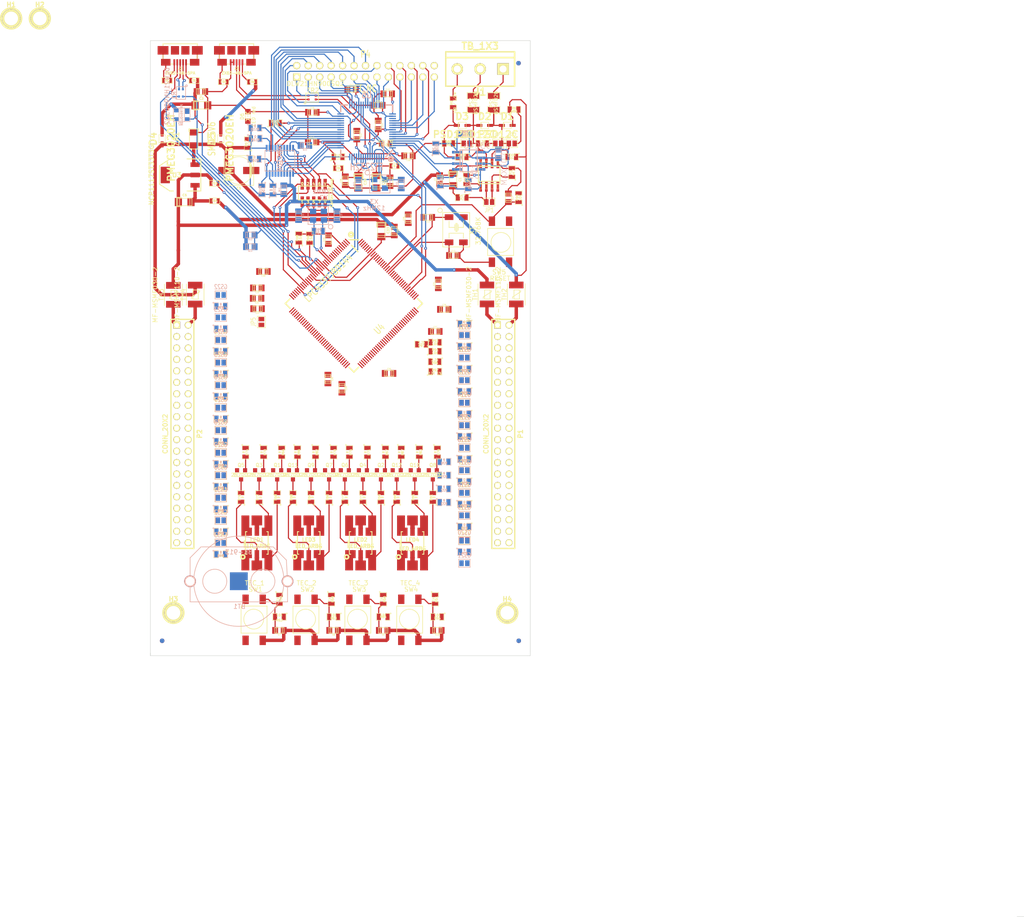
<source format=kicad_pcb>
(kicad_pcb (version 3) (host pcbnew "(2013-07-07 BZR 4022)-stable")
  (layers (15 F.Cu signal) (0 B.Cu signal) (18 B.Paste user hide) (19 F.Paste user hide) (20 B.SilkS user) (21 F.SilkS user) (22 B.Mask user hide) (23 F.Mask user hide) (28 Edge.Cuts user))
  (net 0 "")
  (net 1 +3.3V)
  (net 2 +3.3VADC)
  (net 3 +5V)
  (net 4 /CPU/ADC0_1)
  (net 5 /CPU/ADC0_2)
  (net 6 /CPU/ADC0_3)
  (net 7 /CPU/CAN_RD)
  (net 8 /CPU/CAN_TD)
  (net 9 /CPU/DAC)
  (net 10 /CPU/EECLK)
  (net 11 /CPU/EECS)
  (net 12 /CPU/EEDATA)
  (net 13 /CPU/ENET_CRS_DV)
  (net 14 /CPU/ENET_MDC)
  (net 15 /CPU/ENET_MDIO)
  (net 16 /CPU/ENET_REF_CLK)
  (net 17 /CPU/ENET_RXD0)
  (net 18 /CPU/ENET_RXD1)
  (net 19 /CPU/ENET_TXD0)
  (net 20 /CPU/ENET_TXD1)
  (net 21 /CPU/ENET_TX_EN)
  (net 22 /CPU/FT_OE)
  (net 23 /CPU/FT_RST)
  (net 24 /CPU/FT_TCK)
  (net 25 /CPU/FT_TDI)
  (net 26 /CPU/FT_TDO)
  (net 27 /CPU/FT_TMS)
  (net 28 /CPU/FT_TRST)
  (net 29 /CPU/FT_XTIN)
  (net 30 /CPU/FT_XTOUT)
  (net 31 /CPU/GPIO0)
  (net 32 /CPU/GPIO1)
  (net 33 /CPU/GPIO2)
  (net 34 /CPU/GPIO3)
  (net 35 /CPU/GPIO4)
  (net 36 /CPU/GPIO5)
  (net 37 /CPU/GPIO6)
  (net 38 /CPU/GPIO7)
  (net 39 /CPU/GPIO8)
  (net 40 /CPU/I2C_SCL)
  (net 41 /CPU/I2C_SDA)
  (net 42 /CPU/ISP)
  (net 43 /CPU/LCD1)
  (net 44 /CPU/LCD2)
  (net 45 /CPU/LCD3)
  (net 46 /CPU/LCD4)
  (net 47 /CPU/LCD_RS)
  (net 48 /CPU/LED0_B)
  (net 49 /CPU/LED0_G)
  (net 50 /CPU/LED0_R)
  (net 51 /CPU/LED1_B)
  (net 52 /CPU/LED1_G)
  (net 53 /CPU/LED1_R)
  (net 54 /CPU/LED2_B)
  (net 55 /CPU/LED2_G)
  (net 56 /CPU/LED2_R)
  (net 57 /CPU/LED3_B)
  (net 58 /CPU/LED3_G)
  (net 59 /CPU/LED3_R)
  (net 60 /CPU/PULS_0)
  (net 61 /CPU/PULS_1)
  (net 62 /CPU/PULS_2)
  (net 63 /CPU/PULS_3)
  (net 64 /CPU/RESET)
  (net 65 /CPU/RS232_RXD)
  (net 66 /CPU/RS232_TXD)
  (net 67 /CPU/RS485_DIR)
  (net 68 /CPU/RS485_RXD)
  (net 69 /CPU/RS485_TXD)
  (net 70 /CPU/RTCX1)
  (net 71 /CPU/RTCX2)
  (net 72 /CPU/SPI_MISO)
  (net 73 /CPU/SPI_MOSI)
  (net 74 /CPU/SPI_SCK)
  (net 75 /CPU/TCK)
  (net 76 /CPU/TDI)
  (net 77 /CPU/TDO)
  (net 78 /CPU/TEC_COL0)
  (net 79 /CPU/TEC_COL1)
  (net 80 /CPU/TEC_COL2)
  (net 81 /CPU/TEC_F0)
  (net 82 /CPU/TEC_F1)
  (net 83 /CPU/TEC_F2)
  (net 84 /CPU/TEC_F3)
  (net 85 /CPU/TMS)
  (net 86 /CPU/U2_RXD)
  (net 87 /CPU/U2_TXD)
  (net 88 /CPU/USB_DEBUG_VBUS)
  (net 89 /CPU/USB_DM)
  (net 90 /CPU/USB_DP)
  (net 91 /CPU/USB_ID)
  (net 92 /CPU/USB_JTAG_1.8V)
  (net 93 /CPU/USB_JTAG_DM)
  (net 94 /CPU/USB_JTAG_DP)
  (net 95 /CPU/USB_VBUS)
  (net 96 /CPU/XTAL1)
  (net 97 /CPU/XTAL2)
  (net 98 /CPU/nTRST)
  (net 99 /GPIO/LCD_EN)
  (net 100 /GPIO/WAKEUP)
  (net 101 GND)
  (net 102 GNDA)
  (net 103 N-00000100)
  (net 104 N-00000101)
  (net 105 N-00000102)
  (net 106 N-00000103)
  (net 107 N-00000104)
  (net 108 N-00000105)
  (net 109 N-00000107)
  (net 110 N-00000108)
  (net 111 N-00000109)
  (net 112 N-00000110)
  (net 113 N-00000111)
  (net 114 N-00000112)
  (net 115 N-00000113)
  (net 116 N-00000114)
  (net 117 N-00000119)
  (net 118 N-00000120)
  (net 119 N-00000121)
  (net 120 N-00000122)
  (net 121 N-00000123)
  (net 122 N-00000124)
  (net 123 N-00000125)
  (net 124 N-00000126)
  (net 125 N-00000127)
  (net 126 N-00000146)
  (net 127 N-00000156)
  (net 128 N-00000163)
  (net 129 N-00000166)
  (net 130 N-00000170)
  (net 131 N-00000195)
  (net 132 N-00000196)
  (net 133 N-00000197)
  (net 134 N-00000198)
  (net 135 N-00000199)
  (net 136 N-00000200)
  (net 137 N-00000201)
  (net 138 N-00000202)
  (net 139 N-00000203)
  (net 140 N-00000204)
  (net 141 N-00000205)
  (net 142 N-00000206)
  (net 143 N-00000208)
  (net 144 N-00000209)
  (net 145 N-00000210)
  (net 146 N-00000213)
  (net 147 N-00000214)
  (net 148 N-00000215)
  (net 149 N-00000216)
  (net 150 N-00000217)
  (net 151 N-00000218)
  (net 152 N-00000219)
  (net 153 N-00000220)
  (net 154 N-00000221)
  (net 155 N-00000222)
  (net 156 N-00000223)
  (net 157 N-00000224)
  (net 158 N-00000225)
  (net 159 N-00000226)
  (net 160 N-00000227)
  (net 161 N-00000228)
  (net 162 N-00000229)
  (net 163 N-00000230)
  (net 164 N-00000231)
  (net 165 N-00000232)
  (net 166 N-00000233)
  (net 167 N-00000234)
  (net 168 N-00000235)
  (net 169 N-00000236)
  (net 170 N-00000237)
  (net 171 N-00000238)
  (net 172 N-00000239)
  (net 173 N-00000240)
  (net 174 N-00000241)
  (net 175 N-00000242)
  (net 176 N-00000243)
  (net 177 N-00000244)
  (net 178 N-00000245)
  (net 179 N-00000246)
  (net 180 N-00000247)
  (net 181 N-00000248)
  (net 182 N-00000249)
  (net 183 N-00000250)
  (net 184 N-00000251)
  (net 185 N-00000252)
  (net 186 N-00000253)
  (net 187 N-00000254)
  (net 188 N-00000255)
  (net 189 N-00000256)
  (net 190 N-00000257)
  (net 191 N-00000258)
  (net 192 N-00000259)
  (net 193 N-00000260)
  (net 194 N-00000261)
  (net 195 N-00000262)
  (net 196 N-00000263)
  (net 197 N-00000264)
  (net 198 N-00000265)
  (net 199 N-00000266)
  (net 200 N-00000267)
  (net 201 N-00000268)
  (net 202 N-00000269)
  (net 203 N-00000270)
  (net 204 N-00000271)
  (net 205 N-00000272)
  (net 206 N-00000273)
  (net 207 N-00000274)
  (net 208 N-00000275)
  (net 209 N-00000276)
  (net 210 N-00000277)
  (net 211 N-00000278)
  (net 212 N-00000279)
  (net 213 N-00000280)
  (net 214 N-00000281)
  (net 215 N-00000282)
  (net 216 N-00000283)
  (net 217 N-00000284)
  (net 218 N-00000285)
  (net 219 N-00000286)
  (net 220 N-00000287)
  (net 221 N-00000288)
  (net 222 N-00000289)
  (net 223 N-00000290)
  (net 224 N-00000291)
  (net 225 N-00000292)
  (net 226 N-00000293)
  (net 227 N-00000294)
  (net 228 N-00000295)
  (net 229 N-00000296)
  (net 230 N-00000297)
  (net 231 N-00000298)
  (net 232 N-00000299)
  (net 233 N-00000300)
  (net 234 N-00000301)
  (net 235 N-00000302)
  (net 236 N-00000303)
  (net 237 N-00000304)
  (net 238 N-00000305)
  (net 239 N-0000082)
  (net 240 N-0000083)
  (net 241 N-0000084)
  (net 242 N-0000090)
  (net 243 N-0000091)
  (net 244 N-0000092)
  (net 245 N-0000094)
  (net 246 N-0000095)
  (net 247 N-0000096)
  (net 248 N-0000097)
  (net 249 N-0000098)
  (net 250 N-0000099)
  (module bornier3 (layer F.Cu) (at 256.5 81.5 180)
    (fp_text reference J1 (at 0 -5.08 180) (layer F.SilkS) (effects (font (size 1.524 1.524) (thickness 0.3048))))
    (fp_text value TB_1X3 (at 0 5.08 180) (layer F.SilkS) (effects (font (size 1.524 1.524) (thickness 0.3048))))
    (pad 1 thru_hole rect (at -5.08 0 180) (size 2.54 2.54) (drill 1.524) (layers *.Cu *.Mask F.SilkS) (net 136 N-00000200))
    (pad 2 thru_hole circle (at 0 0 180) (size 2.54 2.54) (drill 1.524) (layers *.Cu *.Mask F.SilkS) (net 134 N-00000198))
    (pad 3 thru_hole circle (at 5.08 0 180) (size 2.54 2.54) (drill 1.524) (layers *.Cu *.Mask F.SilkS) (net 135 N-00000199))
  )
  (module GS2 (layer B.Cu) (at 253 180.5 90)
    (fp_text reference GS19 (at 1.778 0 360) (layer B.SilkS) (effects (font (size 1.016 0.762) (thickness 0.127)) (justify mirror)))
    (fp_text value GS2 hide)
    (pad 1 smd rect (at 0 0.635 90) (size 1.27 0.9652) (layers B.Cu B.Paste B.Mask) (net 173 N-00000240))
    (pad 2 smd rect (at 0 -0.635 90) (size 1.27 0.9652) (layers B.Cu B.Paste B.Mask) (net 46 /CPU/LCD4))
  )
  (module GS2 (layer F.Cu) (at 253 180.5 90)
    (fp_text reference GS9 (at 1.778 0 180) (layer F.SilkS) (effects (font (size 1.016 0.762) (thickness 0.127))))
    (fp_text value GS2 hide)
    (pad 1 smd rect (at 0 -0.635 90) (size 1.27 0.9652) (layers F.Cu F.Paste F.Mask) (net 84 /CPU/TEC_F3))
    (pad 2 smd rect (at 0 0.635 90) (size 1.27 0.9652) (layers F.Cu F.Paste F.Mask) (net 159 N-00000226))
  )
  (module SM0805 (layer F.Cu) (at 253 183 180)
    (fp_text reference R19 (at 0 -0.3175 180) (layer F.SilkS) (effects (font (size 0.50038 0.50038) (thickness 0.10922))))
    (fp_text value R (at 0 0.381 180) (layer F.SilkS) (effects (font (size 0.50038 0.50038) (thickness 0.10922))))
    (pad 1 smd rect (at -0.9525 0 180) (size 0.889 1.397) (layers F.Cu F.Paste F.Mask) (net 166 N-00000233))
    (pad 2 smd rect (at 0.9525 0 180) (size 0.889 1.397) (layers F.Cu F.Paste F.Mask) (net 42 /CPU/ISP))
  )
  (module USB_microAB_ZX62-AB&B-5PA-11 (layer F.Cu) (at 202.5 80 180)
    (fp_text reference J3 (at 0 -1.39954 180) (layer F.SilkS) (effects (font (size 0.6096 0.6096) (thickness 0.1524))))
    (fp_text value ZX62-AB-5PA (at 0 -2.4003 180) (layer F.SilkS) (effects (font (size 0.6096 0.6096) (thickness 0.1524))))
    (pad 3 smd rect (at 0 0 180) (size 0.39878 1.34874) (layers F.Cu F.Paste F.Mask) (net 113 N-00000111))
    (pad 2 smd rect (at -0.65024 0 180) (size 0.39878 1.34874) (layers F.Cu F.Paste F.Mask) (net 114 N-00000112))
    (pad 4 smd rect (at 0.65024 0 180) (size 0.39878 1.34874) (layers F.Cu F.Paste F.Mask) (net 101 GND))
    (pad 1 smd rect (at -1.30048 0 180) (size 0.39878 1.34874) (layers F.Cu F.Paste F.Mask) (net 112 N-00000110))
    (pad 5 smd rect (at 1.30048 0 180) (size 0.39878 1.34874) (layers F.Cu F.Paste F.Mask) (net 101 GND))
    (pad 6 smd rect (at -3.2004 0 180) (size 2.10058 1.50114) (layers F.Cu F.Paste F.Mask) (net 115 N-00000113))
    (pad 6 smd rect (at 3.2004 0 180) (size 2.10058 1.50114) (layers F.Cu F.Paste F.Mask) (net 115 N-00000113))
    (pad 7 smd rect (at -3.79984 2.64922 180) (size 2.4003 1.89992) (layers F.Cu F.Paste F.Mask) (net 115 N-00000113))
    (pad 7 smd rect (at 3.79984 2.64922 180) (size 2.4003 1.89992) (layers F.Cu F.Paste F.Mask) (net 115 N-00000113))
    (pad 8 smd rect (at -1.15062 2.64922 180) (size 1.80086 1.89992) (layers F.Cu F.Paste F.Mask))
    (pad 9 smd rect (at 1.15062 2.64922 180) (size 1.80086 1.89992) (layers F.Cu F.Paste F.Mask))
  )
  (module USB_microAB_ZX62-AB&B-5PA-11 (layer F.Cu) (at 190 80 180)
    (fp_text reference J2 (at 0 -1.39954 180) (layer F.SilkS) (effects (font (size 0.6096 0.6096) (thickness 0.1524))))
    (fp_text value ZX62-AB-5PA (at 0 -2.4003 180) (layer F.SilkS) (effects (font (size 0.6096 0.6096) (thickness 0.1524))))
    (pad 3 smd rect (at 0 0 180) (size 0.39878 1.34874) (layers F.Cu F.Paste F.Mask) (net 145 N-00000210))
    (pad 2 smd rect (at -0.65024 0 180) (size 0.39878 1.34874) (layers F.Cu F.Paste F.Mask) (net 147 N-00000214))
    (pad 4 smd rect (at 0.65024 0 180) (size 0.39878 1.34874) (layers F.Cu F.Paste F.Mask) (net 91 /CPU/USB_ID))
    (pad 1 smd rect (at -1.30048 0 180) (size 0.39878 1.34874) (layers F.Cu F.Paste F.Mask) (net 146 N-00000213))
    (pad 5 smd rect (at 1.30048 0 180) (size 0.39878 1.34874) (layers F.Cu F.Paste F.Mask) (net 101 GND))
    (pad 6 smd rect (at -3.2004 0 180) (size 2.10058 1.50114) (layers F.Cu F.Paste F.Mask) (net 144 N-00000209))
    (pad 6 smd rect (at 3.2004 0 180) (size 2.10058 1.50114) (layers F.Cu F.Paste F.Mask) (net 144 N-00000209))
    (pad 7 smd rect (at -3.79984 2.64922 180) (size 2.4003 1.89992) (layers F.Cu F.Paste F.Mask) (net 144 N-00000209))
    (pad 7 smd rect (at 3.79984 2.64922 180) (size 2.4003 1.89992) (layers F.Cu F.Paste F.Mask) (net 144 N-00000209))
    (pad 8 smd rect (at -1.15062 2.64922 180) (size 1.80086 1.89992) (layers F.Cu F.Paste F.Mask))
    (pad 9 smd rect (at 1.15062 2.64922 180) (size 1.80086 1.89992) (layers F.Cu F.Paste F.Mask))
  )
  (module tssop-20 (layer B.Cu) (at 212.1 101.85 180)
    (fp_text reference U7 (at 0 -0.508 180) (layer B.SilkS) (effects (font (size 0.8001 0.8001) (thickness 0.14986)) (justify mirror)))
    (fp_text value TXB0108 (at 0 0.8001 450) (layer B.SilkS) (effects (font (size 1.00076 1.00076) (thickness 0.14986)) (justify mirror)))
    (pad 5 smd rect (at -0.32512 -2.79908 180) (size 0.4191 1.47066) (layers B.Cu B.Paste B.Mask) (net 27 /CPU/FT_TMS))
    (pad 6 smd rect (at 0.32512 -2.79908 180) (size 0.4191 1.47066) (layers B.Cu B.Paste B.Mask) (net 28 /CPU/FT_TRST))
    (pad 7 smd rect (at 0.97536 -2.79908 180) (size 0.4191 1.47066) (layers B.Cu B.Paste B.Mask) (net 23 /CPU/FT_RST))
    (pad 8 smd rect (at 1.6256 -2.79908 180) (size 0.4191 1.47066) (layers B.Cu B.Paste B.Mask) (net 246 N-0000095))
    (pad 19 smd rect (at -2.26568 2.794 180) (size 0.4191 1.47066) (layers B.Cu B.Paste B.Mask) (net 1 +3.3V))
    (pad 2 smd rect (at -2.27584 -2.79908 180) (size 0.4191 1.47066) (layers B.Cu B.Paste B.Mask) (net 1 +3.3V))
    (pad 3 smd rect (at -1.6256 -2.79908 180) (size 0.4191 1.47066) (layers B.Cu B.Paste B.Mask) (net 25 /CPU/FT_TDI))
    (pad 4 smd rect (at -0.97536 -2.79908 180) (size 0.4191 1.47066) (layers B.Cu B.Paste B.Mask) (net 26 /CPU/FT_TDO))
    (pad 12 smd rect (at 2.27584 2.79908 180) (size 0.4191 1.47066) (layers B.Cu B.Paste B.Mask) (net 245 N-0000094))
    (pad 13 smd rect (at 1.6256 2.79908 180) (size 0.4191 1.47066) (layers B.Cu B.Paste B.Mask) (net 244 N-0000092))
    (pad 14 smd rect (at 0.97536 2.79908 180) (size 0.4191 1.47066) (layers B.Cu B.Paste B.Mask))
    (pad 15 smd rect (at 0.32512 2.79908 180) (size 0.4191 1.47066) (layers B.Cu B.Paste B.Mask))
    (pad 16 smd rect (at -0.32512 2.79908 180) (size 0.4191 1.47066) (layers B.Cu B.Paste B.Mask) (net 85 /CPU/TMS))
    (pad 17 smd rect (at -0.97536 2.79908 180) (size 0.4191 1.47066) (layers B.Cu B.Paste B.Mask) (net 77 /CPU/TDO))
    (pad 9 smd rect (at 2.27584 -2.79908 180) (size 0.4191 1.47066) (layers B.Cu B.Paste B.Mask) (net 242 N-0000090))
    (pad 18 smd rect (at -1.6256 2.794 180) (size 0.4191 1.47066) (layers B.Cu B.Paste B.Mask) (net 76 /CPU/TDI))
    (pad 1 smd rect (at -2.92608 -2.79908 180) (size 0.4191 1.47066) (layers B.Cu B.Paste B.Mask) (net 24 /CPU/FT_TCK))
    (pad 10 smd rect (at 2.92608 -2.79908 180) (size 0.4191 1.47066) (layers B.Cu B.Paste B.Mask) (net 243 N-0000091))
    (pad 11 smd rect (at 2.92608 2.79908 180) (size 0.4191 1.47066) (layers B.Cu B.Paste B.Mask) (net 101 GND))
    (pad 20 smd rect (at -2.92608 2.79908 180) (size 0.4191 1.47066) (layers B.Cu B.Paste B.Mask) (net 75 /CPU/TCK))
  )
  (module SRF2012 (layer B.Cu) (at 190.6 86 270)
    (fp_text reference TR1 (at 1 2 270) (layer B.SilkS) (effects (justify mirror)))
    (fp_text value DLW21HN900SQ2 (at 1.5 3.5 270) (layer B.SilkS) (effects (justify mirror)))
    (pad 1 smd rect (at 0 0 270) (size 0.45 0.45) (layers B.Cu B.Paste B.Mask) (net 147 N-00000214))
    (pad 2 smd rect (at 1.6 0 270) (size 0.45 0.45) (layers B.Cu B.Paste B.Mask) (net 89 /CPU/USB_DM))
    (pad 3 smd rect (at 1.6 0.85 270) (size 0.45 0.45) (layers B.Cu B.Paste B.Mask) (net 90 /CPU/USB_DP))
    (pad 4 smd rect (at 0 0.85 270) (size 0.45 0.45) (layers B.Cu B.Paste B.Mask) (net 145 N-00000210))
  )
  (module SRF2012 (layer F.Cu) (at 218.45 88.25)
    (fp_text reference TR2 (at 1 -2) (layer F.SilkS))
    (fp_text value DLW21HN900SQ2 (at 1.5 -3.5) (layer F.SilkS))
    (pad 1 smd rect (at 0 0) (size 0.45 0.45) (layers F.Cu F.Paste F.Mask) (net 113 N-00000111))
    (pad 2 smd rect (at 1.6 0) (size 0.45 0.45) (layers F.Cu F.Paste F.Mask) (net 94 /CPU/USB_JTAG_DP))
    (pad 3 smd rect (at 1.6 -0.85) (size 0.45 0.45) (layers F.Cu F.Paste F.Mask) (net 93 /CPU/USB_JTAG_DM))
    (pad 4 smd rect (at 0 -0.85) (size 0.45 0.45) (layers F.Cu F.Paste F.Mask) (net 114 N-00000112))
  )
  (module SOT23GDS (layer F.Cu) (at 226.5 171.5)
    (fp_text reference Q6 (at 0 -2.159) (layer F.SilkS) (effects (font (size 0.762 0.762) (thickness 0.12954))))
    (fp_text value 2N7002 (at 0 0) (layer F.SilkS) (effects (font (size 0.762 0.762) (thickness 0.12954))))
    (pad S smd rect (at -0.889 -1.016) (size 0.9144 0.9144) (layers F.Cu F.Paste F.Mask) (net 101 GND))
    (pad G smd rect (at 0.889 -1.016) (size 0.9144 0.9144) (layers F.Cu F.Paste F.Mask) (net 230 N-00000297))
    (pad D smd rect (at 0 1.016) (size 0.9144 0.9144) (layers F.Cu F.Paste F.Mask) (net 229 N-00000296))
  )
  (module SOT23GDS (layer F.Cu) (at 211.5 171.5)
    (fp_text reference Q1 (at 0 -2.159) (layer F.SilkS) (effects (font (size 0.762 0.762) (thickness 0.12954))))
    (fp_text value 2N7002 (at 0 0) (layer F.SilkS) (effects (font (size 0.762 0.762) (thickness 0.12954))))
    (pad S smd rect (at -0.889 -1.016) (size 0.9144 0.9144) (layers F.Cu F.Paste F.Mask) (net 101 GND))
    (pad G smd rect (at 0.889 -1.016) (size 0.9144 0.9144) (layers F.Cu F.Paste F.Mask) (net 217 N-00000284))
    (pad D smd rect (at 0 1.016) (size 0.9144 0.9144) (layers F.Cu F.Paste F.Mask) (net 216 N-00000283))
  )
  (module SOT23GDS (layer F.Cu) (at 230.5 171.5)
    (fp_text reference Q4 (at 0 -2.159) (layer F.SilkS) (effects (font (size 0.762 0.762) (thickness 0.12954))))
    (fp_text value 2N7002 (at 0 0) (layer F.SilkS) (effects (font (size 0.762 0.762) (thickness 0.12954))))
    (pad S smd rect (at -0.889 -1.016) (size 0.9144 0.9144) (layers F.Cu F.Paste F.Mask) (net 101 GND))
    (pad G smd rect (at 0.889 -1.016) (size 0.9144 0.9144) (layers F.Cu F.Paste F.Mask) (net 233 N-00000300))
    (pad D smd rect (at 0 1.016) (size 0.9144 0.9144) (layers F.Cu F.Paste F.Mask) (net 234 N-00000301))
  )
  (module SOT23GDS (layer F.Cu) (at 238 171.5)
    (fp_text reference Q12 (at 0 -2.159) (layer F.SilkS) (effects (font (size 0.762 0.762) (thickness 0.12954))))
    (fp_text value 2N7002 (at 0 0) (layer F.SilkS) (effects (font (size 0.762 0.762) (thickness 0.12954))))
    (pad S smd rect (at -0.889 -1.016) (size 0.9144 0.9144) (layers F.Cu F.Paste F.Mask) (net 101 GND))
    (pad G smd rect (at 0.889 -1.016) (size 0.9144 0.9144) (layers F.Cu F.Paste F.Mask) (net 218 N-00000285))
    (pad D smd rect (at 0 1.016) (size 0.9144 0.9144) (layers F.Cu F.Paste F.Mask) (net 219 N-00000286))
  )
  (module SOT23GDS (layer F.Cu) (at 234.5 171.5)
    (fp_text reference Q2 (at 0 -2.159) (layer F.SilkS) (effects (font (size 0.762 0.762) (thickness 0.12954))))
    (fp_text value 2N7002 (at 0 0) (layer F.SilkS) (effects (font (size 0.762 0.762) (thickness 0.12954))))
    (pad S smd rect (at -0.889 -1.016) (size 0.9144 0.9144) (layers F.Cu F.Paste F.Mask) (net 101 GND))
    (pad G smd rect (at 0.889 -1.016) (size 0.9144 0.9144) (layers F.Cu F.Paste F.Mask) (net 204 N-00000271))
    (pad D smd rect (at 0 1.016) (size 0.9144 0.9144) (layers F.Cu F.Paste F.Mask) (net 205 N-00000272))
  )
  (module SOT23GDS (layer F.Cu) (at 203.5 171.5)
    (fp_text reference Q5 (at 0 -2.159) (layer F.SilkS) (effects (font (size 0.762 0.762) (thickness 0.12954))))
    (fp_text value 2N7002 (at 0 0) (layer F.SilkS) (effects (font (size 0.762 0.762) (thickness 0.12954))))
    (pad S smd rect (at -0.889 -1.016) (size 0.9144 0.9144) (layers F.Cu F.Paste F.Mask) (net 101 GND))
    (pad G smd rect (at 0.889 -1.016) (size 0.9144 0.9144) (layers F.Cu F.Paste F.Mask) (net 203 N-00000270))
    (pad D smd rect (at 0 1.016) (size 0.9144 0.9144) (layers F.Cu F.Paste F.Mask) (net 211 N-00000278))
  )
  (module SOT23GDS (layer F.Cu) (at 242 171.5)
    (fp_text reference Q10 (at 0 -2.159) (layer F.SilkS) (effects (font (size 0.762 0.762) (thickness 0.12954))))
    (fp_text value 2N7002 (at 0 0) (layer F.SilkS) (effects (font (size 0.762 0.762) (thickness 0.12954))))
    (pad S smd rect (at -0.889 -1.016) (size 0.9144 0.9144) (layers F.Cu F.Paste F.Mask) (net 101 GND))
    (pad G smd rect (at 0.889 -1.016) (size 0.9144 0.9144) (layers F.Cu F.Paste F.Mask) (net 226 N-00000293))
    (pad D smd rect (at 0 1.016) (size 0.9144 0.9144) (layers F.Cu F.Paste F.Mask) (net 228 N-00000295))
  )
  (module SOT23GDS (layer F.Cu) (at 246 171.5)
    (fp_text reference Q8 (at 0 -2.159) (layer F.SilkS) (effects (font (size 0.762 0.762) (thickness 0.12954))))
    (fp_text value 2N7002 (at 0 0) (layer F.SilkS) (effects (font (size 0.762 0.762) (thickness 0.12954))))
    (pad S smd rect (at -0.889 -1.016) (size 0.9144 0.9144) (layers F.Cu F.Paste F.Mask) (net 101 GND))
    (pad G smd rect (at 0.889 -1.016) (size 0.9144 0.9144) (layers F.Cu F.Paste F.Mask) (net 225 N-00000292))
    (pad D smd rect (at 0 1.016) (size 0.9144 0.9144) (layers F.Cu F.Paste F.Mask) (net 224 N-00000291))
  )
  (module SOT23GDS (layer F.Cu) (at 215 171.5)
    (fp_text reference Q11 (at 0 -2.159) (layer F.SilkS) (effects (font (size 0.762 0.762) (thickness 0.12954))))
    (fp_text value 2N7002 (at 0 0) (layer F.SilkS) (effects (font (size 0.762 0.762) (thickness 0.12954))))
    (pad S smd rect (at -0.889 -1.016) (size 0.9144 0.9144) (layers F.Cu F.Paste F.Mask) (net 101 GND))
    (pad G smd rect (at 0.889 -1.016) (size 0.9144 0.9144) (layers F.Cu F.Paste F.Mask) (net 210 N-00000277))
    (pad D smd rect (at 0 1.016) (size 0.9144 0.9144) (layers F.Cu F.Paste F.Mask) (net 209 N-00000276))
  )
  (module SOT23GDS (layer F.Cu) (at 207.5 171.5)
    (fp_text reference Q3 (at 0 -2.159) (layer F.SilkS) (effects (font (size 0.762 0.762) (thickness 0.12954))))
    (fp_text value 2N7002 (at 0 0) (layer F.SilkS) (effects (font (size 0.762 0.762) (thickness 0.12954))))
    (pad S smd rect (at -0.889 -1.016) (size 0.9144 0.9144) (layers F.Cu F.Paste F.Mask) (net 101 GND))
    (pad G smd rect (at 0.889 -1.016) (size 0.9144 0.9144) (layers F.Cu F.Paste F.Mask) (net 221 N-00000288))
    (pad D smd rect (at 0 1.016) (size 0.9144 0.9144) (layers F.Cu F.Paste F.Mask) (net 222 N-00000289))
  )
  (module SOT23GDS (layer F.Cu) (at 219 171.5)
    (fp_text reference Q9 (at 0 -2.159) (layer F.SilkS) (effects (font (size 0.762 0.762) (thickness 0.12954))))
    (fp_text value 2N7002 (at 0 0) (layer F.SilkS) (effects (font (size 0.762 0.762) (thickness 0.12954))))
    (pad S smd rect (at -0.889 -1.016) (size 0.9144 0.9144) (layers F.Cu F.Paste F.Mask) (net 101 GND))
    (pad G smd rect (at 0.889 -1.016) (size 0.9144 0.9144) (layers F.Cu F.Paste F.Mask) (net 207 N-00000274))
    (pad D smd rect (at 0 1.016) (size 0.9144 0.9144) (layers F.Cu F.Paste F.Mask) (net 206 N-00000273))
  )
  (module SOT23GDS (layer F.Cu) (at 223 171.5)
    (fp_text reference Q7 (at 0 -2.159) (layer F.SilkS) (effects (font (size 0.762 0.762) (thickness 0.12954))))
    (fp_text value 2N7002 (at 0 0) (layer F.SilkS) (effects (font (size 0.762 0.762) (thickness 0.12954))))
    (pad S smd rect (at -0.889 -1.016) (size 0.9144 0.9144) (layers F.Cu F.Paste F.Mask) (net 101 GND))
    (pad G smd rect (at 0.889 -1.016) (size 0.9144 0.9144) (layers F.Cu F.Paste F.Mask) (net 199 N-00000266))
    (pad D smd rect (at 0 1.016) (size 0.9144 0.9144) (layers F.Cu F.Paste F.Mask) (net 201 N-00000268))
  )
  (module SOT223 (layer F.Cu) (at 190 105 90)
    (fp_text reference U3 (at 0 -0.762 180) (layer F.SilkS) (effects (font (size 1.016 1.016) (thickness 0.2032))))
    (fp_text value NCP1117ST33T3G (at 0 -6.35 90) (layer F.SilkS) (effects (font (size 1.016 1.016) (thickness 0.2032))))
    (pad 4 smd rect (at 0 -3.302 90) (size 3.6576 2.032) (layers F.Cu F.Paste F.Mask))
    (pad 2 smd rect (at 0 3.302 90) (size 1.016 2.032) (layers F.Cu F.Paste F.Mask) (net 1 +3.3V))
    (pad 3 smd rect (at 2.286 3.302 90) (size 1.016 2.032) (layers F.Cu F.Paste F.Mask) (net 3 +5V))
    (pad 1 smd rect (at -2.286 3.302 90) (size 1.016 2.032) (layers F.Cu F.Paste F.Mask) (net 101 GND))
  )
  (module sot143B (layer B.Cu) (at 190.35 91.65 270)
    (fp_text reference U2 (at 2.04978 0.29972 540) (layer B.SilkS) (effects (font (size 0.50038 0.50038) (thickness 0.09906)) (justify mirror)))
    (fp_text value PRTR5V0U2X (at 0 0 270) (layer B.SilkS) (effects (font (size 0.50038 0.50038) (thickness 0.09906)) (justify mirror)))
    (pad 1 smd rect (at -0.8001 -1.19888 270) (size 1.19888 1.00076) (layers B.Cu B.Paste B.Mask) (net 101 GND))
    (pad 3 smd rect (at 0.94996 1.19888 270) (size 0.8001 1.00076) (layers B.Cu B.Paste B.Mask) (net 90 /CPU/USB_DP))
    (pad 2 smd rect (at 0.94996 -1.19888 270) (size 0.8001 1.00076) (layers B.Cu B.Paste B.Mask) (net 89 /CPU/USB_DM))
    (pad 4 smd rect (at -0.94996 1.19888 270) (size 0.8001 1.00076) (layers B.Cu B.Paste B.Mask) (net 95 /CPU/USB_VBUS))
  )
  (module SOD323 (layer F.Cu) (at 199 97 90)
    (fp_text reference D5 (at 0 -1.99898 90) (layer F.SilkS) (effects (font (size 1.524 1.524) (thickness 0.3048))))
    (fp_text value PMEG3020EH (at -1.99898 1.99898 90) (layer F.SilkS) (effects (font (size 1.524 1.524) (thickness 0.3048))))
    (pad 1 smd rect (at 1.19888 0 90) (size 1.34874 0.65024) (layers F.Cu F.Paste F.Mask) (net 88 /CPU/USB_DEBUG_VBUS))
    (pad 2 smd rect (at -1.19888 0 90) (size 1.34874 0.65024) (layers F.Cu F.Paste F.Mask) (net 3 +5V))
  )
  (module SOD323 (layer F.Cu) (at 186 97 90)
    (fp_text reference D4 (at 0 -1.99898 90) (layer F.SilkS) (effects (font (size 1.524 1.524) (thickness 0.3048))))
    (fp_text value PMEG3020EH (at -1.99898 1.99898 90) (layer F.SilkS) (effects (font (size 1.524 1.524) (thickness 0.3048))))
    (pad 1 smd rect (at 1.19888 0 90) (size 1.34874 0.65024) (layers F.Cu F.Paste F.Mask) (net 95 /CPU/USB_VBUS))
    (pad 2 smd rect (at -1.19888 0 90) (size 1.34874 0.65024) (layers F.Cu F.Paste F.Mask) (net 3 +5V))
  )
  (module SOD323 (layer F.Cu) (at 257.5 94)
    (fp_text reference D2 (at 0 -1.99898) (layer F.SilkS) (effects (font (size 1.524 1.524) (thickness 0.3048))))
    (fp_text value PSD12C (at -1.99898 1.99898) (layer F.SilkS) (effects (font (size 1.524 1.524) (thickness 0.3048))))
    (pad 1 smd rect (at 1.19888 0) (size 1.34874 0.65024) (layers F.Cu F.Paste F.Mask) (net 137 N-00000201))
    (pad 2 smd rect (at -1.19888 0) (size 1.34874 0.65024) (layers F.Cu F.Paste F.Mask) (net 142 N-00000206))
  )
  (module SOD323 (layer F.Cu) (at 252.5 94)
    (fp_text reference D3 (at 0 -1.99898) (layer F.SilkS) (effects (font (size 1.524 1.524) (thickness 0.3048))))
    (fp_text value PSD12C (at -1.99898 1.99898) (layer F.SilkS) (effects (font (size 1.524 1.524) (thickness 0.3048))))
    (pad 1 smd rect (at 1.19888 0) (size 1.34874 0.65024) (layers F.Cu F.Paste F.Mask) (net 142 N-00000206))
    (pad 2 smd rect (at -1.19888 0) (size 1.34874 0.65024) (layers F.Cu F.Paste F.Mask) (net 101 GND))
  )
  (module SOD323 (layer F.Cu) (at 262.5 94)
    (fp_text reference D1 (at 0 -1.99898) (layer F.SilkS) (effects (font (size 1.524 1.524) (thickness 0.3048))))
    (fp_text value PSD12C (at -1.99898 1.99898) (layer F.SilkS) (effects (font (size 1.524 1.524) (thickness 0.3048))))
    (pad 1 smd rect (at 1.19888 0) (size 1.34874 0.65024) (layers F.Cu F.Paste F.Mask) (net 3 +5V))
    (pad 2 smd rect (at -1.19888 0) (size 1.34874 0.65024) (layers F.Cu F.Paste F.Mask) (net 137 N-00000201))
  )
  (module SOD123F (layer F.Cu) (at 193 97 90)
    (fp_text reference ZA1 (at 0 -3.99542 90) (layer F.SilkS) (effects (font (size 1.524 1.143) (thickness 0.2032))))
    (fp_text value SMAZ5V6 (at 0 4.0005 90) (layer F.SilkS) (effects (font (size 1.524 1.143) (thickness 0.2032))))
    (pad 1 smd rect (at -1.42494 0 180) (size 1.80086 1.34112) (layers F.Cu F.Paste F.Mask) (net 3 +5V))
    (pad 2 smd rect (at 1.43002 0 180) (size 1.80086 1.34112) (layers F.Cu F.Paste F.Mask) (net 101 GND))
  )
  (module SM1210 (layer F.Cu) (at 255 89 90)
    (fp_text reference PS2 (at 0 -0.508 90) (layer F.SilkS) (effects (font (size 0.762 0.762) (thickness 0.127))))
    (fp_text value USMF020 (at 0 0.508 90) (layer F.SilkS) (effects (font (size 0.762 0.762) (thickness 0.127))))
    (pad 1 smd rect (at -1.524 0 90) (size 1.27 2.54) (layers F.Cu F.Paste F.Mask) (net 142 N-00000206))
    (pad 2 smd rect (at 1.524 0 90) (size 1.27 2.54) (layers F.Cu F.Paste F.Mask) (net 134 N-00000198))
  )
  (module SM1210 (layer F.Cu) (at 259.5 89 90)
    (fp_text reference PS1 (at 0 -0.508 90) (layer F.SilkS) (effects (font (size 0.762 0.762) (thickness 0.127))))
    (fp_text value USMF020 (at 0 0.508 90) (layer F.SilkS) (effects (font (size 0.762 0.762) (thickness 0.127))))
    (pad 1 smd rect (at -1.524 0 90) (size 1.27 2.54) (layers F.Cu F.Paste F.Mask) (net 137 N-00000201))
    (pad 2 smd rect (at 1.524 0 90) (size 1.27 2.54) (layers F.Cu F.Paste F.Mask) (net 136 N-00000200))
  )
  (module SM0805 (layer B.Cu) (at 206.5 101.45)
    (fp_text reference R107 (at 0 0.3175) (layer B.SilkS) (effects (font (size 0.50038 0.50038) (thickness 0.10922)) (justify mirror)))
    (fp_text value 0 (at 0 -0.381) (layer B.SilkS) (effects (font (size 0.50038 0.50038) (thickness 0.10922)) (justify mirror)))
    (pad 1 smd rect (at -0.9525 0) (size 0.889 1.397) (layers B.Cu B.Paste B.Mask) (net 101 GND))
    (pad 2 smd rect (at 0.9525 0) (size 0.889 1.397) (layers B.Cu B.Paste B.Mask) (net 246 N-0000095))
  )
  (module SM0805 (layer B.Cu) (at 206.65 96.9)
    (fp_text reference R109 (at 0 0.3175) (layer B.SilkS) (effects (font (size 0.50038 0.50038) (thickness 0.10922)) (justify mirror)))
    (fp_text value 0 (at 0 -0.381) (layer B.SilkS) (effects (font (size 0.50038 0.50038) (thickness 0.10922)) (justify mirror)))
    (pad 1 smd rect (at -0.9525 0) (size 0.889 1.397) (layers B.Cu B.Paste B.Mask) (net 101 GND))
    (pad 2 smd rect (at 0.9525 0) (size 0.889 1.397) (layers B.Cu B.Paste B.Mask) (net 245 N-0000094))
  )
  (module SM0805 (layer F.Cu) (at 247 203 180)
    (fp_text reference R65 (at 0 -0.3175 180) (layer F.SilkS) (effects (font (size 0.50038 0.50038) (thickness 0.10922))))
    (fp_text value 10k (at 0 0.381 180) (layer F.SilkS) (effects (font (size 0.50038 0.50038) (thickness 0.10922))))
    (pad 1 smd rect (at -0.9525 0 180) (size 0.889 1.397) (layers F.Cu F.Paste F.Mask) (net 1 +3.3V))
    (pad 2 smd rect (at 0.9525 0 180) (size 0.889 1.397) (layers F.Cu F.Paste F.Mask) (net 202 N-00000269))
  )
  (module SM0805 (layer F.Cu) (at 246.5 199.1 270)
    (fp_text reference R61 (at 0 -0.3175 270) (layer F.SilkS) (effects (font (size 0.50038 0.50038) (thickness 0.10922))))
    (fp_text value 1k (at 0 0.381 270) (layer F.SilkS) (effects (font (size 0.50038 0.50038) (thickness 0.10922))))
    (pad 1 smd rect (at -0.9525 0 270) (size 0.889 1.397) (layers F.Cu F.Paste F.Mask) (net 63 /CPU/PULS_3))
    (pad 2 smd rect (at 0.9525 0 270) (size 0.889 1.397) (layers F.Cu F.Paste F.Mask) (net 202 N-00000269))
  )
  (module SM0805 (layer F.Cu) (at 235 203 180)
    (fp_text reference R64 (at 0 0 180) (layer F.SilkS) (effects (font (size 0.50038 0.50038) (thickness 0.10922))))
    (fp_text value 10k (at 0 0.381 180) (layer F.SilkS) (effects (font (size 0.50038 0.50038) (thickness 0.10922))))
    (pad 1 smd rect (at -0.9525 0 180) (size 0.889 1.397) (layers F.Cu F.Paste F.Mask) (net 1 +3.3V))
    (pad 2 smd rect (at 0.9525 0 180) (size 0.889 1.397) (layers F.Cu F.Paste F.Mask) (net 213 N-00000280))
  )
  (module SM0805 (layer F.Cu) (at 235 199.1 270)
    (fp_text reference R60 (at 0 -0.3175 270) (layer F.SilkS) (effects (font (size 0.50038 0.50038) (thickness 0.10922))))
    (fp_text value 1k (at 0 0.381 270) (layer F.SilkS) (effects (font (size 0.50038 0.50038) (thickness 0.10922))))
    (pad 1 smd rect (at -0.9525 0 270) (size 0.889 1.397) (layers F.Cu F.Paste F.Mask) (net 62 /CPU/PULS_2))
    (pad 2 smd rect (at 0.9525 0 270) (size 0.889 1.397) (layers F.Cu F.Paste F.Mask) (net 213 N-00000280))
  )
  (module SM0805 (layer B.Cu) (at 206.6 94.55)
    (fp_text reference R110 (at 0 0.3175) (layer B.SilkS) (effects (font (size 0.50038 0.50038) (thickness 0.10922)) (justify mirror)))
    (fp_text value 0 (at 0 -0.381) (layer B.SilkS) (effects (font (size 0.50038 0.50038) (thickness 0.10922)) (justify mirror)))
    (pad 1 smd rect (at -0.9525 0) (size 0.889 1.397) (layers B.Cu B.Paste B.Mask) (net 101 GND))
    (pad 2 smd rect (at 0.9525 0) (size 0.889 1.397) (layers B.Cu B.Paste B.Mask) (net 244 N-0000092))
  )
  (module SM0805 (layer F.Cu) (at 212 199.1 270)
    (fp_text reference R58 (at 0 -0.3175 270) (layer F.SilkS) (effects (font (size 0.50038 0.50038) (thickness 0.10922))))
    (fp_text value 1k (at 0 0.381 270) (layer F.SilkS) (effects (font (size 0.50038 0.50038) (thickness 0.10922))))
    (pad 1 smd rect (at -0.9525 0 270) (size 0.889 1.397) (layers F.Cu F.Paste F.Mask) (net 60 /CPU/PULS_0))
    (pad 2 smd rect (at 0.9525 0 270) (size 0.889 1.397) (layers F.Cu F.Paste F.Mask) (net 212 N-00000279))
  )
  (module SM0805 (layer F.Cu) (at 224 203 180)
    (fp_text reference R63 (at 0 -0.3175 180) (layer F.SilkS) (effects (font (size 0.50038 0.50038) (thickness 0.10922))))
    (fp_text value 10k (at 0 0.381 180) (layer F.SilkS) (effects (font (size 0.50038 0.50038) (thickness 0.10922))))
    (pad 1 smd rect (at -0.9525 0 180) (size 0.889 1.397) (layers F.Cu F.Paste F.Mask) (net 1 +3.3V))
    (pad 2 smd rect (at 0.9525 0 180) (size 0.889 1.397) (layers F.Cu F.Paste F.Mask) (net 214 N-00000281))
  )
  (module SM0805 (layer F.Cu) (at 212 203 180)
    (fp_text reference R62 (at 0 -0.762 180) (layer F.SilkS) (effects (font (size 0.50038 0.50038) (thickness 0.10922))))
    (fp_text value 10k (at 0 0.381 180) (layer F.SilkS) (effects (font (size 0.50038 0.50038) (thickness 0.10922))))
    (pad 1 smd rect (at -0.9525 0 180) (size 0.889 1.397) (layers F.Cu F.Paste F.Mask) (net 1 +3.3V))
    (pad 2 smd rect (at 0.9525 0 180) (size 0.889 1.397) (layers F.Cu F.Paste F.Mask) (net 212 N-00000279))
  )
  (module SM0805 (layer F.Cu) (at 223.5 199.1 270)
    (fp_text reference R59 (at 0 -0.3175 270) (layer F.SilkS) (effects (font (size 0.50038 0.50038) (thickness 0.10922))))
    (fp_text value 1k (at 0 0.381 270) (layer F.SilkS) (effects (font (size 0.50038 0.50038) (thickness 0.10922))))
    (pad 1 smd rect (at -0.9525 0 270) (size 0.889 1.397) (layers F.Cu F.Paste F.Mask) (net 61 /CPU/PULS_1))
    (pad 2 smd rect (at 0.9525 0 270) (size 0.889 1.397) (layers F.Cu F.Paste F.Mask) (net 214 N-00000281))
  )
  (module SM0805 (layer F.Cu) (at 205 98 90)
    (fp_text reference R57 (at 0 -0.3175 90) (layer F.SilkS) (effects (font (size 0.50038 0.50038) (thickness 0.10922))))
    (fp_text value 1k (at 0 0.381 90) (layer F.SilkS) (effects (font (size 0.50038 0.50038) (thickness 0.10922))))
    (pad 1 smd rect (at -0.9525 0 90) (size 0.889 1.397) (layers F.Cu F.Paste F.Mask) (net 3 +5V))
    (pad 2 smd rect (at 0.9525 0 90) (size 0.889 1.397) (layers F.Cu F.Paste F.Mask) (net 143 N-00000208))
  )
  (module SM0805 (layer B.Cu) (at 253 158)
    (fp_text reference R28 (at 0 0.3175) (layer B.SilkS) (effects (font (size 0.50038 0.50038) (thickness 0.10922)) (justify mirror)))
    (fp_text value R (at 0 -0.381) (layer B.SilkS) (effects (font (size 0.50038 0.50038) (thickness 0.10922)) (justify mirror)))
    (pad 1 smd rect (at -0.9525 0) (size 0.889 1.397) (layers B.Cu B.Paste B.Mask) (net 35 /CPU/GPIO4))
    (pad 2 smd rect (at 0.9525 0) (size 0.889 1.397) (layers B.Cu B.Paste B.Mask) (net 153 N-00000220))
  )
  (module SM0805 (layer B.Cu) (at 199 149.1)
    (fp_text reference R38 (at 0 0.3175) (layer B.SilkS) (effects (font (size 0.50038 0.50038) (thickness 0.10922)) (justify mirror)))
    (fp_text value R (at 0 -0.381) (layer B.SilkS) (effects (font (size 0.50038 0.50038) (thickness 0.10922)) (justify mirror)))
    (pad 1 smd rect (at -0.9525 0) (size 0.889 1.397) (layers B.Cu B.Paste B.Mask) (net 152 N-00000219))
    (pad 2 smd rect (at 0.9525 0) (size 0.889 1.397) (layers B.Cu B.Paste B.Mask) (net 13 /CPU/ENET_CRS_DV))
  )
  (module SM0805 (layer B.Cu) (at 199 174.1)
    (fp_text reference R43 (at 0 0.3175) (layer B.SilkS) (effects (font (size 0.50038 0.50038) (thickness 0.10922)) (justify mirror)))
    (fp_text value R (at 0 -0.381) (layer B.SilkS) (effects (font (size 0.50038 0.50038) (thickness 0.10922)) (justify mirror)))
    (pad 1 smd rect (at -0.9525 0) (size 0.889 1.397) (layers B.Cu B.Paste B.Mask) (net 187 N-00000254))
    (pad 2 smd rect (at 0.9525 0) (size 0.889 1.397) (layers B.Cu B.Paste B.Mask) (net 14 /CPU/ENET_MDC))
  )
  (module SM0805 (layer B.Cu) (at 199 169.1)
    (fp_text reference R42 (at 0 0.3175) (layer B.SilkS) (effects (font (size 0.50038 0.50038) (thickness 0.10922)) (justify mirror)))
    (fp_text value R (at 0 -0.381) (layer B.SilkS) (effects (font (size 0.50038 0.50038) (thickness 0.10922)) (justify mirror)))
    (pad 1 smd rect (at -0.9525 0) (size 0.889 1.397) (layers B.Cu B.Paste B.Mask) (net 167 N-00000234))
    (pad 2 smd rect (at 0.9525 0) (size 0.889 1.397) (layers B.Cu B.Paste B.Mask) (net 20 /CPU/ENET_TXD1))
  )
  (module SM0805 (layer B.Cu) (at 199 164.1)
    (fp_text reference R41 (at 0 0.3175) (layer B.SilkS) (effects (font (size 0.50038 0.50038) (thickness 0.10922)) (justify mirror)))
    (fp_text value R (at 0 -0.381) (layer B.SilkS) (effects (font (size 0.50038 0.50038) (thickness 0.10922)) (justify mirror)))
    (pad 1 smd rect (at -0.9525 0) (size 0.889 1.397) (layers B.Cu B.Paste B.Mask) (net 170 N-00000237))
    (pad 2 smd rect (at 0.9525 0) (size 0.889 1.397) (layers B.Cu B.Paste B.Mask) (net 16 /CPU/ENET_REF_CLK))
  )
  (module SM0805 (layer B.Cu) (at 199 159.1)
    (fp_text reference R40 (at 0 0.3175) (layer B.SilkS) (effects (font (size 0.50038 0.50038) (thickness 0.10922)) (justify mirror)))
    (fp_text value R (at 0 -0.381) (layer B.SilkS) (effects (font (size 0.50038 0.50038) (thickness 0.10922)) (justify mirror)))
    (pad 1 smd rect (at -0.9525 0) (size 0.889 1.397) (layers B.Cu B.Paste B.Mask) (net 157 N-00000224))
    (pad 2 smd rect (at 0.9525 0) (size 0.889 1.397) (layers B.Cu B.Paste B.Mask) (net 19 /CPU/ENET_TXD0))
  )
  (module SM0805 (layer B.Cu) (at 199 154.1)
    (fp_text reference R39 (at 0 0.3175) (layer B.SilkS) (effects (font (size 0.50038 0.50038) (thickness 0.10922)) (justify mirror)))
    (fp_text value R (at 0 -0.381) (layer B.SilkS) (effects (font (size 0.50038 0.50038) (thickness 0.10922)) (justify mirror)))
    (pad 1 smd rect (at -0.9525 0) (size 0.889 1.397) (layers B.Cu B.Paste B.Mask) (net 151 N-00000218))
    (pad 2 smd rect (at 0.9525 0) (size 0.889 1.397) (layers B.Cu B.Paste B.Mask) (net 15 /CPU/ENET_MDIO))
  )
  (module SM0805 (layer B.Cu) (at 199 144.1)
    (fp_text reference R37 (at 0 0.3175) (layer B.SilkS) (effects (font (size 0.50038 0.50038) (thickness 0.10922)) (justify mirror)))
    (fp_text value R (at 0 -0.381) (layer B.SilkS) (effects (font (size 0.50038 0.50038) (thickness 0.10922)) (justify mirror)))
    (pad 1 smd rect (at -0.9525 0) (size 0.889 1.397) (layers B.Cu B.Paste B.Mask) (net 176 N-00000243))
    (pad 2 smd rect (at 0.9525 0) (size 0.889 1.397) (layers B.Cu B.Paste B.Mask) (net 17 /CPU/ENET_RXD0))
  )
  (module SM0805 (layer B.Cu) (at 199 139.1)
    (fp_text reference R36 (at 0 0.3175) (layer B.SilkS) (effects (font (size 0.50038 0.50038) (thickness 0.10922)) (justify mirror)))
    (fp_text value R (at 0 -0.381) (layer B.SilkS) (effects (font (size 0.50038 0.50038) (thickness 0.10922)) (justify mirror)))
    (pad 1 smd rect (at -0.9525 0) (size 0.889 1.397) (layers B.Cu B.Paste B.Mask) (net 177 N-00000244))
    (pad 2 smd rect (at 0.9525 0) (size 0.889 1.397) (layers B.Cu B.Paste B.Mask) (net 21 /CPU/ENET_TX_EN))
  )
  (module SM0805 (layer B.Cu) (at 199 134.1)
    (fp_text reference R35 (at 0 0.3175) (layer B.SilkS) (effects (font (size 0.50038 0.50038) (thickness 0.10922)) (justify mirror)))
    (fp_text value R (at 0 -0.381) (layer B.SilkS) (effects (font (size 0.50038 0.50038) (thickness 0.10922)) (justify mirror)))
    (pad 1 smd rect (at -0.9525 0) (size 0.889 1.397) (layers B.Cu B.Paste B.Mask) (net 161 N-00000228))
    (pad 2 smd rect (at 0.9525 0) (size 0.889 1.397) (layers B.Cu B.Paste B.Mask) (net 18 /CPU/ENET_RXD1))
  )
  (module SM0805 (layer B.Cu) (at 199 179.1)
    (fp_text reference R44 (at 0 0.3175) (layer B.SilkS) (effects (font (size 0.50038 0.50038) (thickness 0.10922)) (justify mirror)))
    (fp_text value R (at 0 -0.381) (layer B.SilkS) (effects (font (size 0.50038 0.50038) (thickness 0.10922)) (justify mirror)))
    (pad 1 smd rect (at -0.9525 0) (size 0.889 1.397) (layers B.Cu B.Paste B.Mask) (net 158 N-00000225))
    (pad 2 smd rect (at 0.9525 0) (size 0.889 1.397) (layers B.Cu B.Paste B.Mask) (net 72 /CPU/SPI_MISO))
  )
  (module SM0805 (layer B.Cu) (at 253 153)
    (fp_text reference R27 (at 0 0.3175) (layer B.SilkS) (effects (font (size 0.50038 0.50038) (thickness 0.10922)) (justify mirror)))
    (fp_text value R (at 0 -0.381) (layer B.SilkS) (effects (font (size 0.50038 0.50038) (thickness 0.10922)) (justify mirror)))
    (pad 1 smd rect (at -0.9525 0) (size 0.889 1.397) (layers B.Cu B.Paste B.Mask) (net 34 /CPU/GPIO3))
    (pad 2 smd rect (at 0.9525 0) (size 0.889 1.397) (layers B.Cu B.Paste B.Mask) (net 179 N-00000246))
  )
  (module SM0805 (layer B.Cu) (at 253 148)
    (fp_text reference R26 (at 0 0.3175) (layer B.SilkS) (effects (font (size 0.50038 0.50038) (thickness 0.10922)) (justify mirror)))
    (fp_text value R (at 0 -0.381) (layer B.SilkS) (effects (font (size 0.50038 0.50038) (thickness 0.10922)) (justify mirror)))
    (pad 1 smd rect (at -0.9525 0) (size 0.889 1.397) (layers B.Cu B.Paste B.Mask) (net 33 /CPU/GPIO2))
    (pad 2 smd rect (at 0.9525 0) (size 0.889 1.397) (layers B.Cu B.Paste B.Mask) (net 193 N-00000260))
  )
  (module SM0805 (layer B.Cu) (at 253 143)
    (fp_text reference R25 (at 0 0.3175) (layer B.SilkS) (effects (font (size 0.50038 0.50038) (thickness 0.10922)) (justify mirror)))
    (fp_text value R (at 0 -0.381) (layer B.SilkS) (effects (font (size 0.50038 0.50038) (thickness 0.10922)) (justify mirror)))
    (pad 1 smd rect (at -0.9525 0) (size 0.889 1.397) (layers B.Cu B.Paste B.Mask) (net 32 /CPU/GPIO1))
    (pad 2 smd rect (at 0.9525 0) (size 0.889 1.397) (layers B.Cu B.Paste B.Mask) (net 180 N-00000247))
  )
  (module SM0805 (layer B.Cu) (at 253 138)
    (fp_text reference R24 (at 0 0.3175) (layer B.SilkS) (effects (font (size 0.50038 0.50038) (thickness 0.10922)) (justify mirror)))
    (fp_text value R (at 0 -0.381 270) (layer B.SilkS) (effects (font (size 0.50038 0.50038) (thickness 0.10922)) (justify mirror)))
    (pad 1 smd rect (at -0.9525 0) (size 0.889 1.397) (layers B.Cu B.Paste B.Mask) (net 31 /CPU/GPIO0))
    (pad 2 smd rect (at 0.9525 0) (size 0.889 1.397) (layers B.Cu B.Paste B.Mask) (net 182 N-00000249))
  )
  (module SM0805 (layer F.Cu) (at 199 159.1 180)
    (fp_text reference R50 (at 0 -0.3175 180) (layer F.SilkS) (effects (font (size 0.50038 0.50038) (thickness 0.10922))))
    (fp_text value R (at 0 0.381 180) (layer F.SilkS) (effects (font (size 0.50038 0.50038) (thickness 0.10922))))
    (pad 1 smd rect (at -0.9525 0 180) (size 0.889 1.397) (layers F.Cu F.Paste F.Mask) (net 36 /CPU/GPIO5))
    (pad 2 smd rect (at 0.9525 0 180) (size 0.889 1.397) (layers F.Cu F.Paste F.Mask) (net 175 N-00000242))
  )
  (module SM0805 (layer F.Cu) (at 199 154.1 180)
    (fp_text reference R49 (at 0 -0.3175 180) (layer F.SilkS) (effects (font (size 0.50038 0.50038) (thickness 0.10922))))
    (fp_text value R (at 0 0.381 180) (layer F.SilkS) (effects (font (size 0.50038 0.50038) (thickness 0.10922))))
    (pad 1 smd rect (at -0.9525 0 180) (size 0.889 1.397) (layers F.Cu F.Paste F.Mask) (net 100 /GPIO/WAKEUP))
    (pad 2 smd rect (at 0.9525 0 180) (size 0.889 1.397) (layers F.Cu F.Paste F.Mask) (net 198 N-00000265))
  )
  (module SM0805 (layer F.Cu) (at 199 149.1 180)
    (fp_text reference R48 (at 0 -0.3175 180) (layer F.SilkS) (effects (font (size 0.50038 0.50038) (thickness 0.10922))))
    (fp_text value R (at 0 0.381 180) (layer F.SilkS) (effects (font (size 0.50038 0.50038) (thickness 0.10922))))
    (pad 1 smd rect (at -0.9525 0 180) (size 0.889 1.397) (layers F.Cu F.Paste F.Mask) (net 8 /CPU/CAN_TD))
    (pad 2 smd rect (at 0.9525 0 180) (size 0.889 1.397) (layers F.Cu F.Paste F.Mask) (net 196 N-00000263))
  )
  (module SM0805 (layer F.Cu) (at 199 144.1 180)
    (fp_text reference R47 (at 0 -0.3175 180) (layer F.SilkS) (effects (font (size 0.50038 0.50038) (thickness 0.10922))))
    (fp_text value R (at 0 0.381 180) (layer F.SilkS) (effects (font (size 0.50038 0.50038) (thickness 0.10922))))
    (pad 1 smd rect (at -0.9525 0 180) (size 0.889 1.397) (layers F.Cu F.Paste F.Mask) (net 7 /CPU/CAN_RD))
    (pad 2 smd rect (at 0.9525 0 180) (size 0.889 1.397) (layers F.Cu F.Paste F.Mask) (net 197 N-00000264))
  )
  (module SM0805 (layer B.Cu) (at 220.625 117.45 180)
    (fp_text reference R91 (at 0 0.3175 180) (layer B.SilkS) (effects (font (size 0.50038 0.50038) (thickness 0.10922)) (justify mirror)))
    (fp_text value 10M (at 0 -0.381 180) (layer B.SilkS) (effects (font (size 0.50038 0.50038) (thickness 0.10922)) (justify mirror)))
    (pad 1 smd rect (at -0.9525 0 180) (size 0.889 1.397) (layers B.Cu B.Paste B.Mask) (net 96 /CPU/XTAL1))
    (pad 2 smd rect (at 0.9525 0 180) (size 0.889 1.397) (layers B.Cu B.Paste B.Mask) (net 97 /CPU/XTAL2))
  )
  (module SM0805 (layer F.Cu) (at 246.5 144.1)
    (fp_text reference R94 (at 0 -0.3175) (layer F.SilkS) (effects (font (size 0.50038 0.50038) (thickness 0.10922))))
    (fp_text value 10K (at 0 0.381) (layer F.SilkS) (effects (font (size 0.50038 0.50038) (thickness 0.10922))))
    (pad 1 smd rect (at -0.9525 0) (size 0.889 1.397) (layers F.Cu F.Paste F.Mask) (net 98 /CPU/nTRST))
    (pad 2 smd rect (at 0.9525 0) (size 0.889 1.397) (layers F.Cu F.Paste F.Mask) (net 1 +3.3V))
  )
  (module SM0805 (layer F.Cu) (at 231.5 166.5 270)
    (fp_text reference R71 (at 0 -0.3175 270) (layer F.SilkS) (effects (font (size 0.50038 0.50038) (thickness 0.10922))))
    (fp_text value R (at 0 0.381 270) (layer F.SilkS) (effects (font (size 0.50038 0.50038) (thickness 0.10922))))
    (pad 1 smd rect (at -0.9525 0 270) (size 0.889 1.397) (layers F.Cu F.Paste F.Mask) (net 55 /CPU/LED2_G))
    (pad 2 smd rect (at 0.9525 0 270) (size 0.889 1.397) (layers F.Cu F.Paste F.Mask) (net 233 N-00000300))
  )
  (module SM0805 (layer F.Cu) (at 230.5 176.5 90)
    (fp_text reference R73 (at 0 -0.3175 90) (layer F.SilkS) (effects (font (size 0.50038 0.50038) (thickness 0.10922))))
    (fp_text value R (at 0 0.381 90) (layer F.SilkS) (effects (font (size 0.50038 0.50038) (thickness 0.10922))))
    (pad 1 smd rect (at -0.9525 0 90) (size 0.889 1.397) (layers F.Cu F.Paste F.Mask) (net 232 N-00000299))
    (pad 2 smd rect (at 0.9525 0 90) (size 0.889 1.397) (layers F.Cu F.Paste F.Mask) (net 234 N-00000301))
  )
  (module SM0805 (layer F.Cu) (at 227.5 166.5 270)
    (fp_text reference R75 (at 0 -0.3175 270) (layer F.SilkS) (effects (font (size 0.50038 0.50038) (thickness 0.10922))))
    (fp_text value R (at 0 0.381 270) (layer F.SilkS) (effects (font (size 0.50038 0.50038) (thickness 0.10922))))
    (pad 1 smd rect (at -0.9525 0 270) (size 0.889 1.397) (layers F.Cu F.Paste F.Mask) (net 56 /CPU/LED2_R))
    (pad 2 smd rect (at 0.9525 0 270) (size 0.889 1.397) (layers F.Cu F.Paste F.Mask) (net 230 N-00000297))
  )
  (module SM0805 (layer F.Cu) (at 226.5 176.5 90)
    (fp_text reference R77 (at 0 -0.3175 90) (layer F.SilkS) (effects (font (size 0.50038 0.50038) (thickness 0.10922))))
    (fp_text value R (at 0 0.381 90) (layer F.SilkS) (effects (font (size 0.50038 0.50038) (thickness 0.10922))))
    (pad 1 smd rect (at -0.9525 0 90) (size 0.889 1.397) (layers F.Cu F.Paste F.Mask) (net 236 N-00000303))
    (pad 2 smd rect (at 0.9525 0 90) (size 0.889 1.397) (layers F.Cu F.Paste F.Mask) (net 229 N-00000296))
  )
  (module SM0805 (layer B.Cu) (at 210.55 108.35 90)
    (fp_text reference R108 (at 0 0.3175 90) (layer B.SilkS) (effects (font (size 0.50038 0.50038) (thickness 0.10922)) (justify mirror)))
    (fp_text value 0 (at 0 -0.381 90) (layer B.SilkS) (effects (font (size 0.50038 0.50038) (thickness 0.10922)) (justify mirror)))
    (pad 1 smd rect (at -0.9525 0 90) (size 0.889 1.397) (layers B.Cu B.Paste B.Mask) (net 101 GND))
    (pad 2 smd rect (at 0.9525 0 90) (size 0.889 1.397) (layers B.Cu B.Paste B.Mask) (net 242 N-0000090))
  )
  (module SM0805 (layer B.Cu) (at 208.1 108.35 270)
    (fp_text reference R106 (at 0 0.3175 270) (layer B.SilkS) (effects (font (size 0.50038 0.50038) (thickness 0.10922)) (justify mirror)))
    (fp_text value 10k (at 0 -0.381 270) (layer B.SilkS) (effects (font (size 0.50038 0.50038) (thickness 0.10922)) (justify mirror)))
    (pad 1 smd rect (at -0.9525 0 270) (size 0.889 1.397) (layers B.Cu B.Paste B.Mask) (net 243 N-0000091))
    (pad 2 smd rect (at 0.9525 0 270) (size 0.889 1.397) (layers B.Cu B.Paste B.Mask) (net 101 GND))
  )
  (module SM0805 (layer F.Cu) (at 211.1 93.5)
    (fp_text reference R105 (at 0 -0.3175) (layer F.SilkS) (effects (font (size 0.50038 0.50038) (thickness 0.10922))))
    (fp_text value 270 (at 0 0.381) (layer F.SilkS) (effects (font (size 0.50038 0.50038) (thickness 0.10922))))
    (pad 1 smd rect (at -0.9525 0) (size 0.889 1.397) (layers F.Cu F.Paste F.Mask) (net 243 N-0000091))
    (pad 2 smd rect (at 0.9525 0) (size 0.889 1.397) (layers F.Cu F.Paste F.Mask) (net 22 /CPU/FT_OE))
  )
  (module SM0805 (layer F.Cu) (at 243.5 142.55 180)
    (fp_text reference R97 (at 0 -0.3175 180) (layer F.SilkS) (effects (font (size 0.50038 0.50038) (thickness 0.10922))))
    (fp_text value 2.2k (at 0 0.381 180) (layer F.SilkS) (effects (font (size 0.50038 0.50038) (thickness 0.10922))))
    (pad 1 smd rect (at -0.9525 0 180) (size 0.889 1.397) (layers F.Cu F.Paste F.Mask) (net 1 +3.3V))
    (pad 2 smd rect (at 0.9525 0 180) (size 0.889 1.397) (layers F.Cu F.Paste F.Mask) (net 41 /CPU/I2C_SDA))
  )
  (module SM0805 (layer F.Cu) (at 246.45 146.4 180)
    (fp_text reference R95 (at 0 -0.3175 180) (layer F.SilkS) (effects (font (size 0.50038 0.50038) (thickness 0.10922))))
    (fp_text value 2.2k (at 0 0.381 180) (layer F.SilkS) (effects (font (size 0.50038 0.50038) (thickness 0.10922))))
    (pad 1 smd rect (at -0.9525 0 180) (size 0.889 1.397) (layers F.Cu F.Paste F.Mask) (net 1 +3.3V))
    (pad 2 smd rect (at 0.9525 0 180) (size 0.889 1.397) (layers F.Cu F.Paste F.Mask) (net 40 /CPU/I2C_SCL))
  )
  (module SM0805 (layer F.Cu) (at 234.5 176.5 90)
    (fp_text reference R69 (at 0 -0.3175 90) (layer F.SilkS) (effects (font (size 0.50038 0.50038) (thickness 0.10922))))
    (fp_text value R (at 0 0.381 90) (layer F.SilkS) (effects (font (size 0.50038 0.50038) (thickness 0.10922))))
    (pad 1 smd rect (at -0.9525 0 90) (size 0.889 1.397) (layers F.Cu F.Paste F.Mask) (net 235 N-00000302))
    (pad 2 smd rect (at 0.9525 0 90) (size 0.889 1.397) (layers F.Cu F.Paste F.Mask) (net 205 N-00000272))
  )
  (module SM0805 (layer B.Cu) (at 253.15 95.8 180)
    (fp_text reference R99 (at 0 0.3175 180) (layer B.SilkS) (effects (font (size 0.50038 0.50038) (thickness 0.10922)) (justify mirror)))
    (fp_text value 10K (at 0 -0.381 180) (layer B.SilkS) (effects (font (size 0.50038 0.50038) (thickness 0.10922)) (justify mirror)))
    (pad 1 smd rect (at -0.9525 0 180) (size 0.889 1.397) (layers B.Cu B.Paste B.Mask) (net 1 +3.3V))
    (pad 2 smd rect (at 0.9525 0 180) (size 0.889 1.397) (layers B.Cu B.Paste B.Mask) (net 127 N-00000156))
  )
  (module SM0805 (layer B.Cu) (at 253.85 107.15 90)
    (fp_text reference R100 (at 0 0.3175 90) (layer B.SilkS) (effects (font (size 0.50038 0.50038) (thickness 0.10922)) (justify mirror)))
    (fp_text value 10K (at 0 -0.381 90) (layer B.SilkS) (effects (font (size 0.50038 0.50038) (thickness 0.10922)) (justify mirror)))
    (pad 1 smd rect (at -0.9525 0 90) (size 0.889 1.397) (layers B.Cu B.Paste B.Mask) (net 1 +3.3V))
    (pad 2 smd rect (at 0.9525 0 90) (size 0.889 1.397) (layers B.Cu B.Paste B.Mask) (net 10 /CPU/EECLK))
  )
  (module SM0805 (layer B.Cu) (at 247.65 106.5 90)
    (fp_text reference R102 (at 0 0.3175 90) (layer B.SilkS) (effects (font (size 0.50038 0.50038) (thickness 0.10922)) (justify mirror)))
    (fp_text value 10K (at 0 -0.381 90) (layer B.SilkS) (effects (font (size 0.50038 0.50038) (thickness 0.10922)) (justify mirror)))
    (pad 1 smd rect (at -0.9525 0 90) (size 0.889 1.397) (layers B.Cu B.Paste B.Mask) (net 1 +3.3V))
    (pad 2 smd rect (at 0.9525 0 90) (size 0.889 1.397) (layers B.Cu B.Paste B.Mask) (net 11 /CPU/EECS))
  )
  (module SM0805 (layer B.Cu) (at 246.65 99 90)
    (fp_text reference R101 (at 0 0.3175 90) (layer B.SilkS) (effects (font (size 0.50038 0.50038) (thickness 0.10922)) (justify mirror)))
    (fp_text value 2.2K (at 0 -0.381 90) (layer B.SilkS) (effects (font (size 0.50038 0.50038) (thickness 0.10922)) (justify mirror)))
    (pad 1 smd rect (at -0.9525 0 90) (size 0.889 1.397) (layers B.Cu B.Paste B.Mask) (net 12 /CPU/EEDATA))
    (pad 2 smd rect (at 0.9525 0 90) (size 0.889 1.397) (layers B.Cu B.Paste B.Mask) (net 127 N-00000156))
  )
  (module SM0805 (layer F.Cu) (at 216.3 119 90)
    (fp_text reference R98 (at 0 -0.3175 90) (layer F.SilkS) (effects (font (size 0.50038 0.50038) (thickness 0.10922))))
    (fp_text value 15K (at 0 0.381 90) (layer F.SilkS) (effects (font (size 0.50038 0.50038) (thickness 0.10922))))
    (pad 1 smd rect (at -0.9525 0 90) (size 0.889 1.397) (layers F.Cu F.Paste F.Mask) (net 89 /CPU/USB_DM))
    (pad 2 smd rect (at 0.9525 0 90) (size 0.889 1.397) (layers F.Cu F.Paste F.Mask) (net 101 GND))
  )
  (module SM0805 (layer F.Cu) (at 218.7 119.05 90)
    (fp_text reference R96 (at 0 -0.3175 90) (layer F.SilkS) (effects (font (size 0.50038 0.50038) (thickness 0.10922))))
    (fp_text value 15K (at 0 0.381 90) (layer F.SilkS) (effects (font (size 0.50038 0.50038) (thickness 0.10922))))
    (pad 1 smd rect (at -0.9525 0 90) (size 0.889 1.397) (layers F.Cu F.Paste F.Mask) (net 90 /CPU/USB_DP))
    (pad 2 smd rect (at 0.9525 0 90) (size 0.889 1.397) (layers F.Cu F.Paste F.Mask) (net 101 GND))
  )
  (module SM0805 (layer F.Cu) (at 246.5 148.6)
    (fp_text reference R92 (at 0 -0.3175) (layer F.SilkS) (effects (font (size 0.50038 0.50038) (thickness 0.10922))))
    (fp_text value "12K 1%" (at 0 0.381) (layer F.SilkS) (effects (font (size 0.50038 0.50038) (thickness 0.10922))))
    (pad 1 smd rect (at -0.9525 0) (size 0.889 1.397) (layers F.Cu F.Paste F.Mask) (net 126 N-00000146))
    (pad 2 smd rect (at 0.9525 0) (size 0.889 1.397) (layers F.Cu F.Paste F.Mask) (net 101 GND))
  )
  (module SM0805 (layer F.Cu) (at 246.5 142.1)
    (fp_text reference R93 (at 0 -0.3175) (layer F.SilkS) (effects (font (size 0.50038 0.50038) (thickness 0.10922))))
    (fp_text value 10K (at 0 0.381) (layer F.SilkS) (effects (font (size 0.50038 0.50038) (thickness 0.10922))))
    (pad 1 smd rect (at -0.9525 0) (size 0.889 1.397) (layers F.Cu F.Paste F.Mask) (net 129 N-00000166))
    (pad 2 smd rect (at 0.9525 0) (size 0.889 1.397) (layers F.Cu F.Paste F.Mask) (net 1 +3.3V))
  )
  (module SM0805 (layer F.Cu) (at 239 166.5 270)
    (fp_text reference R87 (at 0 -0.3175 270) (layer F.SilkS) (effects (font (size 0.50038 0.50038) (thickness 0.10922))))
    (fp_text value R (at 0 0.381 270) (layer F.SilkS) (effects (font (size 0.50038 0.50038) (thickness 0.10922))))
    (pad 1 smd rect (at -0.9525 0 270) (size 0.889 1.397) (layers F.Cu F.Paste F.Mask) (net 59 /CPU/LED3_R))
    (pad 2 smd rect (at 0.9525 0 270) (size 0.889 1.397) (layers F.Cu F.Paste F.Mask) (net 218 N-00000285))
  )
  (module SM0805 (layer F.Cu) (at 223 176.5 90)
    (fp_text reference R80 (at 0 -0.3175 90) (layer F.SilkS) (effects (font (size 0.50038 0.50038) (thickness 0.10922))))
    (fp_text value R (at 0 0.381 90) (layer F.SilkS) (effects (font (size 0.50038 0.50038) (thickness 0.10922))))
    (pad 1 smd rect (at -0.9525 0 90) (size 0.889 1.397) (layers F.Cu F.Paste F.Mask) (net 200 N-00000267))
    (pad 2 smd rect (at 0.9525 0 90) (size 0.889 1.397) (layers F.Cu F.Paste F.Mask) (net 201 N-00000268))
  )
  (module SM0805 (layer F.Cu) (at 220 166.5 270)
    (fp_text reference R82 (at 0 -0.3175 270) (layer F.SilkS) (effects (font (size 0.50038 0.50038) (thickness 0.10922))))
    (fp_text value R (at 0 0.381 270) (layer F.SilkS) (effects (font (size 0.50038 0.50038) (thickness 0.10922))))
    (pad 1 smd rect (at -0.9525 0 270) (size 0.889 1.397) (layers F.Cu F.Paste F.Mask) (net 52 /CPU/LED1_G))
    (pad 2 smd rect (at 0.9525 0 270) (size 0.889 1.397) (layers F.Cu F.Paste F.Mask) (net 207 N-00000274))
  )
  (module SM0805 (layer F.Cu) (at 219 176.5 90)
    (fp_text reference R84 (at 0 -0.3175 90) (layer F.SilkS) (effects (font (size 0.50038 0.50038) (thickness 0.10922))))
    (fp_text value R (at 0 0.381 90) (layer F.SilkS) (effects (font (size 0.50038 0.50038) (thickness 0.10922))))
    (pad 1 smd rect (at -0.9525 0 90) (size 0.889 1.397) (layers F.Cu F.Paste F.Mask) (net 208 N-00000275))
    (pad 2 smd rect (at 0.9525 0 90) (size 0.889 1.397) (layers F.Cu F.Paste F.Mask) (net 206 N-00000273))
  )
  (module SM0805 (layer F.Cu) (at 216 166.5 270)
    (fp_text reference R86 (at 0 -0.3175 270) (layer F.SilkS) (effects (font (size 0.50038 0.50038) (thickness 0.10922))))
    (fp_text value R (at 0 0.381 270) (layer F.SilkS) (effects (font (size 0.50038 0.50038) (thickness 0.10922))))
    (pad 1 smd rect (at -0.9525 0 270) (size 0.889 1.397) (layers F.Cu F.Paste F.Mask) (net 53 /CPU/LED1_R))
    (pad 2 smd rect (at 0.9525 0 270) (size 0.889 1.397) (layers F.Cu F.Paste F.Mask) (net 210 N-00000277))
  )
  (module SM0805 (layer F.Cu) (at 215 176.5 90)
    (fp_text reference R88 (at 0 -0.3175 90) (layer F.SilkS) (effects (font (size 0.50038 0.50038) (thickness 0.10922))))
    (fp_text value R (at 0 0.381 90) (layer F.SilkS) (effects (font (size 0.50038 0.50038) (thickness 0.10922))))
    (pad 1 smd rect (at -0.9525 0 90) (size 0.889 1.397) (layers F.Cu F.Paste F.Mask) (net 238 N-00000305))
    (pad 2 smd rect (at 0.9525 0 90) (size 0.889 1.397) (layers F.Cu F.Paste F.Mask) (net 209 N-00000276))
  )
  (module SM0805 (layer F.Cu) (at 247 166.5 270)
    (fp_text reference R79 (at 0 -0.3175 270) (layer F.SilkS) (effects (font (size 0.50038 0.50038) (thickness 0.10922))))
    (fp_text value R (at 0 0.381 270) (layer F.SilkS) (effects (font (size 0.50038 0.50038) (thickness 0.10922))))
    (pad 1 smd rect (at -0.9525 0 270) (size 0.889 1.397) (layers F.Cu F.Paste F.Mask) (net 57 /CPU/LED3_B))
    (pad 2 smd rect (at 0.9525 0 270) (size 0.889 1.397) (layers F.Cu F.Paste F.Mask) (net 225 N-00000292))
  )
  (module SM0805 (layer F.Cu) (at 246 176.5 90)
    (fp_text reference R81 (at 0 -0.3175 90) (layer F.SilkS) (effects (font (size 0.50038 0.50038) (thickness 0.10922))))
    (fp_text value R (at 0 0.381 90) (layer F.SilkS) (effects (font (size 0.50038 0.50038) (thickness 0.10922))))
    (pad 1 smd rect (at -0.9525 0 90) (size 0.889 1.397) (layers F.Cu F.Paste F.Mask) (net 223 N-00000290))
    (pad 2 smd rect (at 0.9525 0 90) (size 0.889 1.397) (layers F.Cu F.Paste F.Mask) (net 224 N-00000291))
  )
  (module SM0805 (layer F.Cu) (at 243 166.5 270)
    (fp_text reference R83 (at 0 -0.3175 270) (layer F.SilkS) (effects (font (size 0.50038 0.50038) (thickness 0.10922))))
    (fp_text value R (at 0 0.381 270) (layer F.SilkS) (effects (font (size 0.50038 0.50038) (thickness 0.10922))))
    (pad 1 smd rect (at -0.9525 0 270) (size 0.889 1.397) (layers F.Cu F.Paste F.Mask) (net 58 /CPU/LED3_G))
    (pad 2 smd rect (at 0.9525 0 270) (size 0.889 1.397) (layers F.Cu F.Paste F.Mask) (net 226 N-00000293))
  )
  (module SM0805 (layer F.Cu) (at 242 176.5 90)
    (fp_text reference R85 (at 0 -0.3175 90) (layer F.SilkS) (effects (font (size 0.50038 0.50038) (thickness 0.10922))))
    (fp_text value R (at 0 0.381 90) (layer F.SilkS) (effects (font (size 0.50038 0.50038) (thickness 0.10922))))
    (pad 1 smd rect (at -0.9525 0 90) (size 0.889 1.397) (layers F.Cu F.Paste F.Mask) (net 227 N-00000294))
    (pad 2 smd rect (at 0.9525 0 90) (size 0.889 1.397) (layers F.Cu F.Paste F.Mask) (net 228 N-00000295))
  )
  (module SM0805 (layer F.Cu) (at 224 166.5 270)
    (fp_text reference R78 (at 0 -0.3175 270) (layer F.SilkS) (effects (font (size 0.50038 0.50038) (thickness 0.10922))))
    (fp_text value R (at 0 0.381 270) (layer F.SilkS) (effects (font (size 0.50038 0.50038) (thickness 0.10922))))
    (pad 1 smd rect (at -0.9525 0 270) (size 0.889 1.397) (layers F.Cu F.Paste F.Mask) (net 51 /CPU/LED1_B))
    (pad 2 smd rect (at 0.9525 0 270) (size 0.889 1.397) (layers F.Cu F.Paste F.Mask) (net 199 N-00000266))
  )
  (module SM0805 (layer F.Cu) (at 238 176.5 90)
    (fp_text reference R89 (at 0 -0.3175 90) (layer F.SilkS) (effects (font (size 0.50038 0.50038) (thickness 0.10922))))
    (fp_text value R (at 0 0.381 90) (layer F.SilkS) (effects (font (size 0.50038 0.50038) (thickness 0.10922))))
    (pad 1 smd rect (at -0.9525 0 90) (size 0.889 1.397) (layers F.Cu F.Paste F.Mask) (net 237 N-00000304))
    (pad 2 smd rect (at 0.9525 0 90) (size 0.889 1.397) (layers F.Cu F.Paste F.Mask) (net 219 N-00000286))
  )
  (module SM0805 (layer F.Cu) (at 212.5 166.5 270)
    (fp_text reference R66 (at 0 -0.3175 270) (layer F.SilkS) (effects (font (size 0.50038 0.50038) (thickness 0.10922))))
    (fp_text value R (at 0 0.381 270) (layer F.SilkS) (effects (font (size 0.50038 0.50038) (thickness 0.10922))))
    (pad 1 smd rect (at -0.9525 0 270) (size 0.889 1.397) (layers F.Cu F.Paste F.Mask) (net 48 /CPU/LED0_B))
    (pad 2 smd rect (at 0.9525 0 270) (size 0.889 1.397) (layers F.Cu F.Paste F.Mask) (net 217 N-00000284))
  )
  (module SM0805 (layer F.Cu) (at 211.5 176.5 90)
    (fp_text reference R68 (at 0 -0.3175 90) (layer F.SilkS) (effects (font (size 0.50038 0.50038) (thickness 0.10922))))
    (fp_text value R (at 0 0.381 90) (layer F.SilkS) (effects (font (size 0.50038 0.50038) (thickness 0.10922))))
    (pad 1 smd rect (at -0.9525 0 90) (size 0.889 1.397) (layers F.Cu F.Paste F.Mask) (net 215 N-00000282))
    (pad 2 smd rect (at 0.9525 0 90) (size 0.889 1.397) (layers F.Cu F.Paste F.Mask) (net 216 N-00000283))
  )
  (module SM0805 (layer F.Cu) (at 208.5 166.5 270)
    (fp_text reference R70 (at 0 -0.3175 270) (layer F.SilkS) (effects (font (size 0.50038 0.50038) (thickness 0.10922))))
    (fp_text value R (at 0 0.381 270) (layer F.SilkS) (effects (font (size 0.50038 0.50038) (thickness 0.10922))))
    (pad 1 smd rect (at -0.9525 0 270) (size 0.889 1.397) (layers F.Cu F.Paste F.Mask) (net 49 /CPU/LED0_G))
    (pad 2 smd rect (at 0.9525 0 270) (size 0.889 1.397) (layers F.Cu F.Paste F.Mask) (net 221 N-00000288))
  )
  (module SM0805 (layer F.Cu) (at 207.5 176.5 90)
    (fp_text reference R72 (at 0 -0.3175 90) (layer F.SilkS) (effects (font (size 0.50038 0.50038) (thickness 0.10922))))
    (fp_text value R (at 0 0.381 90) (layer F.SilkS) (effects (font (size 0.50038 0.50038) (thickness 0.10922))))
    (pad 1 smd rect (at -0.9525 0 90) (size 0.889 1.397) (layers F.Cu F.Paste F.Mask) (net 220 N-00000287))
    (pad 2 smd rect (at 0.9525 0 90) (size 0.889 1.397) (layers F.Cu F.Paste F.Mask) (net 222 N-00000289))
  )
  (module SM0805 (layer F.Cu) (at 204.5 166.5 270)
    (fp_text reference R74 (at 0 -0.3175 270) (layer F.SilkS) (effects (font (size 0.50038 0.50038) (thickness 0.10922))))
    (fp_text value R (at 0 0.381 270) (layer F.SilkS) (effects (font (size 0.50038 0.50038) (thickness 0.10922))))
    (pad 1 smd rect (at -0.9525 0 270) (size 0.889 1.397) (layers F.Cu F.Paste F.Mask) (net 50 /CPU/LED0_R))
    (pad 2 smd rect (at 0.9525 0 270) (size 0.889 1.397) (layers F.Cu F.Paste F.Mask) (net 203 N-00000270))
  )
  (module SM0805 (layer F.Cu) (at 203.5 176.5 90)
    (fp_text reference R76 (at 0 -0.3175 90) (layer F.SilkS) (effects (font (size 0.50038 0.50038) (thickness 0.10922))))
    (fp_text value R (at 0 0.381 90) (layer F.SilkS) (effects (font (size 0.50038 0.50038) (thickness 0.10922))))
    (pad 1 smd rect (at -0.9525 0 90) (size 0.889 1.397) (layers F.Cu F.Paste F.Mask) (net 231 N-00000298))
    (pad 2 smd rect (at 0.9525 0 90) (size 0.889 1.397) (layers F.Cu F.Paste F.Mask) (net 211 N-00000278))
  )
  (module SM0805 (layer F.Cu) (at 235.5 166.5 270)
    (fp_text reference R67 (at 0 -0.3175 270) (layer F.SilkS) (effects (font (size 0.50038 0.50038) (thickness 0.10922))))
    (fp_text value R (at 0 0.381 270) (layer F.SilkS) (effects (font (size 0.50038 0.50038) (thickness 0.10922))))
    (pad 1 smd rect (at -0.9525 0 270) (size 0.889 1.397) (layers F.Cu F.Paste F.Mask) (net 54 /CPU/LED2_B))
    (pad 2 smd rect (at 0.9525 0 270) (size 0.889 1.397) (layers F.Cu F.Paste F.Mask) (net 204 N-00000271))
  )
  (module SM0805 (layer F.Cu) (at 253 168 180)
    (fp_text reference R16 (at 0 -0.3175 180) (layer F.SilkS) (effects (font (size 0.50038 0.50038) (thickness 0.10922))))
    (fp_text value R (at 0 0.381 180) (layer F.SilkS) (effects (font (size 0.50038 0.50038) (thickness 0.10922))))
    (pad 1 smd rect (at -0.9525 0 180) (size 0.889 1.397) (layers F.Cu F.Paste F.Mask) (net 162 N-00000229))
    (pad 2 smd rect (at 0.9525 0 180) (size 0.889 1.397) (layers F.Cu F.Paste F.Mask) (net 82 /CPU/TEC_F1))
  )
  (module SM0805 (layer F.Cu) (at 199 184.1 180)
    (fp_text reference R55 (at 0 -0.3175 180) (layer F.SilkS) (effects (font (size 0.50038 0.50038) (thickness 0.10922))))
    (fp_text value R (at 0 0.381 180) (layer F.SilkS) (effects (font (size 0.50038 0.50038) (thickness 0.10922))))
    (pad 1 smd rect (at -0.9525 0 180) (size 0.889 1.397) (layers F.Cu F.Paste F.Mask) (net 65 /CPU/RS232_RXD))
    (pad 2 smd rect (at 0.9525 0 180) (size 0.889 1.397) (layers F.Cu F.Paste F.Mask) (net 155 N-00000222))
  )
  (module SM0805 (layer F.Cu) (at 263.525 104.45 90)
    (fp_text reference R3 (at 0 -0.3175 90) (layer F.SilkS) (effects (font (size 0.50038 0.50038) (thickness 0.10922))))
    (fp_text value 4K7 (at 0 0.381 90) (layer F.SilkS) (effects (font (size 0.50038 0.50038) (thickness 0.10922))))
    (pad 1 smd rect (at -0.9525 0 90) (size 0.889 1.397) (layers F.Cu F.Paste F.Mask) (net 67 /CPU/RS485_DIR))
    (pad 2 smd rect (at 0.9525 0 90) (size 0.889 1.397) (layers F.Cu F.Paste F.Mask) (net 101 GND))
  )
  (module SM0805 (layer F.Cu) (at 252.5 110 180)
    (fp_text reference R2 (at 0 -0.3175 180) (layer F.SilkS) (effects (font (size 0.50038 0.50038) (thickness 0.10922))))
    (fp_text value 4K7 (at 0 0.381 180) (layer F.SilkS) (effects (font (size 0.50038 0.50038) (thickness 0.10922))))
    (pad 1 smd rect (at -0.9525 0 180) (size 0.889 1.397) (layers F.Cu F.Paste F.Mask) (net 141 N-00000205))
    (pad 2 smd rect (at 0.9525 0 180) (size 0.889 1.397) (layers F.Cu F.Paste F.Mask) (net 101 GND))
  )
  (module SM0805 (layer F.Cu) (at 199 189.1 180)
    (fp_text reference R56 (at 0 -0.3175 180) (layer F.SilkS) (effects (font (size 0.50038 0.50038) (thickness 0.10922))))
    (fp_text value R (at 0 0.381 180) (layer F.SilkS) (effects (font (size 0.50038 0.50038) (thickness 0.10922))))
    (pad 1 smd rect (at -0.9525 0 180) (size 0.889 1.397) (layers F.Cu F.Paste F.Mask) (net 64 /CPU/RESET))
    (pad 2 smd rect (at 0.9525 0 180) (size 0.889 1.397) (layers F.Cu F.Paste F.Mask) (net 154 N-00000221))
  )
  (module SM0805 (layer F.Cu) (at 225 101)
    (fp_text reference R104 (at 0 -0.3175) (layer F.SilkS) (effects (font (size 0.50038 0.50038) (thickness 0.10922))))
    (fp_text value 1k (at 0 0.381) (layer F.SilkS) (effects (font (size 0.50038 0.50038) (thickness 0.10922))))
    (pad 1 smd rect (at -0.9525 0) (size 0.889 1.397) (layers F.Cu F.Paste F.Mask) (net 1 +3.3V))
    (pad 2 smd rect (at 0.9525 0) (size 0.889 1.397) (layers F.Cu F.Paste F.Mask) (net 125 N-00000127))
  )
  (module SM0805 (layer F.Cu) (at 250.5 89 90)
    (fp_text reference R9 (at 0 -0.3175 90) (layer F.SilkS) (effects (font (size 0.50038 0.50038) (thickness 0.10922))))
    (fp_text value "100 / 1/2W" (at 0 0.381 90) (layer F.SilkS) (effects (font (size 0.50038 0.50038) (thickness 0.10922))))
    (pad 1 smd rect (at -0.9525 0 90) (size 0.889 1.397) (layers F.Cu F.Paste F.Mask) (net 101 GND))
    (pad 2 smd rect (at 0.9525 0 90) (size 0.889 1.397) (layers F.Cu F.Paste F.Mask) (net 135 N-00000199))
  )
  (module SM0805 (layer F.Cu) (at 253.5 106 270)
    (fp_text reference R1 (at 0 -0.3175 270) (layer F.SilkS) (effects (font (size 0.50038 0.50038) (thickness 0.10922))))
    (fp_text value 4K7 (at 0 0.381 270) (layer F.SilkS) (effects (font (size 0.50038 0.50038) (thickness 0.10922))))
    (pad 1 smd rect (at -0.9525 0 270) (size 0.889 1.397) (layers F.Cu F.Paste F.Mask) (net 1 +3.3V))
    (pad 2 smd rect (at 0.9525 0 270) (size 0.889 1.397) (layers F.Cu F.Paste F.Mask) (net 68 /CPU/RS485_RXD))
  )
  (module SM0805 (layer F.Cu) (at 235.5 98 180)
    (fp_text reference R103 (at 0 -0.3175 180) (layer F.SilkS) (effects (font (size 0.50038 0.50038) (thickness 0.10922))))
    (fp_text value "12K 1%" (at 0 0.381 180) (layer F.SilkS) (effects (font (size 0.50038 0.50038) (thickness 0.10922))))
    (pad 1 smd rect (at -0.9525 0 180) (size 0.889 1.397) (layers F.Cu F.Paste F.Mask) (net 101 GND))
    (pad 2 smd rect (at 0.9525 0 180) (size 0.889 1.397) (layers F.Cu F.Paste F.Mask) (net 124 N-00000126))
  )
  (module SM0805 (layer F.Cu) (at 253 143 180)
    (fp_text reference R11 (at 0 -0.3175 180) (layer F.SilkS) (effects (font (size 0.50038 0.50038) (thickness 0.10922))))
    (fp_text value R (at 0 0.381 180) (layer F.SilkS) (effects (font (size 0.50038 0.50038) (thickness 0.10922))))
    (pad 1 smd rect (at -0.9525 0 180) (size 0.889 1.397) (layers F.Cu F.Paste F.Mask) (net 181 N-00000248))
    (pad 2 smd rect (at 0.9525 0 180) (size 0.889 1.397) (layers F.Cu F.Paste F.Mask) (net 41 /CPU/I2C_SDA))
  )
  (module SM0805 (layer F.Cu) (at 253 148 180)
    (fp_text reference R12 (at 0 -0.3175 180) (layer F.SilkS) (effects (font (size 0.50038 0.50038) (thickness 0.10922))))
    (fp_text value R (at 0 0.381 180) (layer F.SilkS) (effects (font (size 0.50038 0.50038) (thickness 0.10922))))
    (pad 1 smd rect (at -0.9525 0 180) (size 0.889 1.397) (layers F.Cu F.Paste F.Mask) (net 191 N-00000258))
    (pad 2 smd rect (at 0.9525 0 180) (size 0.889 1.397) (layers F.Cu F.Paste F.Mask) (net 78 /CPU/TEC_COL0))
  )
  (module SM0805 (layer F.Cu) (at 253 153 180)
    (fp_text reference R13 (at 0 -0.3175 180) (layer F.SilkS) (effects (font (size 0.50038 0.50038) (thickness 0.10922))))
    (fp_text value R (at 0 0.381 180) (layer F.SilkS) (effects (font (size 0.50038 0.50038) (thickness 0.10922))))
    (pad 1 smd rect (at -0.9525 0 180) (size 0.889 1.397) (layers F.Cu F.Paste F.Mask) (net 192 N-00000259))
    (pad 2 smd rect (at 0.9525 0 180) (size 0.889 1.397) (layers F.Cu F.Paste F.Mask) (net 79 /CPU/TEC_COL1))
  )
  (module SM0805 (layer F.Cu) (at 253 158 180)
    (fp_text reference R14 (at 0 -0.3175 180) (layer F.SilkS) (effects (font (size 0.50038 0.50038) (thickness 0.10922))))
    (fp_text value R (at 0 0.381 180) (layer F.SilkS) (effects (font (size 0.50038 0.50038) (thickness 0.10922))))
    (pad 1 smd rect (at -0.9525 0 180) (size 0.889 1.397) (layers F.Cu F.Paste F.Mask) (net 194 N-00000261))
    (pad 2 smd rect (at 0.9525 0 180) (size 0.889 1.397) (layers F.Cu F.Paste F.Mask) (net 80 /CPU/TEC_COL2))
  )
  (module SM0805 (layer F.Cu) (at 253 163 180)
    (fp_text reference R15 (at 0 -0.3175 180) (layer F.SilkS) (effects (font (size 0.50038 0.50038) (thickness 0.10922))))
    (fp_text value R (at 0 0.381 180) (layer F.SilkS) (effects (font (size 0.50038 0.50038) (thickness 0.10922))))
    (pad 1 smd rect (at -0.9525 0 180) (size 0.889 1.397) (layers F.Cu F.Paste F.Mask) (net 195 N-00000262))
    (pad 2 smd rect (at 0.9525 0 180) (size 0.889 1.397) (layers F.Cu F.Paste F.Mask) (net 81 /CPU/TEC_F0))
  )
  (module SM0805 (layer F.Cu) (at 253 138 180)
    (fp_text reference R10 (at 0 -0.3175 180) (layer F.SilkS) (effects (font (size 0.50038 0.50038) (thickness 0.10922))))
    (fp_text value R (at 0 0.381 180) (layer F.SilkS) (effects (font (size 0.50038 0.50038) (thickness 0.10922))))
    (pad 1 smd rect (at -0.9525 0 180) (size 0.889 1.397) (layers F.Cu F.Paste F.Mask) (net 190 N-00000257))
    (pad 2 smd rect (at 0.9525 0 180) (size 0.889 1.397) (layers F.Cu F.Paste F.Mask) (net 40 /CPU/I2C_SCL))
  )
  (module SM0805 (layer F.Cu) (at 253 173 180)
    (fp_text reference R17 (at 0 -0.3175 180) (layer F.SilkS) (effects (font (size 0.50038 0.50038) (thickness 0.10922))))
    (fp_text value R (at 0 0.381 180) (layer F.SilkS) (effects (font (size 0.50038 0.50038) (thickness 0.10922))))
    (pad 1 smd rect (at -0.9525 0 180) (size 0.889 1.397) (layers F.Cu F.Paste F.Mask) (net 188 N-00000255))
    (pad 2 smd rect (at 0.9525 0 180) (size 0.889 1.397) (layers F.Cu F.Paste F.Mask) (net 83 /CPU/TEC_F2))
  )
  (module SM0805 (layer B.Cu) (at 248.5 168.6)
    (fp_text reference R20 (at 0 0.3175) (layer B.SilkS) (effects (font (size 0.50038 0.50038) (thickness 0.10922)) (justify mirror)))
    (fp_text value R (at 0 -0.381) (layer B.SilkS) (effects (font (size 0.50038 0.50038) (thickness 0.10922)) (justify mirror)))
    (pad 1 smd rect (at -0.9525 0) (size 0.889 1.397) (layers B.Cu B.Paste B.Mask) (net 9 /CPU/DAC))
    (pad 2 smd rect (at 0.9525 0) (size 0.889 1.397) (layers B.Cu B.Paste B.Mask) (net 186 N-00000253))
  )
  (module SM0805 (layer F.Cu) (at 253 178 180)
    (fp_text reference R18 (at 0 -0.3175 180) (layer F.SilkS) (effects (font (size 0.50038 0.50038) (thickness 0.10922))))
    (fp_text value R (at 0 0.381 180) (layer F.SilkS) (effects (font (size 0.50038 0.50038) (thickness 0.10922))))
    (pad 1 smd rect (at -0.9525 0 180) (size 0.889 1.397) (layers F.Cu F.Paste F.Mask) (net 159 N-00000226))
    (pad 2 smd rect (at 0.9525 0 180) (size 0.889 1.397) (layers F.Cu F.Paste F.Mask) (net 84 /CPU/TEC_F3))
  )
  (module SM0805 (layer B.Cu) (at 248.5 171.6)
    (fp_text reference R21 (at 0 0.3175) (layer B.SilkS) (effects (font (size 0.50038 0.50038) (thickness 0.10922)) (justify mirror)))
    (fp_text value R (at 0 -0.381) (layer B.SilkS) (effects (font (size 0.50038 0.50038) (thickness 0.10922)) (justify mirror)))
    (pad 1 smd rect (at -0.9525 0) (size 0.889 1.397) (layers B.Cu B.Paste B.Mask) (net 4 /CPU/ADC0_1))
    (pad 2 smd rect (at 0.9525 0) (size 0.889 1.397) (layers B.Cu B.Paste B.Mask) (net 185 N-00000252))
  )
  (module SM0805 (layer B.Cu) (at 248.5 174.6)
    (fp_text reference R22 (at 0 0.3175) (layer B.SilkS) (effects (font (size 0.50038 0.50038) (thickness 0.10922)) (justify mirror)))
    (fp_text value R (at 0 -0.381) (layer B.SilkS) (effects (font (size 0.50038 0.50038) (thickness 0.10922)) (justify mirror)))
    (pad 1 smd rect (at -0.9525 0) (size 0.889 1.397) (layers B.Cu B.Paste B.Mask) (net 5 /CPU/ADC0_2))
    (pad 2 smd rect (at 0.9525 0) (size 0.889 1.397) (layers B.Cu B.Paste B.Mask) (net 184 N-00000251))
  )
  (module SM0805 (layer B.Cu) (at 253 163)
    (fp_text reference R29 (at 0 0.3175) (layer B.SilkS) (effects (font (size 0.50038 0.50038) (thickness 0.10922)) (justify mirror)))
    (fp_text value R (at 0 -0.381) (layer B.SilkS) (effects (font (size 0.50038 0.50038) (thickness 0.10922)) (justify mirror)))
    (pad 1 smd rect (at -0.9525 0) (size 0.889 1.397) (layers B.Cu B.Paste B.Mask) (net 43 /CPU/LCD1))
    (pad 2 smd rect (at 0.9525 0) (size 0.889 1.397) (layers B.Cu B.Paste B.Mask) (net 164 N-00000231))
  )
  (module SM0805 (layer B.Cu) (at 248.5 177.6)
    (fp_text reference R23 (at 0 0.3175) (layer B.SilkS) (effects (font (size 0.50038 0.50038) (thickness 0.10922)) (justify mirror)))
    (fp_text value R (at 0 -0.381) (layer B.SilkS) (effects (font (size 0.50038 0.50038) (thickness 0.10922)) (justify mirror)))
    (pad 1 smd rect (at -0.9525 0) (size 0.889 1.397) (layers B.Cu B.Paste B.Mask) (net 6 /CPU/ADC0_3))
    (pad 2 smd rect (at 0.9525 0) (size 0.889 1.397) (layers B.Cu B.Paste B.Mask) (net 183 N-00000250))
  )
  (module SM0805 (layer B.Cu) (at 253 168)
    (fp_text reference R30 (at 0 0.3175) (layer B.SilkS) (effects (font (size 0.50038 0.50038) (thickness 0.10922)) (justify mirror)))
    (fp_text value R (at 0 -0.381) (layer B.SilkS) (effects (font (size 0.50038 0.50038) (thickness 0.10922)) (justify mirror)))
    (pad 1 smd rect (at -0.9525 0) (size 0.889 1.397) (layers B.Cu B.Paste B.Mask) (net 44 /CPU/LCD2))
    (pad 2 smd rect (at 0.9525 0) (size 0.889 1.397) (layers B.Cu B.Paste B.Mask) (net 189 N-00000256))
  )
  (module SM0805 (layer B.Cu) (at 253 188.6)
    (fp_text reference R34 (at 0 0.3175) (layer B.SilkS) (effects (font (size 0.50038 0.50038) (thickness 0.10922)) (justify mirror)))
    (fp_text value R (at 0 -0.381) (layer B.SilkS) (effects (font (size 0.50038 0.50038) (thickness 0.10922)) (justify mirror)))
    (pad 1 smd rect (at -0.9525 0) (size 0.889 1.397) (layers B.Cu B.Paste B.Mask) (net 99 /GPIO/LCD_EN))
    (pad 2 smd rect (at 0.9525 0) (size 0.889 1.397) (layers B.Cu B.Paste B.Mask) (net 163 N-00000230))
  )
  (module SM0805 (layer B.Cu) (at 253 173)
    (fp_text reference R31 (at 0 0.3175) (layer B.SilkS) (effects (font (size 0.50038 0.50038) (thickness 0.10922)) (justify mirror)))
    (fp_text value R (at 0 -0.381) (layer B.SilkS) (effects (font (size 0.50038 0.50038) (thickness 0.10922)) (justify mirror)))
    (pad 1 smd rect (at -0.9525 0) (size 0.889 1.397) (layers B.Cu B.Paste B.Mask) (net 45 /CPU/LCD3))
    (pad 2 smd rect (at 0.9525 0) (size 0.889 1.397) (layers B.Cu B.Paste B.Mask) (net 160 N-00000227))
  )
  (module SM0805 (layer B.Cu) (at 253 178)
    (fp_text reference R32 (at 0 0.3175) (layer B.SilkS) (effects (font (size 0.50038 0.50038) (thickness 0.10922)) (justify mirror)))
    (fp_text value R (at 0 -0.381) (layer B.SilkS) (effects (font (size 0.50038 0.50038) (thickness 0.10922)) (justify mirror)))
    (pad 1 smd rect (at -0.9525 0) (size 0.889 1.397) (layers B.Cu B.Paste B.Mask) (net 46 /CPU/LCD4))
    (pad 2 smd rect (at 0.9525 0) (size 0.889 1.397) (layers B.Cu B.Paste B.Mask) (net 173 N-00000240))
  )
  (module SM0805 (layer B.Cu) (at 253 183)
    (fp_text reference R33 (at 0 0.3175) (layer B.SilkS) (effects (font (size 0.50038 0.50038) (thickness 0.10922)) (justify mirror)))
    (fp_text value R (at 0 -0.381) (layer B.SilkS) (effects (font (size 0.50038 0.50038) (thickness 0.10922)) (justify mirror)))
    (pad 1 smd rect (at -0.9525 0) (size 0.889 1.397) (layers B.Cu B.Paste B.Mask) (net 47 /CPU/LCD_RS))
    (pad 2 smd rect (at 0.9525 0) (size 0.889 1.397) (layers B.Cu B.Paste B.Mask) (net 165 N-00000232))
  )
  (module SM0805 (layer B.Cu) (at 199 184.1)
    (fp_text reference R45 (at 0 0.3175) (layer B.SilkS) (effects (font (size 0.50038 0.50038) (thickness 0.10922)) (justify mirror)))
    (fp_text value R (at 0 -0.381) (layer B.SilkS) (effects (font (size 0.50038 0.50038) (thickness 0.10922)) (justify mirror)))
    (pad 1 smd rect (at -0.9525 0) (size 0.889 1.397) (layers B.Cu B.Paste B.Mask) (net 172 N-00000239))
    (pad 2 smd rect (at 0.9525 0) (size 0.889 1.397) (layers B.Cu B.Paste B.Mask) (net 73 /CPU/SPI_MOSI))
  )
  (module SM0805 (layer F.Cu) (at 199 169.1 180)
    (fp_text reference R52 (at 0 -0.3175 180) (layer F.SilkS) (effects (font (size 0.50038 0.50038) (thickness 0.10922))))
    (fp_text value R (at 0 0.381 180) (layer F.SilkS) (effects (font (size 0.50038 0.50038) (thickness 0.10922))))
    (pad 1 smd rect (at -0.9525 0 180) (size 0.889 1.397) (layers F.Cu F.Paste F.Mask) (net 38 /CPU/GPIO7))
    (pad 2 smd rect (at 0.9525 0 180) (size 0.889 1.397) (layers F.Cu F.Paste F.Mask) (net 171 N-00000238))
  )
  (module SM0805 (layer F.Cu) (at 257 98 180)
    (fp_text reference R7 (at 0 -0.3175 180) (layer F.SilkS) (effects (font (size 0.50038 0.50038) (thickness 0.10922))))
    (fp_text value 120 (at 0 0.381 180) (layer F.SilkS) (effects (font (size 0.50038 0.50038) (thickness 0.10922))))
    (pad 1 smd rect (at -0.9525 0 180) (size 0.889 1.397) (layers F.Cu F.Paste F.Mask) (net 140 N-00000204))
    (pad 2 smd rect (at 0.9525 0 180) (size 0.889 1.397) (layers F.Cu F.Paste F.Mask) (net 142 N-00000206))
  )
  (module SM0805 (layer F.Cu) (at 199 179.1 180)
    (fp_text reference R54 (at 0 -0.3175 180) (layer F.SilkS) (effects (font (size 0.50038 0.50038) (thickness 0.10922))))
    (fp_text value R (at 0 0.381 180) (layer F.SilkS) (effects (font (size 0.50038 0.50038) (thickness 0.10922))))
    (pad 1 smd rect (at -0.9525 0 180) (size 0.889 1.397) (layers F.Cu F.Paste F.Mask) (net 66 /CPU/RS232_TXD))
    (pad 2 smd rect (at 0.9525 0 180) (size 0.889 1.397) (layers F.Cu F.Paste F.Mask) (net 156 N-00000223))
  )
  (module SM0805 (layer F.Cu) (at 249.5 98 180)
    (fp_text reference R8 (at 0 -0.3175 180) (layer F.SilkS) (effects (font (size 0.50038 0.50038) (thickness 0.10922))))
    (fp_text value 680 (at 0 0.381 180) (layer F.SilkS) (effects (font (size 0.50038 0.50038) (thickness 0.10922))))
    (pad 1 smd rect (at -0.9525 0 180) (size 0.889 1.397) (layers F.Cu F.Paste F.Mask) (net 138 N-00000202))
    (pad 2 smd rect (at 0.9525 0 180) (size 0.889 1.397) (layers F.Cu F.Paste F.Mask) (net 101 GND))
  )
  (module SM0805 (layer F.Cu) (at 265.025 110.025 90)
    (fp_text reference R90 (at 0 -0.3175 90) (layer F.SilkS) (effects (font (size 0.50038 0.50038) (thickness 0.10922))))
    (fp_text value 10K (at 0 0.381 90) (layer F.SilkS) (effects (font (size 0.50038 0.50038) (thickness 0.10922))))
    (pad 1 smd rect (at -0.9525 0 90) (size 0.889 1.397) (layers F.Cu F.Paste F.Mask) (net 64 /CPU/RESET))
    (pad 2 smd rect (at 0.9525 0 90) (size 0.889 1.397) (layers F.Cu F.Paste F.Mask) (net 1 +3.3V))
  )
  (module SM0805 (layer F.Cu) (at 264 90.5)
    (fp_text reference R6 (at 0 -0.3175) (layer F.SilkS) (effects (font (size 0.50038 0.50038) (thickness 0.10922))))
    (fp_text value 680 (at 0 0.381) (layer F.SilkS) (effects (font (size 0.50038 0.50038) (thickness 0.10922))))
    (pad 1 smd rect (at -0.9525 0) (size 0.889 1.397) (layers F.Cu F.Paste F.Mask) (net 3 +5V))
    (pad 2 smd rect (at 0.9525 0) (size 0.889 1.397) (layers F.Cu F.Paste F.Mask) (net 139 N-00000203))
  )
  (module SM0805 (layer B.Cu) (at 199 189.1)
    (fp_text reference R46 (at 0 0.3175) (layer B.SilkS) (effects (font (size 0.50038 0.50038) (thickness 0.10922)) (justify mirror)))
    (fp_text value R (at 0 -0.381) (layer B.SilkS) (effects (font (size 0.50038 0.50038) (thickness 0.10922)) (justify mirror)))
    (pad 1 smd rect (at -0.9525 0) (size 0.889 1.397) (layers B.Cu B.Paste B.Mask) (net 169 N-00000236))
    (pad 2 smd rect (at 0.9525 0) (size 0.889 1.397) (layers B.Cu B.Paste B.Mask) (net 74 /CPU/SPI_SCK))
  )
  (module SM0805 (layer F.Cu) (at 252.5 101 180)
    (fp_text reference R5 (at 0 -0.3175 180) (layer F.SilkS) (effects (font (size 0.50038 0.50038) (thickness 0.10922))))
    (fp_text value 100K (at 0 0.381 180) (layer F.SilkS) (effects (font (size 0.50038 0.50038) (thickness 0.10922))))
    (pad 1 smd rect (at -0.9525 0 180) (size 0.889 1.397) (layers F.Cu F.Paste F.Mask) (net 142 N-00000206))
    (pad 2 smd rect (at 0.9525 0 180) (size 0.889 1.397) (layers F.Cu F.Paste F.Mask) (net 101 GND))
  )
  (module SM0805 (layer F.Cu) (at 199 174.1 180)
    (fp_text reference R53 (at 0 -0.3175 180) (layer F.SilkS) (effects (font (size 0.50038 0.50038) (thickness 0.10922))))
    (fp_text value R (at 0 0.381 180) (layer F.SilkS) (effects (font (size 0.50038 0.50038) (thickness 0.10922))))
    (pad 1 smd rect (at -0.9525 0 180) (size 0.889 1.397) (layers F.Cu F.Paste F.Mask) (net 39 /CPU/GPIO8))
    (pad 2 smd rect (at 0.9525 0 180) (size 0.889 1.397) (layers F.Cu F.Paste F.Mask) (net 168 N-00000235))
  )
  (module SM0805 (layer F.Cu) (at 263.5 101 180)
    (fp_text reference R4 (at 0 -0.3175 180) (layer F.SilkS) (effects (font (size 0.50038 0.50038) (thickness 0.10922))))
    (fp_text value 100K (at 0 0.381 180) (layer F.SilkS) (effects (font (size 0.50038 0.50038) (thickness 0.10922))))
    (pad 1 smd rect (at -0.9525 0 180) (size 0.889 1.397) (layers F.Cu F.Paste F.Mask) (net 3 +5V))
    (pad 2 smd rect (at 0.9525 0 180) (size 0.889 1.397) (layers F.Cu F.Paste F.Mask) (net 137 N-00000201))
  )
  (module SM0805 (layer F.Cu) (at 199 164.1 180)
    (fp_text reference R51 (at 0 -0.3175 180) (layer F.SilkS) (effects (font (size 0.50038 0.50038) (thickness 0.10922))))
    (fp_text value R (at 0 0.381 180) (layer F.SilkS) (effects (font (size 0.50038 0.50038) (thickness 0.10922))))
    (pad 1 smd rect (at -0.9525 0 180) (size 0.889 1.397) (layers F.Cu F.Paste F.Mask) (net 37 /CPU/GPIO6))
    (pad 2 smd rect (at 0.9525 0 180) (size 0.889 1.397) (layers F.Cu F.Paste F.Mask) (net 174 N-00000241))
  )
  (module SM0603 (layer F.Cu) (at 237.5 103)
    (fp_text reference FB7 (at 0 0) (layer F.SilkS) (effects (font (size 0.508 0.4572) (thickness 0.1143))))
    (fp_text value MMZ1608B601C hide)
    (pad 1 smd rect (at -0.762 0) (size 0.635 1.143) (layers F.Cu F.Paste F.Mask) (net 241 N-0000084))
    (pad 2 smd rect (at 0.762 0) (size 0.635 1.143) (layers F.Cu F.Paste F.Mask) (net 1 +3.3V))
  )
  (module SM0603 (layer F.Cu) (at 197.65 110.75)
    (fp_text reference FB4 (at 0 0) (layer F.SilkS) (effects (font (size 0.508 0.4572) (thickness 0.1143))))
    (fp_text value MMZ1608B601C hide)
    (pad 1 smd rect (at -0.762 0) (size 0.635 1.143) (layers F.Cu F.Paste F.Mask) (net 101 GND))
    (pad 2 smd rect (at 0.762 0) (size 0.635 1.143) (layers F.Cu F.Paste F.Mask) (net 102 GNDA))
  )
  (module SM0603 (layer F.Cu) (at 197.6 106.85)
    (fp_text reference FB3 (at 0 0) (layer F.SilkS) (effects (font (size 0.508 0.4572) (thickness 0.1143))))
    (fp_text value MMZ1608B601C hide)
    (pad 1 smd rect (at -0.762 0) (size 0.635 1.143) (layers F.Cu F.Paste F.Mask) (net 1 +3.3V))
    (pad 2 smd rect (at 0.762 0) (size 0.635 1.143) (layers F.Cu F.Paste F.Mask) (net 2 +3.3VADC))
  )
  (module SM0603 (layer F.Cu) (at 193.1 84.05)
    (fp_text reference FB1 (at 0 0) (layer F.SilkS) (effects (font (size 0.508 0.4572) (thickness 0.1143))))
    (fp_text value BLM18KG221SN1 hide)
    (pad 1 smd rect (at -0.762 0) (size 0.635 1.143) (layers F.Cu F.Paste F.Mask) (net 146 N-00000213))
    (pad 2 smd rect (at 0.762 0) (size 0.635 1.143) (layers F.Cu F.Paste F.Mask) (net 95 /CPU/USB_VBUS))
  )
  (module SM0603 (layer F.Cu) (at 187.1 84.05 180)
    (fp_text reference FB2 (at 0 0 180) (layer F.SilkS) (effects (font (size 0.508 0.4572) (thickness 0.1143))))
    (fp_text value MMZ1608B601C hide)
    (pad 1 smd rect (at -0.762 0 180) (size 0.635 1.143) (layers F.Cu F.Paste F.Mask) (net 101 GND))
    (pad 2 smd rect (at 0.762 0 180) (size 0.635 1.143) (layers F.Cu F.Paste F.Mask) (net 144 N-00000209))
  )
  (module SM0603 (layer F.Cu) (at 205.966 84.344)
    (fp_text reference FB6 (at 0 0) (layer F.SilkS) (effects (font (size 0.508 0.4572) (thickness 0.1143))))
    (fp_text value BLM18KG221SN1 hide)
    (pad 1 smd rect (at -0.762 0) (size 0.635 1.143) (layers F.Cu F.Paste F.Mask) (net 112 N-00000110))
    (pad 2 smd rect (at 0.762 0) (size 0.635 1.143) (layers F.Cu F.Paste F.Mask) (net 88 /CPU/USB_DEBUG_VBUS))
  )
  (module SM0603 (layer F.Cu) (at 199.616 84.344)
    (fp_text reference FB5 (at 0 0) (layer F.SilkS) (effects (font (size 0.508 0.4572) (thickness 0.1143))))
    (fp_text value BLM18KG221SN1 hide)
    (pad 1 smd rect (at -0.762 0) (size 0.635 1.143) (layers F.Cu F.Paste F.Mask) (net 115 N-00000113))
    (pad 2 smd rect (at 0.762 0) (size 0.635 1.143) (layers F.Cu F.Paste F.Mask) (net 101 GND))
  )
  (module SM0603 (layer F.Cu) (at 225.05 103.5 180)
    (fp_text reference FB8 (at 0 0 180) (layer F.SilkS) (effects (font (size 0.508 0.4572) (thickness 0.1143))))
    (fp_text value MMZ1608B601C hide)
    (pad 1 smd rect (at -0.762 0 180) (size 0.635 1.143) (layers F.Cu F.Paste F.Mask) (net 131 N-00000195))
    (pad 2 smd rect (at 0.762 0 180) (size 0.635 1.143) (layers F.Cu F.Paste F.Mask) (net 1 +3.3V))
  )
  (module PUSH_SWITCH (layer F.Cu) (at 239 199.1)
    (fp_text reference SW4 (at 2.2 -2.2) (layer F.SilkS))
    (fp_text value TEC_4 (at 2 -3.6) (layer F.SilkS))
    (pad 3 smd rect (at 0 0) (size 1.4 2.1) (layers F.Cu F.Paste F.Mask))
    (pad 1 smd rect (at 3.8 0) (size 1.4 2.1) (layers F.Cu F.Paste F.Mask) (net 202 N-00000269))
    (pad 2 smd rect (at 3.8 9.1) (size 1.4 2.1) (layers F.Cu F.Paste F.Mask) (net 101 GND))
    (pad 4 smd rect (at 0 9.1) (size 1.4 2.1) (layers F.Cu F.Paste F.Mask))
  )
  (module PUSH_SWITCH (layer F.Cu) (at 204.5 199.1)
    (fp_text reference SW1 (at 2.2 -2.2) (layer F.SilkS))
    (fp_text value TEC_1 (at 2 -3.6) (layer F.SilkS))
    (pad 3 smd rect (at 0 0) (size 1.4 2.1) (layers F.Cu F.Paste F.Mask))
    (pad 1 smd rect (at 3.8 0) (size 1.4 2.1) (layers F.Cu F.Paste F.Mask) (net 212 N-00000279))
    (pad 2 smd rect (at 3.8 9.1) (size 1.4 2.1) (layers F.Cu F.Paste F.Mask) (net 101 GND))
    (pad 4 smd rect (at 0 9.1) (size 1.4 2.1) (layers F.Cu F.Paste F.Mask))
  )
  (module PUSH_SWITCH (layer F.Cu) (at 262.9 124.35 180)
    (fp_text reference SW5 (at 2.2 -2.2 180) (layer F.SilkS))
    (fp_text value RESET (at 2 -3.6 180) (layer F.SilkS))
    (pad 3 smd rect (at 0 0 180) (size 1.4 2.1) (layers F.Cu F.Paste F.Mask))
    (pad 1 smd rect (at 3.8 0 180) (size 1.4 2.1) (layers F.Cu F.Paste F.Mask) (net 101 GND))
    (pad 2 smd rect (at 3.8 9.1 180) (size 1.4 2.1) (layers F.Cu F.Paste F.Mask) (net 64 /CPU/RESET))
    (pad 4 smd rect (at 0 9.1 180) (size 1.4 2.1) (layers F.Cu F.Paste F.Mask))
  )
  (module PUSH_SWITCH (layer F.Cu) (at 227.5 199.1)
    (fp_text reference SW3 (at 2.2 -2.2) (layer F.SilkS))
    (fp_text value TEC_3 (at 2 -3.6) (layer F.SilkS))
    (pad 3 smd rect (at 0 0) (size 1.4 2.1) (layers F.Cu F.Paste F.Mask))
    (pad 1 smd rect (at 3.8 0) (size 1.4 2.1) (layers F.Cu F.Paste F.Mask) (net 213 N-00000280))
    (pad 2 smd rect (at 3.8 9.1) (size 1.4 2.1) (layers F.Cu F.Paste F.Mask) (net 101 GND))
    (pad 4 smd rect (at 0 9.1) (size 1.4 2.1) (layers F.Cu F.Paste F.Mask))
  )
  (module PUSH_SWITCH (layer F.Cu) (at 216 199.1)
    (fp_text reference SW2 (at 2.2 -2.2) (layer F.SilkS))
    (fp_text value TEC_2 (at 2 -3.6) (layer F.SilkS))
    (pad 3 smd rect (at 0 0) (size 1.4 2.1) (layers F.Cu F.Paste F.Mask))
    (pad 1 smd rect (at 3.8 0) (size 1.4 2.1) (layers F.Cu F.Paste F.Mask) (net 214 N-00000281))
    (pad 2 smd rect (at 3.8 9.1) (size 1.4 2.1) (layers F.Cu F.Paste F.Mask) (net 101 GND))
    (pad 4 smd rect (at 0 9.1) (size 1.4 2.1) (layers F.Cu F.Paste F.Mask))
  )
  (module Pin_Array_5x2_1.27mm_SMD (layer F.Cu) (at 219.6 109 180)
    (fp_text reference P3 hide)
    (fp_text value Cortex-Debug (at -3.937 0 270) (layer F.SilkS) (effects (font (size 0.6096 0.6096) (thickness 0.1524))))
    (fp_text user V (at -2.54 2.032 180) (layer F.SilkS) (effects (font (size 0.6096 0.6096) (thickness 0.1524))))
    (fp_text user V (at -2.54 -2.032 180) (layer F.SilkS) (effects (font (size 0.6096 0.6096) (thickness 0.1524))))
    (fp_text user 4 (at 0 2.032 180) (layer F.SilkS) (effects (font (size 0.6096 0.6096) (thickness 0.1524))))
    (fp_text user 6 (at -1.27 2.032 180) (layer F.SilkS) (effects (font (size 0.6096 0.6096) (thickness 0.1524))))
    (fp_text user 2 (at 1.27 2.032 180) (layer F.SilkS) (effects (font (size 0.6096 0.6096) (thickness 0.1524))))
    (fp_text user 0 (at 2.54 2.032 180) (layer F.SilkS) (effects (font (size 0.6096 0.6096) (thickness 0.1524))))
    (fp_text user 1 (at 2.54 -2.032 180) (layer F.SilkS) (effects (font (size 0.6096 0.6096) (thickness 0.1524))))
    (fp_text user 3 (at 1.27 -2.032 180) (layer F.SilkS) (effects (font (size 0.6096 0.6096) (thickness 0.1524))))
    (fp_text user 7 (at -1.27 -2.032 180) (layer F.SilkS) (effects (font (size 0.6096 0.6096) (thickness 0.1524))))
    (fp_text user 5 (at 0 -2.032 180) (layer F.SilkS) (effects (font (size 0.6096 0.6096) (thickness 0.1524))))
    (pad 1 smd rect (at 2.54 -1.95 180) (size 0.75 2.4) (layers F.Cu F.Paste F.Mask) (net 1 +3.3V))
    (pad 2 smd rect (at 2.54 1.95 180) (size 0.74 2.4) (layers F.Cu F.Paste F.Mask) (net 85 /CPU/TMS))
    (pad 3 smd rect (at 1.27 -1.95 180) (size 0.75 2.4) (layers F.Cu F.Paste F.Mask) (net 101 GND))
    (pad 4 smd rect (at 1.27 1.95 180) (size 0.74 2.4) (layers F.Cu F.Paste F.Mask) (net 75 /CPU/TCK))
    (pad 5 smd rect (at 0 -1.95 180) (size 0.74 2.4) (layers F.Cu F.Paste F.Mask) (net 101 GND))
    (pad 6 smd rect (at 0 1.95 180) (size 0.74 2.4) (layers F.Cu F.Paste F.Mask) (net 77 /CPU/TDO))
    (pad 7 smd rect (at -1.27 -1.95 180) (size 0.74 2.4) (layers F.Cu F.Paste F.Mask))
    (pad 8 smd rect (at -1.27 1.95 180) (size 0.75 2.4) (layers F.Cu F.Paste F.Mask) (net 76 /CPU/TDI))
    (pad 9 smd rect (at -2.54 -1.95 180) (size 0.75 2.4) (layers F.Cu F.Paste F.Mask) (net 101 GND))
    (pad 10 smd rect (at -2.54 1.95 180) (size 0.74 2.4) (layers F.Cu F.Paste F.Mask) (net 64 /CPU/RESET))
  )
  (module PIN_ARRAY_20X2 (layer F.Cu) (at 261.62 162.42 270)
    (fp_text reference P1 (at 0 -3.81 270) (layer F.SilkS) (effects (font (size 1.016 1.016) (thickness 0.27432))))
    (fp_text value CONN_20X2 (at 0 3.81 270) (layer F.SilkS) (effects (font (size 1.016 1.016) (thickness 0.2032))))
    (pad 1 thru_hole rect (at -24.13 1.27 270) (size 1.524 1.524) (drill 1.016) (layers *.Cu *.Mask F.SilkS) (net 178 N-00000245))
    (pad 2 thru_hole circle (at -24.13 -1.27 270) (size 1.524 1.524) (drill 1.016) (layers *.Cu *.Mask F.SilkS) (net 148 N-00000215))
    (pad 11 thru_hole circle (at -11.43 1.27 270) (size 1.524 1.524) (drill 1.016) (layers *.Cu *.Mask F.SilkS) (net 194 N-00000261))
    (pad 4 thru_hole circle (at -21.59 -1.27 270) (size 1.524 1.524) (drill 1.016) (layers *.Cu *.Mask F.SilkS) (net 182 N-00000249))
    (pad 13 thru_hole circle (at -8.89 1.27 270) (size 1.524 1.524) (drill 1.016) (layers *.Cu *.Mask F.SilkS) (net 195 N-00000262))
    (pad 6 thru_hole circle (at -19.05 -1.27 270) (size 1.524 1.524) (drill 1.016) (layers *.Cu *.Mask F.SilkS) (net 180 N-00000247))
    (pad 15 thru_hole circle (at -6.35 1.27 270) (size 1.524 1.524) (drill 1.016) (layers *.Cu *.Mask F.SilkS) (net 162 N-00000229))
    (pad 8 thru_hole circle (at -16.51 -1.27 270) (size 1.524 1.524) (drill 1.016) (layers *.Cu *.Mask F.SilkS) (net 193 N-00000260))
    (pad 17 thru_hole circle (at -3.81 1.27 270) (size 1.524 1.524) (drill 1.016) (layers *.Cu *.Mask F.SilkS) (net 188 N-00000255))
    (pad 10 thru_hole circle (at -13.97 -1.27 270) (size 1.524 1.524) (drill 1.016) (layers *.Cu *.Mask F.SilkS) (net 179 N-00000246))
    (pad 19 thru_hole circle (at -1.27 1.27 270) (size 1.524 1.524) (drill 1.016) (layers *.Cu *.Mask F.SilkS) (net 159 N-00000226))
    (pad 12 thru_hole circle (at -11.43 -1.27 270) (size 1.524 1.524) (drill 1.016) (layers *.Cu *.Mask F.SilkS) (net 153 N-00000220))
    (pad 21 thru_hole circle (at 1.27 1.27 270) (size 1.524 1.524) (drill 1.016) (layers *.Cu *.Mask F.SilkS) (net 166 N-00000233))
    (pad 14 thru_hole circle (at -8.89 -1.27 270) (size 1.524 1.524) (drill 1.016) (layers *.Cu *.Mask F.SilkS) (net 164 N-00000231))
    (pad 23 thru_hole circle (at 3.81 1.27 270) (size 1.524 1.524) (drill 1.016) (layers *.Cu *.Mask F.SilkS) (net 102 GNDA))
    (pad 16 thru_hole circle (at -6.35 -1.27 270) (size 1.524 1.524) (drill 1.016) (layers *.Cu *.Mask F.SilkS) (net 189 N-00000256))
    (pad 25 thru_hole circle (at 6.35 1.27 270) (size 1.524 1.524) (drill 1.016) (layers *.Cu *.Mask F.SilkS) (net 102 GNDA))
    (pad 18 thru_hole circle (at -3.81 -1.27 270) (size 1.524 1.524) (drill 1.016) (layers *.Cu *.Mask F.SilkS) (net 160 N-00000227))
    (pad 27 thru_hole circle (at 8.89 1.27 270) (size 1.524 1.524) (drill 1.016) (layers *.Cu *.Mask F.SilkS) (net 186 N-00000253))
    (pad 20 thru_hole circle (at -1.27 -1.27 270) (size 1.524 1.524) (drill 1.016) (layers *.Cu *.Mask F.SilkS) (net 173 N-00000240))
    (pad 29 thru_hole circle (at 11.43 1.27 270) (size 1.524 1.524) (drill 1.016) (layers *.Cu *.Mask F.SilkS) (net 102 GNDA))
    (pad 22 thru_hole circle (at 1.27 -1.27 270) (size 1.524 1.524) (drill 1.016) (layers *.Cu *.Mask F.SilkS) (net 165 N-00000232))
    (pad 31 thru_hole circle (at 13.97 1.27 270) (size 1.524 1.524) (drill 1.016) (layers *.Cu *.Mask F.SilkS) (net 185 N-00000252))
    (pad 24 thru_hole circle (at 3.81 -1.27 270) (size 1.524 1.524) (drill 1.016) (layers *.Cu *.Mask F.SilkS) (net 163 N-00000230))
    (pad 26 thru_hole circle (at 6.35 -1.27 270) (size 1.524 1.524) (drill 1.016) (layers *.Cu *.Mask F.SilkS) (net 101 GND))
    (pad 33 thru_hole circle (at 16.51 1.27 270) (size 1.524 1.524) (drill 1.016) (layers *.Cu *.Mask F.SilkS) (net 102 GNDA))
    (pad 28 thru_hole circle (at 8.89 -1.27 270) (size 1.524 1.524) (drill 1.016) (layers *.Cu *.Mask F.SilkS) (net 101 GND))
    (pad 32 thru_hole circle (at 13.97 -1.27 270) (size 1.524 1.524) (drill 1.016) (layers *.Cu *.Mask F.SilkS) (net 101 GND))
    (pad 34 thru_hole circle (at 16.51 -1.27 270) (size 1.524 1.524) (drill 1.016) (layers *.Cu *.Mask F.SilkS) (net 101 GND))
    (pad 36 thru_hole circle (at 19.05 -1.27 270) (size 1.524 1.524) (drill 1.016) (layers *.Cu *.Mask F.SilkS) (net 101 GND))
    (pad 38 thru_hole circle (at 21.59 -1.27 270) (size 1.524 1.524) (drill 1.016) (layers *.Cu *.Mask F.SilkS) (net 101 GND))
    (pad 35 thru_hole circle (at 19.05 1.27 270) (size 1.524 1.524) (drill 1.016) (layers *.Cu *.Mask F.SilkS) (net 184 N-00000251))
    (pad 37 thru_hole circle (at 21.59 1.27 270) (size 1.524 1.524) (drill 1.016) (layers *.Cu *.Mask F.SilkS) (net 102 GNDA))
    (pad 3 thru_hole circle (at -21.59 1.27 270) (size 1.524 1.524) (drill 1.016) (layers *.Cu *.Mask F.SilkS) (net 190 N-00000257))
    (pad 5 thru_hole circle (at -19.05 1.27 270) (size 1.524 1.524) (drill 1.016) (layers *.Cu *.Mask F.SilkS) (net 181 N-00000248))
    (pad 7 thru_hole circle (at -16.51 1.27 270) (size 1.524 1.524) (drill 1.016) (layers *.Cu *.Mask F.SilkS) (net 191 N-00000258))
    (pad 9 thru_hole circle (at -13.97 1.27 270) (size 1.524 1.524) (drill 1.016) (layers *.Cu *.Mask F.SilkS) (net 192 N-00000259))
    (pad 39 thru_hole circle (at 24.13 1.27 270) (size 1.524 1.524) (drill 1.016) (layers *.Cu *.Mask F.SilkS) (net 183 N-00000250))
    (pad 40 thru_hole circle (at 24.13 -1.27 270) (size 1.524 1.524) (drill 1.016) (layers *.Cu *.Mask F.SilkS) (net 101 GND))
    (pad 30 thru_hole circle (at 11.43 -1.27 270) (size 1.524 1.524) (drill 1.016) (layers *.Cu *.Mask F.SilkS) (net 101 GND))
  )
  (module PIN_ARRAY_20X2 (layer F.Cu) (at 190.5 162.42 270)
    (fp_text reference P2 (at 0 -3.81 270) (layer F.SilkS) (effects (font (size 1.016 1.016) (thickness 0.27432))))
    (fp_text value CONN_20X2 (at 0 3.81 270) (layer F.SilkS) (effects (font (size 1.016 1.016) (thickness 0.2032))))
    (pad 1 thru_hole rect (at -24.13 1.27 270) (size 1.524 1.524) (drill 1.016) (layers *.Cu *.Mask F.SilkS) (net 149 N-00000216))
    (pad 2 thru_hole circle (at -24.13 -1.27 270) (size 1.524 1.524) (drill 1.016) (layers *.Cu *.Mask F.SilkS) (net 150 N-00000217))
    (pad 11 thru_hole circle (at -11.43 1.27 270) (size 1.524 1.524) (drill 1.016) (layers *.Cu *.Mask F.SilkS) (net 151 N-00000218))
    (pad 4 thru_hole circle (at -21.59 -1.27 270) (size 1.524 1.524) (drill 1.016) (layers *.Cu *.Mask F.SilkS) (net 197 N-00000264))
    (pad 13 thru_hole circle (at -8.89 1.27 270) (size 1.524 1.524) (drill 1.016) (layers *.Cu *.Mask F.SilkS) (net 157 N-00000224))
    (pad 6 thru_hole circle (at -19.05 -1.27 270) (size 1.524 1.524) (drill 1.016) (layers *.Cu *.Mask F.SilkS) (net 196 N-00000263))
    (pad 15 thru_hole circle (at -6.35 1.27 270) (size 1.524 1.524) (drill 1.016) (layers *.Cu *.Mask F.SilkS) (net 170 N-00000237))
    (pad 8 thru_hole circle (at -16.51 -1.27 270) (size 1.524 1.524) (drill 1.016) (layers *.Cu *.Mask F.SilkS) (net 198 N-00000265))
    (pad 17 thru_hole circle (at -3.81 1.27 270) (size 1.524 1.524) (drill 1.016) (layers *.Cu *.Mask F.SilkS) (net 167 N-00000234))
    (pad 10 thru_hole circle (at -13.97 -1.27 270) (size 1.524 1.524) (drill 1.016) (layers *.Cu *.Mask F.SilkS) (net 175 N-00000242))
    (pad 19 thru_hole circle (at -1.27 1.27 270) (size 1.524 1.524) (drill 1.016) (layers *.Cu *.Mask F.SilkS) (net 187 N-00000254))
    (pad 12 thru_hole circle (at -11.43 -1.27 270) (size 1.524 1.524) (drill 1.016) (layers *.Cu *.Mask F.SilkS) (net 174 N-00000241))
    (pad 21 thru_hole circle (at 1.27 1.27 270) (size 1.524 1.524) (drill 1.016) (layers *.Cu *.Mask F.SilkS) (net 158 N-00000225))
    (pad 14 thru_hole circle (at -8.89 -1.27 270) (size 1.524 1.524) (drill 1.016) (layers *.Cu *.Mask F.SilkS) (net 171 N-00000238))
    (pad 23 thru_hole circle (at 3.81 1.27 270) (size 1.524 1.524) (drill 1.016) (layers *.Cu *.Mask F.SilkS) (net 172 N-00000239))
    (pad 16 thru_hole circle (at -6.35 -1.27 270) (size 1.524 1.524) (drill 1.016) (layers *.Cu *.Mask F.SilkS) (net 168 N-00000235))
    (pad 25 thru_hole circle (at 6.35 1.27 270) (size 1.524 1.524) (drill 1.016) (layers *.Cu *.Mask F.SilkS) (net 169 N-00000236))
    (pad 18 thru_hole circle (at -3.81 -1.27 270) (size 1.524 1.524) (drill 1.016) (layers *.Cu *.Mask F.SilkS) (net 156 N-00000223))
    (pad 27 thru_hole circle (at 8.89 1.27 270) (size 1.524 1.524) (drill 1.016) (layers *.Cu *.Mask F.SilkS) (net 101 GND))
    (pad 20 thru_hole circle (at -1.27 -1.27 270) (size 1.524 1.524) (drill 1.016) (layers *.Cu *.Mask F.SilkS) (net 155 N-00000222))
    (pad 29 thru_hole circle (at 11.43 1.27 270) (size 1.524 1.524) (drill 1.016) (layers *.Cu *.Mask F.SilkS) (net 101 GND))
    (pad 22 thru_hole circle (at 1.27 -1.27 270) (size 1.524 1.524) (drill 1.016) (layers *.Cu *.Mask F.SilkS) (net 154 N-00000221))
    (pad 31 thru_hole circle (at 13.97 1.27 270) (size 1.524 1.524) (drill 1.016) (layers *.Cu *.Mask F.SilkS) (net 101 GND))
    (pad 24 thru_hole circle (at 3.81 -1.27 270) (size 1.524 1.524) (drill 1.016) (layers *.Cu *.Mask F.SilkS) (net 101 GND))
    (pad 26 thru_hole circle (at 6.35 -1.27 270) (size 1.524 1.524) (drill 1.016) (layers *.Cu *.Mask F.SilkS) (net 101 GND))
    (pad 33 thru_hole circle (at 16.51 1.27 270) (size 1.524 1.524) (drill 1.016) (layers *.Cu *.Mask F.SilkS) (net 101 GND))
    (pad 28 thru_hole circle (at 8.89 -1.27 270) (size 1.524 1.524) (drill 1.016) (layers *.Cu *.Mask F.SilkS) (net 101 GND))
    (pad 32 thru_hole circle (at 13.97 -1.27 270) (size 1.524 1.524) (drill 1.016) (layers *.Cu *.Mask F.SilkS) (net 101 GND))
    (pad 34 thru_hole circle (at 16.51 -1.27 270) (size 1.524 1.524) (drill 1.016) (layers *.Cu *.Mask F.SilkS) (net 101 GND))
    (pad 36 thru_hole circle (at 19.05 -1.27 270) (size 1.524 1.524) (drill 1.016) (layers *.Cu *.Mask F.SilkS) (net 101 GND))
    (pad 38 thru_hole circle (at 21.59 -1.27 270) (size 1.524 1.524) (drill 1.016) (layers *.Cu *.Mask F.SilkS) (net 101 GND))
    (pad 35 thru_hole circle (at 19.05 1.27 270) (size 1.524 1.524) (drill 1.016) (layers *.Cu *.Mask F.SilkS) (net 101 GND))
    (pad 37 thru_hole circle (at 21.59 1.27 270) (size 1.524 1.524) (drill 1.016) (layers *.Cu *.Mask F.SilkS) (net 101 GND))
    (pad 3 thru_hole circle (at -21.59 1.27 270) (size 1.524 1.524) (drill 1.016) (layers *.Cu *.Mask F.SilkS) (net 161 N-00000228))
    (pad 5 thru_hole circle (at -19.05 1.27 270) (size 1.524 1.524) (drill 1.016) (layers *.Cu *.Mask F.SilkS) (net 177 N-00000244))
    (pad 7 thru_hole circle (at -16.51 1.27 270) (size 1.524 1.524) (drill 1.016) (layers *.Cu *.Mask F.SilkS) (net 176 N-00000243))
    (pad 9 thru_hole circle (at -13.97 1.27 270) (size 1.524 1.524) (drill 1.016) (layers *.Cu *.Mask F.SilkS) (net 152 N-00000219))
    (pad 39 thru_hole circle (at 24.13 1.27 270) (size 1.524 1.524) (drill 1.016) (layers *.Cu *.Mask F.SilkS) (net 101 GND))
    (pad 40 thru_hole circle (at 24.13 -1.27 270) (size 1.524 1.524) (drill 1.016) (layers *.Cu *.Mask F.SilkS) (net 101 GND))
    (pad 30 thru_hole circle (at 11.43 -1.27 270) (size 1.524 1.524) (drill 1.016) (layers *.Cu *.Mask F.SilkS) (net 101 GND))
  )
  (module PIN_ARRAY_13X2 (layer F.Cu) (at 231.08 82.01)
    (fp_text reference P4 (at 0 -3.81) (layer F.SilkS) (effects (font (size 1.524 1.143) (thickness 0.2032))))
    (fp_text value FT_NC (at 0 3.81) (layer F.SilkS) (effects (font (size 1.524 1.143) (thickness 0.2032))))
    (pad 1 thru_hole rect (at -15.24 1.27) (size 1.6002 1.6002) (drill 1.016) (layers *.Cu *.Mask F.SilkS) (net 240 N-0000083))
    (pad 2 thru_hole circle (at -15.24 -1.27) (size 1.6002 1.6002) (drill 1.016) (layers *.Cu *.Mask F.SilkS) (net 239 N-0000082))
    (pad 3 thru_hole circle (at -12.7 1.27) (size 1.6002 1.6002) (drill 1.016) (layers *.Cu *.Mask F.SilkS) (net 117 N-00000119))
    (pad 4 thru_hole circle (at -12.7 -1.27) (size 1.6002 1.6002) (drill 1.016) (layers *.Cu *.Mask F.SilkS) (net 118 N-00000120))
    (pad 5 thru_hole circle (at -10.16 1.27) (size 1.6002 1.6002) (drill 1.016) (layers *.Cu *.Mask F.SilkS) (net 119 N-00000121))
    (pad 6 thru_hole circle (at -10.16 -1.27) (size 1.6002 1.6002) (drill 1.016) (layers *.Cu *.Mask F.SilkS) (net 120 N-00000122))
    (pad 7 thru_hole circle (at -7.62 1.27) (size 1.6002 1.6002) (drill 1.016) (layers *.Cu *.Mask F.SilkS) (net 121 N-00000123))
    (pad 8 thru_hole circle (at -7.62 -1.27) (size 1.6002 1.6002) (drill 1.016) (layers *.Cu *.Mask F.SilkS) (net 132 N-00000196))
    (pad 9 thru_hole circle (at -5.08 1.27) (size 1.6002 1.6002) (drill 1.016) (layers *.Cu *.Mask F.SilkS) (net 122 N-00000124))
    (pad 10 thru_hole circle (at -5.08 -1.27) (size 1.6002 1.6002) (drill 1.016) (layers *.Cu *.Mask F.SilkS) (net 123 N-00000125))
    (pad 11 thru_hole circle (at -2.54 1.27) (size 1.6002 1.6002) (drill 1.016) (layers *.Cu *.Mask F.SilkS) (net 248 N-0000097))
    (pad 12 thru_hole circle (at -2.54 -1.27) (size 1.6002 1.6002) (drill 1.016) (layers *.Cu *.Mask F.SilkS) (net 250 N-0000099))
    (pad 13 thru_hole circle (at 0 1.27) (size 1.6002 1.6002) (drill 1.016) (layers *.Cu *.Mask F.SilkS) (net 103 N-00000100))
    (pad 14 thru_hole circle (at 0 -1.27) (size 1.6002 1.6002) (drill 1.016) (layers *.Cu *.Mask F.SilkS) (net 105 N-00000102))
    (pad 15 thru_hole circle (at 2.54 1.27) (size 1.6002 1.6002) (drill 1.016) (layers *.Cu *.Mask F.SilkS) (net 107 N-00000104))
    (pad 16 thru_hole circle (at 2.54 -1.27) (size 1.6002 1.6002) (drill 1.016) (layers *.Cu *.Mask F.SilkS) (net 108 N-00000105))
    (pad 17 thru_hole circle (at 5.08 1.27) (size 1.6002 1.6002) (drill 1.016) (layers *.Cu *.Mask F.SilkS) (net 109 N-00000107))
    (pad 18 thru_hole circle (at 5.08 -1.27) (size 1.6002 1.6002) (drill 1.016) (layers *.Cu *.Mask F.SilkS) (net 110 N-00000108))
    (pad 19 thru_hole circle (at 7.62 1.27) (size 1.6002 1.6002) (drill 1.016) (layers *.Cu *.Mask F.SilkS) (net 111 N-00000109))
    (pad 20 thru_hole circle (at 7.62 -1.27) (size 1.6002 1.6002) (drill 1.016) (layers *.Cu *.Mask F.SilkS) (net 116 N-00000114))
    (pad 21 thru_hole circle (at 10.16 1.27) (size 1.6002 1.6002) (drill 1.016) (layers *.Cu *.Mask F.SilkS) (net 249 N-0000098))
    (pad 22 thru_hole circle (at 10.16 -1.27) (size 1.6002 1.6002) (drill 1.016) (layers *.Cu *.Mask F.SilkS) (net 133 N-00000197))
    (pad 23 thru_hole circle (at 12.7 1.27) (size 1.6002 1.6002) (drill 1.016) (layers *.Cu *.Mask F.SilkS) (net 104 N-00000101))
    (pad 24 thru_hole circle (at 12.7 -1.27) (size 1.6002 1.6002) (drill 1.016) (layers *.Cu *.Mask F.SilkS) (net 106 N-00000103))
    (pad 25 thru_hole circle (at 15.24 1.27) (size 1.6002 1.6002) (drill 1.016) (layers *.Cu *.Mask F.SilkS) (net 247 N-0000096))
    (pad 26 thru_hole circle (at 15.24 -1.27) (size 1.6002 1.6002) (drill 1.016) (layers *.Cu *.Mask F.SilkS))
  )
  (module MF-MSMF (layer F.Cu) (at 264.5 131.5 90)
    (fp_text reference TH2 (at 0 -2.6416 90) (layer F.SilkS))
    (fp_text value MF-MSMF110-2 (at 0 -4.0132 90) (layer F.SilkS))
    (pad 2 smd rect (at 2.1 0 90) (size 1.5 3.2) (layers F.Cu F.Paste F.Mask) (net 3 +5V))
    (pad 1 smd rect (at -2.1 0 90) (size 1.5 3.2) (layers F.Cu F.Paste F.Mask) (net 148 N-00000215))
  )
  (module MF-MSMF (layer F.Cu) (at 258 131.5 90)
    (fp_text reference TH1 (at 0 -2.6416 90) (layer F.SilkS))
    (fp_text value MF-MSMF030-2 (at 0 -4.0132 90) (layer F.SilkS))
    (pad 2 smd rect (at 2.1 0 90) (size 1.5 3.2) (layers F.Cu F.Paste F.Mask) (net 1 +3.3V))
    (pad 1 smd rect (at -2.1 0 90) (size 1.5 3.2) (layers F.Cu F.Paste F.Mask) (net 178 N-00000245))
  )
  (module MF-MSMF (layer F.Cu) (at 193.325 131.525 90)
    (fp_text reference TH4 (at 0 -2.6416 90) (layer F.SilkS))
    (fp_text value MF-MSMF110-2 (at 0 -4.0132 90) (layer F.SilkS))
    (pad 2 smd rect (at 2.1 0 90) (size 1.5 3.2) (layers F.Cu F.Paste F.Mask) (net 3 +5V))
    (pad 1 smd rect (at -2.1 0 90) (size 1.5 3.2) (layers F.Cu F.Paste F.Mask) (net 150 N-00000217))
  )
  (module MF-MSMF (layer F.Cu) (at 188.475 131.575 90)
    (fp_text reference TH3 (at 0 -2.6416 90) (layer F.SilkS))
    (fp_text value MF-MSMF030-2 (at 0 -4.0132 90) (layer F.SilkS))
    (pad 2 smd rect (at 2.1 0 90) (size 1.5 3.2) (layers F.Cu F.Paste F.Mask) (net 1 +3.3V))
    (pad 1 smd rect (at -2.1 0 90) (size 1.5 3.2) (layers F.Cu F.Paste F.Mask) (net 149 N-00000216))
  )
  (module LQFP64-M05 (layer B.Cu) (at 231.334 95.218 180)
    (fp_text reference U6 (at 0 7.99592 180) (layer B.SilkS) (effects (font (size 1.524 1.143) (thickness 0.2032)) (justify mirror)))
    (fp_text value FT2232H (at 0 -8.001 180) (layer B.SilkS) (effects (font (size 1.524 1.143) (thickness 0.2032)) (justify mirror)))
    (pad 1 smd rect (at -3.7465 -5.75056 180) (size 0.254 1.50114) (layers B.Cu B.Paste B.Mask) (net 101 GND))
    (pad 2 smd rect (at -3.24612 -5.75056 180) (size 0.254 1.50114) (layers B.Cu B.Paste B.Mask) (net 29 /CPU/FT_XTIN))
    (pad 3 smd rect (at -2.74574 -5.75056 180) (size 0.254 1.50114) (layers B.Cu B.Paste B.Mask) (net 30 /CPU/FT_XTOUT))
    (pad 4 smd rect (at -2.24536 -5.75056 180) (size 0.254 1.50114) (layers B.Cu B.Paste B.Mask) (net 241 N-0000084))
    (pad 5 smd rect (at -1.74498 -5.75056 180) (size 0.254 1.50114) (layers B.Cu B.Paste B.Mask) (net 101 GND))
    (pad 6 smd rect (at -1.24714 -5.75056 180) (size 0.254 1.50114) (layers B.Cu B.Paste B.Mask) (net 124 N-00000126))
    (pad 7 smd rect (at -0.74676 -5.75056 180) (size 0.254 1.50114) (layers B.Cu B.Paste B.Mask) (net 93 /CPU/USB_JTAG_DM))
    (pad 8 smd rect (at -0.24638 -5.75056 180) (size 0.254 1.50114) (layers B.Cu B.Paste B.Mask) (net 94 /CPU/USB_JTAG_DP))
    (pad 9 smd rect (at 0.25146 -5.75056 180) (size 0.254 1.50114) (layers B.Cu B.Paste B.Mask) (net 131 N-00000195))
    (pad 10 smd rect (at 0.75184 -5.75056 180) (size 0.254 1.50114) (layers B.Cu B.Paste B.Mask) (net 101 GND))
    (pad 11 smd rect (at 1.25222 -5.75056 180) (size 0.254 1.50114) (layers B.Cu B.Paste B.Mask) (net 101 GND))
    (pad 12 smd rect (at 1.75006 -5.75056 180) (size 0.254 1.50114) (layers B.Cu B.Paste B.Mask) (net 92 /CPU/USB_JTAG_1.8V))
    (pad 13 smd rect (at 2.25044 -5.75056 180) (size 0.254 1.50114) (layers B.Cu B.Paste B.Mask) (net 101 GND))
    (pad 14 smd rect (at 2.75082 -5.75056 180) (size 0.254 1.50114) (layers B.Cu B.Paste B.Mask) (net 125 N-00000127))
    (pad 15 smd rect (at 3.2512 -5.75056 180) (size 0.254 1.50114) (layers B.Cu B.Paste B.Mask) (net 101 GND))
    (pad 16 smd rect (at 3.75158 -5.75056 180) (size 0.254 1.50114) (layers B.Cu B.Paste B.Mask) (net 24 /CPU/FT_TCK))
    (pad 17 smd rect (at 5.75056 -3.75158 90) (size 0.254 1.50114) (layers B.Cu B.Paste B.Mask) (net 25 /CPU/FT_TDI))
    (pad 18 smd rect (at 5.75056 -3.2512 90) (size 0.254 1.50114) (layers B.Cu B.Paste B.Mask) (net 26 /CPU/FT_TDO))
    (pad 19 smd rect (at 5.75056 -2.75082 90) (size 0.254 1.50114) (layers B.Cu B.Paste B.Mask) (net 27 /CPU/FT_TMS))
    (pad 20 smd rect (at 5.75056 -2.25044 90) (size 0.254 1.50114) (layers B.Cu B.Paste B.Mask) (net 1 +3.3V))
    (pad 21 smd rect (at 5.75056 -1.75006 90) (size 0.254 1.50114) (layers B.Cu B.Paste B.Mask) (net 105 N-00000102))
    (pad 22 smd rect (at 5.75056 -1.25222 90) (size 0.254 1.50114) (layers B.Cu B.Paste B.Mask) (net 250 N-0000099))
    (pad 23 smd rect (at 5.75056 -0.75184 90) (size 0.254 1.50114) (layers B.Cu B.Paste B.Mask) (net 123 N-00000125))
    (pad 24 smd rect (at 5.75056 -0.25146 90) (size 0.254 1.50114) (layers B.Cu B.Paste B.Mask) (net 132 N-00000196))
    (pad 25 smd rect (at 5.75056 0.24638 90) (size 0.254 1.50114) (layers B.Cu B.Paste B.Mask) (net 101 GND))
    (pad 26 smd rect (at 5.75056 0.74676 90) (size 0.254 1.50114) (layers B.Cu B.Paste B.Mask) (net 28 /CPU/FT_TRST))
    (pad 27 smd rect (at 5.75056 1.24714 90) (size 0.254 1.50114) (layers B.Cu B.Paste B.Mask) (net 23 /CPU/FT_RST))
    (pad 28 smd rect (at 5.75056 1.74498 90) (size 0.254 1.50114) (layers B.Cu B.Paste B.Mask) (net 22 /CPU/FT_OE))
    (pad 29 smd rect (at 5.75056 2.24536 90) (size 0.254 1.50114) (layers B.Cu B.Paste B.Mask) (net 120 N-00000122))
    (pad 30 smd rect (at 5.75056 2.74574 90) (size 0.254 1.50114) (layers B.Cu B.Paste B.Mask) (net 118 N-00000120))
    (pad 31 smd rect (at 5.75056 3.24612 90) (size 0.254 1.50114) (layers B.Cu B.Paste B.Mask) (net 1 +3.3V))
    (pad 32 smd rect (at 5.75056 3.7465 90) (size 0.254 1.50114) (layers B.Cu B.Paste B.Mask) (net 239 N-0000082))
    (pad 33 smd rect (at 3.75158 5.74548 180) (size 0.254 1.50114) (layers B.Cu B.Paste B.Mask) (net 240 N-0000083))
    (pad 34 smd rect (at 3.2512 5.74548 180) (size 0.254 1.50114) (layers B.Cu B.Paste B.Mask) (net 117 N-00000119))
    (pad 35 smd rect (at 2.75082 5.74548 180) (size 0.254 1.50114) (layers B.Cu B.Paste B.Mask) (net 101 GND))
    (pad 36 smd rect (at 2.25044 5.74548 180) (size 0.254 1.50114) (layers B.Cu B.Paste B.Mask) (net 108 N-00000105))
    (pad 37 smd rect (at 1.75006 5.74548 180) (size 0.254 1.50114) (layers B.Cu B.Paste B.Mask) (net 92 /CPU/USB_JTAG_1.8V))
    (pad 38 smd rect (at 1.25222 5.74548 180) (size 0.254 1.50114) (layers B.Cu B.Paste B.Mask) (net 86 /CPU/U2_RXD))
    (pad 39 smd rect (at 0.75184 5.74548 180) (size 0.254 1.50114) (layers B.Cu B.Paste B.Mask) (net 87 /CPU/U2_TXD))
    (pad 40 smd rect (at 0.25146 5.74548 180) (size 0.254 1.50114) (layers B.Cu B.Paste B.Mask) (net 119 N-00000121))
    (pad 41 smd rect (at -0.24638 5.74548 180) (size 0.254 1.50114) (layers B.Cu B.Paste B.Mask) (net 121 N-00000123))
    (pad 42 smd rect (at -0.74676 5.74548 180) (size 0.254 1.50114) (layers B.Cu B.Paste B.Mask) (net 1 +3.3V))
    (pad 43 smd rect (at -1.24714 5.74548 180) (size 0.254 1.50114) (layers B.Cu B.Paste B.Mask) (net 122 N-00000124))
    (pad 44 smd rect (at -1.74498 5.74548 180) (size 0.254 1.50114) (layers B.Cu B.Paste B.Mask) (net 248 N-0000097))
    (pad 45 smd rect (at -2.24536 5.74548 180) (size 0.254 1.50114) (layers B.Cu B.Paste B.Mask) (net 103 N-00000100))
    (pad 46 smd rect (at -2.74574 5.74548 180) (size 0.254 1.50114) (layers B.Cu B.Paste B.Mask) (net 107 N-00000104))
    (pad 47 smd rect (at -3.24612 5.74548 180) (size 0.254 1.50114) (layers B.Cu B.Paste B.Mask) (net 101 GND))
    (pad 48 smd rect (at -3.7465 5.74548 180) (size 0.254 1.50114) (layers B.Cu B.Paste B.Mask) (net 109 N-00000107))
    (pad 49 smd rect (at -5.74548 3.7465 90) (size 0.254 1.50114) (layers B.Cu B.Paste B.Mask) (net 92 /CPU/USB_JTAG_1.8V))
    (pad 50 smd rect (at -5.74548 3.24612 90) (size 0.254 1.50114) (layers B.Cu B.Paste B.Mask) (net 1 +3.3V))
    (pad 51 smd rect (at -5.74548 2.74574 90) (size 0.254 1.50114) (layers B.Cu B.Paste B.Mask) (net 101 GND))
    (pad 52 smd rect (at -5.74548 2.24536 90) (size 0.254 1.50114) (layers B.Cu B.Paste B.Mask) (net 111 N-00000109))
    (pad 53 smd rect (at -5.74548 1.74498 90) (size 0.254 1.50114) (layers B.Cu B.Paste B.Mask) (net 249 N-0000098))
    (pad 54 smd rect (at -5.74548 1.24714 90) (size 0.254 1.50114) (layers B.Cu B.Paste B.Mask) (net 104 N-00000101))
    (pad 55 smd rect (at -5.74548 0.74676 90) (size 0.254 1.50114) (layers B.Cu B.Paste B.Mask) (net 247 N-0000096))
    (pad 56 smd rect (at -5.74548 0.24638 90) (size 0.254 1.50114) (layers B.Cu B.Paste B.Mask) (net 1 +3.3V))
    (pad 57 smd rect (at -5.74548 -0.25146 90) (size 0.254 1.50114) (layers B.Cu B.Paste B.Mask) (net 110 N-00000108))
    (pad 58 smd rect (at -5.74548 -0.75184 90) (size 0.254 1.50114) (layers B.Cu B.Paste B.Mask) (net 116 N-00000114))
    (pad 59 smd rect (at -5.74548 -1.25222 90) (size 0.254 1.50114) (layers B.Cu B.Paste B.Mask) (net 133 N-00000197))
    (pad 60 smd rect (at -5.74548 -1.75006 90) (size 0.254 1.50114) (layers B.Cu B.Paste B.Mask) (net 106 N-00000103))
    (pad 61 smd rect (at -5.74548 -2.25044 90) (size 0.254 1.50114) (layers B.Cu B.Paste B.Mask) (net 12 /CPU/EEDATA))
    (pad 62 smd rect (at -5.74548 -2.75082 90) (size 0.254 1.50114) (layers B.Cu B.Paste B.Mask) (net 10 /CPU/EECLK))
    (pad 63 smd rect (at -5.74548 -3.2512 90) (size 0.254 1.50114) (layers B.Cu B.Paste B.Mask) (net 11 /CPU/EECS))
    (pad 64 smd rect (at -5.74548 -3.75158 90) (size 0.254 1.50114) (layers B.Cu B.Paste B.Mask) (net 92 /CPU/USB_JTAG_1.8V))
  )
  (module LQFP144-M05 (layer F.Cu) (at 228.5 133.5 225)
    (fp_text reference U4 (at 0 -7.99592 225) (layer F.SilkS) (effects (font (size 1.524 1.143) (thickness 0.2032))))
    (fp_text value LPC4337JBD144 (at 0 8.001 225) (layer F.SilkS) (effects (font (size 1.524 1.143) (thickness 0.2032))))
    (pad 1 smd rect (at -8.74522 10.75182 225) (size 0.254 1.50114) (layers F.Cu F.Paste F.Mask) (net 81 /CPU/TEC_F0))
    (pad 2 smd rect (at -8.24738 10.75182 225) (size 0.254 1.50114) (layers F.Cu F.Paste F.Mask) (net 4 /CPU/ADC0_1))
    (pad 3 smd rect (at -7.747 10.75182 225) (size 0.254 1.50114) (layers F.Cu F.Paste F.Mask) (net 82 /CPU/TEC_F1))
    (pad 4 smd rect (at -7.24662 10.75182 225) (size 0.254 1.50114) (layers F.Cu F.Paste F.Mask) (net 101 GND))
    (pad 5 smd rect (at -6.74624 10.75182 225) (size 0.254 1.50114) (layers F.Cu F.Paste F.Mask) (net 1 +3.3V))
    (pad 6 smd rect (at -6.24586 10.75182 225) (size 0.254 1.50114) (layers F.Cu F.Paste F.Mask) (net 9 /CPU/DAC))
    (pad 7 smd rect (at -5.74548 10.75182 225) (size 0.254 1.50114) (layers F.Cu F.Paste F.Mask) (net 84 /CPU/TEC_F3))
    (pad 8 smd rect (at -5.2451 10.75182 225) (size 0.254 1.50114) (layers F.Cu F.Paste F.Mask) (net 83 /CPU/TEC_F2))
    (pad 9 smd rect (at -4.74726 10.75182 225) (size 0.254 1.50114) (layers F.Cu F.Paste F.Mask) (net 43 /CPU/LCD1))
    (pad 10 smd rect (at -4.24688 10.75182 225) (size 0.254 1.50114) (layers F.Cu F.Paste F.Mask) (net 44 /CPU/LCD2))
    (pad 11 smd rect (at -3.7465 10.75182 225) (size 0.254 1.50114) (layers F.Cu F.Paste F.Mask) (net 45 /CPU/LCD3))
    (pad 12 smd rect (at -3.24612 10.75182 225) (size 0.254 1.50114) (layers F.Cu F.Paste F.Mask) (net 96 /CPU/XTAL1))
    (pad 13 smd rect (at -2.74574 10.75182 225) (size 0.254 1.50114) (layers F.Cu F.Paste F.Mask) (net 97 /CPU/XTAL2))
    (pad 14 smd rect (at -2.24536 10.75182 225) (size 0.254 1.50114) (layers F.Cu F.Paste F.Mask))
    (pad 15 smd rect (at -1.74498 10.75182 225) (size 0.254 1.50114) (layers F.Cu F.Paste F.Mask) (net 47 /CPU/LCD_RS))
    (pad 16 smd rect (at -1.24714 10.75182 225) (size 0.254 1.50114) (layers F.Cu F.Paste F.Mask) (net 2 +3.3VADC))
    (pad 17 smd rect (at -0.74676 10.75182 225) (size 0.254 1.50114) (layers F.Cu F.Paste F.Mask) (net 2 +3.3VADC))
    (pad 18 smd rect (at -0.24638 10.75182 225) (size 0.254 1.50114) (layers F.Cu F.Paste F.Mask) (net 90 /CPU/USB_DP))
    (pad 19 smd rect (at 0.25146 10.75182 225) (size 0.254 1.50114) (layers F.Cu F.Paste F.Mask) (net 102 GNDA))
    (pad 20 smd rect (at 0.75184 10.75182 225) (size 0.254 1.50114) (layers F.Cu F.Paste F.Mask) (net 89 /CPU/USB_DM))
    (pad 21 smd rect (at 1.25222 10.75182 225) (size 0.254 1.50114) (layers F.Cu F.Paste F.Mask) (net 95 /CPU/USB_VBUS))
    (pad 22 smd rect (at 1.75006 10.75182 225) (size 0.254 1.50114) (layers F.Cu F.Paste F.Mask) (net 91 /CPU/USB_ID))
    (pad 23 smd rect (at 2.25044 10.75182 225) (size 0.254 1.50114) (layers F.Cu F.Paste F.Mask) (net 102 GNDA))
    (pad 24 smd rect (at 2.75082 10.75182 225) (size 0.254 1.50114) (layers F.Cu F.Paste F.Mask) (net 126 N-00000146))
    (pad 25 smd rect (at 3.2512 10.75182 225) (size 0.254 1.50114) (layers F.Cu F.Paste F.Mask) (net 1 +3.3V))
    (pad 26 smd rect (at 3.75158 10.75182 225) (size 0.254 1.50114) (layers F.Cu F.Paste F.Mask) (net 76 /CPU/TDI))
    (pad 27 smd rect (at 4.25196 10.75182 225) (size 0.254 1.50114) (layers F.Cu F.Paste F.Mask) (net 75 /CPU/TCK))
    (pad 28 smd rect (at 4.75234 10.75182 225) (size 0.254 1.50114) (layers F.Cu F.Paste F.Mask) (net 129 N-00000166))
    (pad 29 smd rect (at 5.25018 10.75182 225) (size 0.254 1.50114) (layers F.Cu F.Paste F.Mask) (net 98 /CPU/nTRST))
    (pad 30 smd rect (at 5.75056 10.75182 225) (size 0.254 1.50114) (layers F.Cu F.Paste F.Mask) (net 85 /CPU/TMS))
    (pad 31 smd rect (at 6.25094 10.75182 225) (size 0.254 1.50114) (layers F.Cu F.Paste F.Mask) (net 77 /CPU/TDO))
    (pad 32 smd rect (at 6.75132 10.75182 225) (size 0.254 1.50114) (layers F.Cu F.Paste F.Mask) (net 18 /CPU/ENET_RXD1))
    (pad 33 smd rect (at 7.2517 10.75182 225) (size 0.254 1.50114) (layers F.Cu F.Paste F.Mask) (net 99 /GPIO/LCD_EN))
    (pad 34 smd rect (at 7.75208 10.75182 225) (size 0.254 1.50114) (layers F.Cu F.Paste F.Mask) (net 21 /CPU/ENET_TX_EN))
    (pad 35 smd rect (at 8.25246 10.75182 225) (size 0.254 1.50114) (layers F.Cu F.Paste F.Mask) (net 46 /CPU/LCD4))
    (pad 36 smd rect (at 8.7503 10.75182 225) (size 0.254 1.50114) (layers F.Cu F.Paste F.Mask) (net 1 +3.3V))
    (pad 37 smd rect (at 10.75182 8.7503 315) (size 0.254 1.50114) (layers F.Cu F.Paste F.Mask))
    (pad 38 smd rect (at 10.75182 8.25246 315) (size 0.254 1.50114) (layers F.Cu F.Paste F.Mask) (net 60 /CPU/PULS_0))
    (pad 39 smd rect (at 10.75182 7.75208 315) (size 0.254 1.50114) (layers F.Cu F.Paste F.Mask))
    (pad 40 smd rect (at 10.75182 7.2517 315) (size 0.254 1.50114) (layers F.Cu F.Paste F.Mask) (net 101 GND))
    (pad 41 smd rect (at 10.75182 6.75132 315) (size 0.254 1.50114) (layers F.Cu F.Paste F.Mask) (net 1 +3.3V))
    (pad 42 smd rect (at 10.75182 6.25094 315) (size 0.254 1.50114) (layers F.Cu F.Paste F.Mask) (net 61 /CPU/PULS_1))
    (pad 43 smd rect (at 10.75182 5.75056 315) (size 0.254 1.50114) (layers F.Cu F.Paste F.Mask) (net 62 /CPU/PULS_2))
    (pad 44 smd rect (at 10.75182 5.25018 315) (size 0.254 1.50114) (layers F.Cu F.Paste F.Mask) (net 72 /CPU/SPI_MISO))
    (pad 45 smd rect (at 10.75182 4.75234 315) (size 0.254 1.50114) (layers F.Cu F.Paste F.Mask))
    (pad 46 smd rect (at 10.75182 4.25196 315) (size 0.254 1.50114) (layers F.Cu F.Paste F.Mask))
    (pad 47 smd rect (at 10.75182 3.75158 315) (size 0.254 1.50114) (layers F.Cu F.Paste F.Mask) (net 73 /CPU/SPI_MOSI))
    (pad 48 smd rect (at 10.75182 3.2512 315) (size 0.254 1.50114) (layers F.Cu F.Paste F.Mask) (net 78 /CPU/TEC_COL0))
    (pad 49 smd rect (at 10.75182 2.75082 315) (size 0.254 1.50114) (layers F.Cu F.Paste F.Mask) (net 63 /CPU/PULS_3))
    (pad 50 smd rect (at 10.75182 2.25044 315) (size 0.254 1.50114) (layers F.Cu F.Paste F.Mask))
    (pad 51 smd rect (at 10.75182 1.75006 315) (size 0.254 1.50114) (layers F.Cu F.Paste F.Mask))
    (pad 52 smd rect (at 10.75182 1.25222 315) (size 0.254 1.50114) (layers F.Cu F.Paste F.Mask))
    (pad 53 smd rect (at 10.75182 0.75184 315) (size 0.254 1.50114) (layers F.Cu F.Paste F.Mask))
    (pad 54 smd rect (at 10.75182 0.25146 315) (size 0.254 1.50114) (layers F.Cu F.Paste F.Mask))
    (pad 55 smd rect (at 10.75182 -0.24638 315) (size 0.254 1.50114) (layers F.Cu F.Paste F.Mask))
    (pad 56 smd rect (at 10.75182 -0.74676 315) (size 0.254 1.50114) (layers F.Cu F.Paste F.Mask))
    (pad 57 smd rect (at 10.75182 -1.24714 315) (size 0.254 1.50114) (layers F.Cu F.Paste F.Mask))
    (pad 58 smd rect (at 10.75182 -1.74498 315) (size 0.254 1.50114) (layers F.Cu F.Paste F.Mask))
    (pad 59 smd rect (at 10.75182 -2.24536 315) (size 0.254 1.50114) (layers F.Cu F.Paste F.Mask) (net 1 +3.3V))
    (pad 60 smd rect (at 10.75182 -2.74574 315) (size 0.254 1.50114) (layers F.Cu F.Paste F.Mask))
    (pad 61 smd rect (at 10.75182 -3.24612 315) (size 0.254 1.50114) (layers F.Cu F.Paste F.Mask))
    (pad 62 smd rect (at 10.75182 -3.7465 315) (size 0.254 1.50114) (layers F.Cu F.Paste F.Mask) (net 17 /CPU/ENET_RXD0))
    (pad 63 smd rect (at 10.75182 -4.24688 315) (size 0.254 1.50114) (layers F.Cu F.Paste F.Mask))
    (pad 64 smd rect (at 10.75182 -4.74726 315) (size 0.254 1.50114) (layers F.Cu F.Paste F.Mask) (net 13 /CPU/ENET_CRS_DV))
    (pad 65 smd rect (at 10.75182 -5.2451 315) (size 0.254 1.50114) (layers F.Cu F.Paste F.Mask))
    (pad 66 smd rect (at 10.75182 -5.74548 315) (size 0.254 1.50114) (layers F.Cu F.Paste F.Mask) (net 15 /CPU/ENET_MDIO))
    (pad 67 smd rect (at 10.75182 -6.24586 315) (size 0.254 1.50114) (layers F.Cu F.Paste F.Mask) (net 19 /CPU/ENET_TXD0))
    (pad 68 smd rect (at 10.75182 -6.74624 315) (size 0.254 1.50114) (layers F.Cu F.Paste F.Mask) (net 16 /CPU/ENET_REF_CLK))
    (pad 69 smd rect (at 10.75182 -7.24662 315) (size 0.254 1.50114) (layers F.Cu F.Paste F.Mask) (net 69 /CPU/RS485_TXD))
    (pad 70 smd rect (at 10.75182 -7.747 315) (size 0.254 1.50114) (layers F.Cu F.Paste F.Mask) (net 20 /CPU/ENET_TXD1))
    (pad 71 smd rect (at 10.75182 -8.24738 315) (size 0.254 1.50114) (layers F.Cu F.Paste F.Mask) (net 1 +3.3V))
    (pad 72 smd rect (at 10.75182 -8.74522 315) (size 0.254 1.50114) (layers F.Cu F.Paste F.Mask) (net 68 /CPU/RS485_RXD))
    (pad 73 smd rect (at 8.7503 -10.74674 225) (size 0.254 1.50114) (layers F.Cu F.Paste F.Mask))
    (pad 74 smd rect (at 8.25246 -10.74674 225) (size 0.254 1.50114) (layers F.Cu F.Paste F.Mask) (net 31 /CPU/GPIO0))
    (pad 75 smd rect (at 7.75208 -10.74674 225) (size 0.254 1.50114) (layers F.Cu F.Paste F.Mask) (net 50 /CPU/LED0_R))
    (pad 76 smd rect (at 7.2517 -10.74674 225) (size 0.254 1.50114) (layers F.Cu F.Paste F.Mask) (net 101 GND))
    (pad 77 smd rect (at 6.75132 -10.74674 225) (size 0.254 1.50114) (layers F.Cu F.Paste F.Mask) (net 1 +3.3V))
    (pad 78 smd rect (at 6.25094 -10.74674 225) (size 0.254 1.50114) (layers F.Cu F.Paste F.Mask) (net 67 /CPU/RS485_DIR))
    (pad 79 smd rect (at 5.75056 -10.74674 225) (size 0.254 1.50114) (layers F.Cu F.Paste F.Mask))
    (pad 80 smd rect (at 5.25018 -10.74674 225) (size 0.254 1.50114) (layers F.Cu F.Paste F.Mask))
    (pad 81 smd rect (at 4.75234 -10.74674 225) (size 0.254 1.50114) (layers F.Cu F.Paste F.Mask) (net 49 /CPU/LED0_G))
    (pad 82 smd rect (at 4.25196 -10.74674 225) (size 0.254 1.50114) (layers F.Cu F.Paste F.Mask))
    (pad 83 smd rect (at 3.75158 -10.74674 225) (size 0.254 1.50114) (layers F.Cu F.Paste F.Mask))
    (pad 84 smd rect (at 3.2512 -10.74674 225) (size 0.254 1.50114) (layers F.Cu F.Paste F.Mask) (net 48 /CPU/LED0_B))
    (pad 85 smd rect (at 2.75082 -10.74674 225) (size 0.254 1.50114) (layers F.Cu F.Paste F.Mask) (net 33 /CPU/GPIO2))
    (pad 86 smd rect (at 2.25044 -10.74674 225) (size 0.254 1.50114) (layers F.Cu F.Paste F.Mask))
    (pad 87 smd rect (at 1.75006 -10.74674 225) (size 0.254 1.50114) (layers F.Cu F.Paste F.Mask) (net 66 /CPU/RS232_TXD))
    (pad 88 smd rect (at 1.25222 -10.74674 225) (size 0.254 1.50114) (layers F.Cu F.Paste F.Mask) (net 65 /CPU/RS232_RXD))
    (pad 89 smd rect (at 0.75184 -10.74674 225) (size 0.254 1.50114) (layers F.Cu F.Paste F.Mask))
    (pad 90 smd rect (at 0.25146 -10.74674 225) (size 0.254 1.50114) (layers F.Cu F.Paste F.Mask))
    (pad 91 smd rect (at -0.24638 -10.74674 225) (size 0.254 1.50114) (layers F.Cu F.Paste F.Mask) (net 34 /CPU/GPIO3))
    (pad 92 smd rect (at -0.74676 -10.74674 225) (size 0.254 1.50114) (layers F.Cu F.Paste F.Mask) (net 40 /CPU/I2C_SCL))
    (pad 93 smd rect (at -1.24714 -10.74674 225) (size 0.254 1.50114) (layers F.Cu F.Paste F.Mask) (net 41 /CPU/I2C_SDA))
    (pad 94 smd rect (at -1.74498 -10.74674 225) (size 0.254 1.50114) (layers F.Cu F.Paste F.Mask) (net 1 +3.3V))
    (pad 95 smd rect (at -2.24536 -10.74674 225) (size 0.254 1.50114) (layers F.Cu F.Paste F.Mask) (net 32 /CPU/GPIO1))
    (pad 96 smd rect (at -2.74574 -10.74674 225) (size 0.254 1.50114) (layers F.Cu F.Paste F.Mask) (net 128 N-00000163))
    (pad 97 smd rect (at -3.24612 -10.74674 225) (size 0.254 1.50114) (layers F.Cu F.Paste F.Mask))
    (pad 98 smd rect (at -3.7465 -10.74674 225) (size 0.254 1.50114) (layers F.Cu F.Paste F.Mask) (net 53 /CPU/LED1_R))
    (pad 99 smd rect (at -4.24688 -10.74674 225) (size 0.254 1.50114) (layers F.Cu F.Paste F.Mask))
    (pad 100 smd rect (at -4.74726 -10.74674 225) (size 0.254 1.50114) (layers F.Cu F.Paste F.Mask) (net 56 /CPU/LED2_R))
    (pad 101 smd rect (at -5.2451 -10.74674 225) (size 0.254 1.50114) (layers F.Cu F.Paste F.Mask) (net 55 /CPU/LED2_G))
    (pad 102 smd rect (at -5.74548 -10.74674 225) (size 0.254 1.50114) (layers F.Cu F.Paste F.Mask) (net 52 /CPU/LED1_G))
    (pad 103 smd rect (at -6.24586 -10.74674 225) (size 0.254 1.50114) (layers F.Cu F.Paste F.Mask) (net 54 /CPU/LED2_B))
    (pad 104 smd rect (at -6.74624 -10.74674 225) (size 0.254 1.50114) (layers F.Cu F.Paste F.Mask) (net 51 /CPU/LED1_B))
    (pad 105 smd rect (at -7.24662 -10.74674 225) (size 0.254 1.50114) (layers F.Cu F.Paste F.Mask) (net 59 /CPU/LED3_R))
    (pad 106 smd rect (at -7.747 -10.74674 225) (size 0.254 1.50114) (layers F.Cu F.Paste F.Mask) (net 58 /CPU/LED3_G))
    (pad 107 smd rect (at -8.24738 -10.74674 225) (size 0.254 1.50114) (layers F.Cu F.Paste F.Mask) (net 1 +3.3V))
    (pad 108 smd rect (at -8.74522 -10.74674 225) (size 0.254 1.50114) (layers F.Cu F.Paste F.Mask) (net 57 /CPU/LED3_B))
    (pad 109 smd rect (at -10.74674 -8.74522 315) (size 0.254 1.50114) (layers F.Cu F.Paste F.Mask) (net 101 GND))
    (pad 110 smd rect (at -10.74674 -8.24738 315) (size 0.254 1.50114) (layers F.Cu F.Paste F.Mask) (net 35 /CPU/GPIO4))
    (pad 111 smd rect (at -10.74674 -7.747 315) (size 0.254 1.50114) (layers F.Cu F.Paste F.Mask) (net 1 +3.3V))
    (pad 112 smd rect (at -10.74674 -7.24662 315) (size 0.254 1.50114) (layers F.Cu F.Paste F.Mask))
    (pad 113 smd rect (at -10.74674 -6.74624 315) (size 0.254 1.50114) (layers F.Cu F.Paste F.Mask) (net 87 /CPU/U2_TXD))
    (pad 114 smd rect (at -10.74674 -6.24586 315) (size 0.254 1.50114) (layers F.Cu F.Paste F.Mask) (net 7 /CPU/CAN_RD))
    (pad 115 smd rect (at -10.74674 -5.74548 315) (size 0.254 1.50114) (layers F.Cu F.Paste F.Mask) (net 86 /CPU/U2_RXD))
    (pad 116 smd rect (at -10.74674 -5.2451 315) (size 0.254 1.50114) (layers F.Cu F.Paste F.Mask) (net 8 /CPU/CAN_TD))
    (pad 117 smd rect (at -10.74674 -4.74726 315) (size 0.254 1.50114) (layers F.Cu F.Paste F.Mask))
    (pad 118 smd rect (at -10.74674 -4.24688 315) (size 0.254 1.50114) (layers F.Cu F.Paste F.Mask))
    (pad 119 smd rect (at -10.74674 -3.7465 315) (size 0.254 1.50114) (layers F.Cu F.Paste F.Mask))
    (pad 120 smd rect (at -10.74674 -3.24612 315) (size 0.254 1.50114) (layers F.Cu F.Paste F.Mask) (net 74 /CPU/SPI_SCK))
    (pad 121 smd rect (at -10.74674 -2.74574 315) (size 0.254 1.50114) (layers F.Cu F.Paste F.Mask))
    (pad 122 smd rect (at -10.74674 -2.24536 315) (size 0.254 1.50114) (layers F.Cu F.Paste F.Mask))
    (pad 123 smd rect (at -10.74674 -1.74498 315) (size 0.254 1.50114) (layers F.Cu F.Paste F.Mask))
    (pad 124 smd rect (at -10.74674 -1.24714 315) (size 0.254 1.50114) (layers F.Cu F.Paste F.Mask))
    (pad 125 smd rect (at -10.74674 -0.74676 315) (size 0.254 1.50114) (layers F.Cu F.Paste F.Mask) (net 70 /CPU/RTCX1))
    (pad 126 smd rect (at -10.74674 -0.24638 315) (size 0.254 1.50114) (layers F.Cu F.Paste F.Mask) (net 71 /CPU/RTCX2))
    (pad 127 smd rect (at -10.74674 0.25146 315) (size 0.254 1.50114) (layers F.Cu F.Paste F.Mask) (net 130 N-00000170))
    (pad 128 smd rect (at -10.74674 0.75184 315) (size 0.254 1.50114) (layers F.Cu F.Paste F.Mask) (net 64 /CPU/RESET))
    (pad 129 smd rect (at -10.74674 1.25222 315) (size 0.254 1.50114) (layers F.Cu F.Paste F.Mask) (net 36 /CPU/GPIO5))
    (pad 130 smd rect (at -10.74674 1.75006 315) (size 0.254 1.50114) (layers F.Cu F.Paste F.Mask) (net 100 /GPIO/WAKEUP))
    (pad 131 smd rect (at -10.74674 2.25044 315) (size 0.254 1.50114) (layers F.Cu F.Paste F.Mask) (net 1 +3.3V))
    (pad 132 smd rect (at -10.74674 2.75082 315) (size 0.254 1.50114) (layers F.Cu F.Paste F.Mask) (net 79 /CPU/TEC_COL1))
    (pad 133 smd rect (at -10.74674 3.2512 315) (size 0.254 1.50114) (layers F.Cu F.Paste F.Mask) (net 80 /CPU/TEC_COL2))
    (pad 134 smd rect (at -10.74674 3.75158 315) (size 0.254 1.50114) (layers F.Cu F.Paste F.Mask) (net 42 /CPU/ISP))
    (pad 135 smd rect (at -10.74674 4.25196 315) (size 0.254 1.50114) (layers F.Cu F.Paste F.Mask) (net 102 GNDA))
    (pad 136 smd rect (at -10.74674 4.75234 315) (size 0.254 1.50114) (layers F.Cu F.Paste F.Mask) (net 37 /CPU/GPIO6))
    (pad 137 smd rect (at -10.74674 5.25018 315) (size 0.254 1.50114) (layers F.Cu F.Paste F.Mask) (net 2 +3.3VADC))
    (pad 138 smd rect (at -10.74674 5.75056 315) (size 0.254 1.50114) (layers F.Cu F.Paste F.Mask))
    (pad 139 smd rect (at -10.74674 6.25094 315) (size 0.254 1.50114) (layers F.Cu F.Paste F.Mask) (net 6 /CPU/ADC0_3))
    (pad 140 smd rect (at -10.74674 6.75132 315) (size 0.254 1.50114) (layers F.Cu F.Paste F.Mask) (net 14 /CPU/ENET_MDC))
    (pad 141 smd rect (at -10.74674 7.2517 315) (size 0.254 1.50114) (layers F.Cu F.Paste F.Mask) (net 1 +3.3V))
    (pad 142 smd rect (at -10.74674 7.75208 315) (size 0.254 1.50114) (layers F.Cu F.Paste F.Mask) (net 38 /CPU/GPIO7))
    (pad 143 smd rect (at -10.74674 8.25246 315) (size 0.254 1.50114) (layers F.Cu F.Paste F.Mask) (net 5 /CPU/ADC0_2))
    (pad 144 smd rect (at -10.74674 8.7503 315) (size 0.254 1.50114) (layers F.Cu F.Paste F.Mask) (net 39 /CPU/GPIO8))
  )
  (module LED-0805 (layer F.Cu) (at 205 92 90)
    (fp_text reference D6 (at 0 -1.27 90) (layer F.SilkS) (effects (font (size 0.762 0.762) (thickness 0.127))))
    (fp_text value "LED red" (at 0 1.27 90) (layer F.SilkS) (effects (font (size 0.762 0.762) (thickness 0.127))))
    (pad 1 smd rect (at -1.04902 0 90) (size 1.19888 1.19888) (layers F.Cu F.Paste F.Mask) (net 143 N-00000208))
    (pad 2 smd rect (at 1.04902 0 90) (size 1.19888 1.19888) (layers F.Cu F.Paste F.Mask) (net 101 GND))
  )
  (module GS2 (layer B.Cu) (at 253 191.1 90)
    (fp_text reference GS21 (at 1.778 0 360) (layer B.SilkS) (effects (font (size 1.016 0.762) (thickness 0.127)) (justify mirror)))
    (fp_text value GS2 hide)
    (pad 1 smd rect (at 0 0.635 90) (size 1.27 0.9652) (layers B.Cu B.Paste B.Mask) (net 163 N-00000230))
    (pad 2 smd rect (at 0 -0.635 90) (size 1.27 0.9652) (layers B.Cu B.Paste B.Mask) (net 99 /GPIO/LCD_EN))
  )
  (module GS2 (layer F.Cu) (at 253.5 98 90)
    (fp_text reference JP4 (at 1.778 0 180) (layer F.SilkS) (effects (font (size 1.016 0.762) (thickness 0.127))))
    (fp_text value JUMPER-2 hide)
    (pad 1 smd rect (at 0 -0.635 90) (size 1.27 0.9652) (layers F.Cu F.Paste F.Mask) (net 138 N-00000202))
    (pad 2 smd rect (at 0 0.635 90) (size 1.27 0.9652) (layers F.Cu F.Paste F.Mask) (net 142 N-00000206))
  )
  (module GS2 (layer F.Cu) (at 260.5 98 90)
    (fp_text reference JP3 (at 1.778 0 180) (layer F.SilkS) (effects (font (size 1.016 0.762) (thickness 0.127))))
    (fp_text value JUMPER-2 hide)
    (pad 1 smd rect (at 0 -0.635 90) (size 1.27 0.9652) (layers F.Cu F.Paste F.Mask) (net 140 N-00000204))
    (pad 2 smd rect (at 0 0.635 90) (size 1.27 0.9652) (layers F.Cu F.Paste F.Mask) (net 137 N-00000201))
  )
  (module GS2 (layer F.Cu) (at 258.5 111 270)
    (fp_text reference JP1 (at 1.778 0 360) (layer F.SilkS) (effects (font (size 1.016 0.762) (thickness 0.127))))
    (fp_text value JUMPER-2 hide)
    (pad 1 smd rect (at 0 -0.635 270) (size 1.27 0.9652) (layers F.Cu F.Paste F.Mask) (net 67 /CPU/RS485_DIR))
    (pad 2 smd rect (at 0 0.635 270) (size 1.27 0.9652) (layers F.Cu F.Paste F.Mask) (net 141 N-00000205))
  )
  (module GS2 (layer F.Cu) (at 208 137.6 180)
    (fp_text reference JP5 (at 1.778 0 270) (layer F.SilkS) (effects (font (size 1.016 0.762) (thickness 0.127))))
    (fp_text value ISP hide)
    (pad 1 smd rect (at 0 -0.635 180) (size 1.27 0.9652) (layers F.Cu F.Paste F.Mask) (net 101 GND))
    (pad 2 smd rect (at 0 0.635 180) (size 1.27 0.9652) (layers F.Cu F.Paste F.Mask) (net 128 N-00000163))
  )
  (module GS2 (layer F.Cu) (at 263.5 98 90)
    (fp_text reference JP2 (at 1.778 0 180) (layer F.SilkS) (effects (font (size 1.016 0.762) (thickness 0.127))))
    (fp_text value JUMPER-2 hide)
    (pad 1 smd rect (at 0 -0.635 90) (size 1.27 0.9652) (layers F.Cu F.Paste F.Mask) (net 137 N-00000201))
    (pad 2 smd rect (at 0 0.635 90) (size 1.27 0.9652) (layers F.Cu F.Paste F.Mask) (net 139 N-00000203))
  )
  (module GS2 (layer B.Cu) (at 199 146.6 90)
    (fp_text reference GS25 (at 1.778 0 360) (layer B.SilkS) (effects (font (size 1.016 0.762) (thickness 0.127)) (justify mirror)))
    (fp_text value GS2 hide)
    (pad 1 smd rect (at 0 0.635 90) (size 1.27 0.9652) (layers B.Cu B.Paste B.Mask) (net 13 /CPU/ENET_CRS_DV))
    (pad 2 smd rect (at 0 -0.635 90) (size 1.27 0.9652) (layers B.Cu B.Paste B.Mask) (net 152 N-00000219))
  )
  (module GS2 (layer B.Cu) (at 253 145.5 90)
    (fp_text reference GS12 (at 1.778 0 360) (layer B.SilkS) (effects (font (size 1.016 0.762) (thickness 0.127)) (justify mirror)))
    (fp_text value GS2 hide)
    (pad 1 smd rect (at 0 0.635 90) (size 1.27 0.9652) (layers B.Cu B.Paste B.Mask) (net 180 N-00000247))
    (pad 2 smd rect (at 0 -0.635 90) (size 1.27 0.9652) (layers B.Cu B.Paste B.Mask) (net 32 /CPU/GPIO1))
  )
  (module GS2 (layer B.Cu) (at 253 150.5 90)
    (fp_text reference GS13 (at 1.778 0 360) (layer B.SilkS) (effects (font (size 1.016 0.762) (thickness 0.127)) (justify mirror)))
    (fp_text value GS2 hide)
    (pad 1 smd rect (at 0 0.635 90) (size 1.27 0.9652) (layers B.Cu B.Paste B.Mask) (net 193 N-00000260))
    (pad 2 smd rect (at 0 -0.635 90) (size 1.27 0.9652) (layers B.Cu B.Paste B.Mask) (net 33 /CPU/GPIO2))
  )
  (module GS2 (layer F.Cu) (at 199 181.6 90)
    (fp_text reference GS42 (at 1.778 0 180) (layer F.SilkS) (effects (font (size 1.016 0.762) (thickness 0.127))))
    (fp_text value GS2 hide)
    (pad 1 smd rect (at 0 -0.635 90) (size 1.27 0.9652) (layers F.Cu F.Paste F.Mask) (net 155 N-00000222))
    (pad 2 smd rect (at 0 0.635 90) (size 1.27 0.9652) (layers F.Cu F.Paste F.Mask) (net 65 /CPU/RS232_RXD))
  )
  (module GS2 (layer B.Cu) (at 253 186.1 90)
    (fp_text reference GS20 (at 1.778 0 360) (layer B.SilkS) (effects (font (size 1.016 0.762) (thickness 0.127)) (justify mirror)))
    (fp_text value GS2 hide)
    (pad 1 smd rect (at 0 0.635 90) (size 1.27 0.9652) (layers B.Cu B.Paste B.Mask) (net 165 N-00000232))
    (pad 2 smd rect (at 0 -0.635 90) (size 1.27 0.9652) (layers B.Cu B.Paste B.Mask) (net 47 /CPU/LCD_RS))
  )
  (module GS2 (layer B.Cu) (at 253 160.5 90)
    (fp_text reference GS15 (at 1.778 0 360) (layer B.SilkS) (effects (font (size 1.016 0.762) (thickness 0.127)) (justify mirror)))
    (fp_text value GS2 hide)
    (pad 1 smd rect (at 0 0.635 90) (size 1.27 0.9652) (layers B.Cu B.Paste B.Mask) (net 153 N-00000220))
    (pad 2 smd rect (at 0 -0.635 90) (size 1.27 0.9652) (layers B.Cu B.Paste B.Mask) (net 35 /CPU/GPIO4))
  )
  (module GS2 (layer F.Cu) (at 199 176.6 90)
    (fp_text reference GS41 (at 1.778 0 180) (layer F.SilkS) (effects (font (size 1.016 0.762) (thickness 0.127))))
    (fp_text value GS2 hide)
    (pad 1 smd rect (at 0 -0.635 90) (size 1.27 0.9652) (layers F.Cu F.Paste F.Mask) (net 156 N-00000223))
    (pad 2 smd rect (at 0 0.635 90) (size 1.27 0.9652) (layers F.Cu F.Paste F.Mask) (net 66 /CPU/RS232_TXD))
  )
  (module GS2 (layer B.Cu) (at 199 131.6 90)
    (fp_text reference GS22 (at 1.778 0 360) (layer B.SilkS) (effects (font (size 1.016 0.762) (thickness 0.127)) (justify mirror)))
    (fp_text value GS2 hide)
    (pad 1 smd rect (at 0 0.635 90) (size 1.27 0.9652) (layers B.Cu B.Paste B.Mask) (net 18 /CPU/ENET_RXD1))
    (pad 2 smd rect (at 0 -0.635 90) (size 1.27 0.9652) (layers B.Cu B.Paste B.Mask) (net 161 N-00000228))
  )
  (module GS2 (layer B.Cu) (at 199 136.6 90)
    (fp_text reference GS23 (at 1.778 0 360) (layer B.SilkS) (effects (font (size 1.016 0.762) (thickness 0.127)) (justify mirror)))
    (fp_text value GS2 hide)
    (pad 1 smd rect (at 0 0.635 90) (size 1.27 0.9652) (layers B.Cu B.Paste B.Mask) (net 21 /CPU/ENET_TX_EN))
    (pad 2 smd rect (at 0 -0.635 90) (size 1.27 0.9652) (layers B.Cu B.Paste B.Mask) (net 177 N-00000244))
  )
  (module GS2 (layer F.Cu) (at 199 171.6 90)
    (fp_text reference GS40 (at 1.778 0 180) (layer F.SilkS) (effects (font (size 1.016 0.762) (thickness 0.127))))
    (fp_text value GS2 hide)
    (pad 1 smd rect (at 0 -0.635 90) (size 1.27 0.9652) (layers F.Cu F.Paste F.Mask) (net 168 N-00000235))
    (pad 2 smd rect (at 0 0.635 90) (size 1.27 0.9652) (layers F.Cu F.Paste F.Mask) (net 39 /CPU/GPIO8))
  )
  (module GS2 (layer B.Cu) (at 199 141.6 90)
    (fp_text reference GS24 (at 1.778 0 360) (layer B.SilkS) (effects (font (size 1.016 0.762) (thickness 0.127)) (justify mirror)))
    (fp_text value GS2 hide)
    (pad 1 smd rect (at 0 0.635 90) (size 1.27 0.9652) (layers B.Cu B.Paste B.Mask) (net 17 /CPU/ENET_RXD0))
    (pad 2 smd rect (at 0 -0.635 90) (size 1.27 0.9652) (layers B.Cu B.Paste B.Mask) (net 176 N-00000243))
  )
  (module GS2 (layer B.Cu) (at 253 155.5 90)
    (fp_text reference GS14 (at 1.778 0 360) (layer B.SilkS) (effects (font (size 1.016 0.762) (thickness 0.127)) (justify mirror)))
    (fp_text value GS2 hide)
    (pad 1 smd rect (at 0 0.635 90) (size 1.27 0.9652) (layers B.Cu B.Paste B.Mask) (net 179 N-00000246))
    (pad 2 smd rect (at 0 -0.635 90) (size 1.27 0.9652) (layers B.Cu B.Paste B.Mask) (net 34 /CPU/GPIO3))
  )
  (module GS2 (layer B.Cu) (at 199 151.6 90)
    (fp_text reference GS26 (at 1.778 0 360) (layer B.SilkS) (effects (font (size 1.016 0.762) (thickness 0.127)) (justify mirror)))
    (fp_text value GS2 hide)
    (pad 1 smd rect (at 0 0.635 90) (size 1.27 0.9652) (layers B.Cu B.Paste B.Mask) (net 15 /CPU/ENET_MDIO))
    (pad 2 smd rect (at 0 -0.635 90) (size 1.27 0.9652) (layers B.Cu B.Paste B.Mask) (net 151 N-00000218))
  )
  (module GS2 (layer F.Cu) (at 199 166.6 90)
    (fp_text reference GS39 (at 1.778 0 180) (layer F.SilkS) (effects (font (size 1.016 0.762) (thickness 0.127))))
    (fp_text value GS2 hide)
    (pad 1 smd rect (at 0 -0.635 90) (size 1.27 0.9652) (layers F.Cu F.Paste F.Mask) (net 171 N-00000238))
    (pad 2 smd rect (at 0 0.635 90) (size 1.27 0.9652) (layers F.Cu F.Paste F.Mask) (net 38 /CPU/GPIO7))
  )
  (module GS2 (layer B.Cu) (at 199 156.6 90)
    (fp_text reference GS27 (at 1.778 0 360) (layer B.SilkS) (effects (font (size 1.016 0.762) (thickness 0.127)) (justify mirror)))
    (fp_text value GS2 hide)
    (pad 1 smd rect (at 0 0.635 90) (size 1.27 0.9652) (layers B.Cu B.Paste B.Mask) (net 19 /CPU/ENET_TXD0))
    (pad 2 smd rect (at 0 -0.635 90) (size 1.27 0.9652) (layers B.Cu B.Paste B.Mask) (net 157 N-00000224))
  )
  (module GS2 (layer B.Cu) (at 199 161.6 90)
    (fp_text reference GS28 (at 1.778 0 360) (layer B.SilkS) (effects (font (size 1.016 0.762) (thickness 0.127)) (justify mirror)))
    (fp_text value GS2 hide)
    (pad 1 smd rect (at 0 0.635 90) (size 1.27 0.9652) (layers B.Cu B.Paste B.Mask) (net 16 /CPU/ENET_REF_CLK))
    (pad 2 smd rect (at 0 -0.635 90) (size 1.27 0.9652) (layers B.Cu B.Paste B.Mask) (net 170 N-00000237))
  )
  (module GS2 (layer F.Cu) (at 199 161.6 90)
    (fp_text reference GS38 (at 1.778 0 180) (layer F.SilkS) (effects (font (size 1.016 0.762) (thickness 0.127))))
    (fp_text value GS2 hide)
    (pad 1 smd rect (at 0 -0.635 90) (size 1.27 0.9652) (layers F.Cu F.Paste F.Mask) (net 174 N-00000241))
    (pad 2 smd rect (at 0 0.635 90) (size 1.27 0.9652) (layers F.Cu F.Paste F.Mask) (net 37 /CPU/GPIO6))
  )
  (module GS2 (layer B.Cu) (at 199 166.6 90)
    (fp_text reference GS29 (at 1.778 0 360) (layer B.SilkS) (effects (font (size 1.016 0.762) (thickness 0.127)) (justify mirror)))
    (fp_text value GS2 hide)
    (pad 1 smd rect (at 0 0.635 90) (size 1.27 0.9652) (layers B.Cu B.Paste B.Mask) (net 20 /CPU/ENET_TXD1))
    (pad 2 smd rect (at 0 -0.635 90) (size 1.27 0.9652) (layers B.Cu B.Paste B.Mask) (net 167 N-00000234))
  )
  (module GS2 (layer B.Cu) (at 199 171.6 90)
    (fp_text reference GS30 (at 1.778 0 360) (layer B.SilkS) (effects (font (size 1.016 0.762) (thickness 0.127)) (justify mirror)))
    (fp_text value GS2 hide)
    (pad 1 smd rect (at 0 0.635 90) (size 1.27 0.9652) (layers B.Cu B.Paste B.Mask) (net 14 /CPU/ENET_MDC))
    (pad 2 smd rect (at 0 -0.635 90) (size 1.27 0.9652) (layers B.Cu B.Paste B.Mask) (net 187 N-00000254))
  )
  (module GS2 (layer B.Cu) (at 199 186.6 90)
    (fp_text reference GS33 (at 1.778 0 360) (layer B.SilkS) (effects (font (size 1.016 0.762) (thickness 0.127)) (justify mirror)))
    (fp_text value GS2 hide)
    (pad 1 smd rect (at 0 0.635 90) (size 1.27 0.9652) (layers B.Cu B.Paste B.Mask) (net 74 /CPU/SPI_SCK))
    (pad 2 smd rect (at 0 -0.635 90) (size 1.27 0.9652) (layers B.Cu B.Paste B.Mask) (net 169 N-00000236))
  )
  (module GS2 (layer B.Cu) (at 199 176.6 90)
    (fp_text reference GS31 (at 1.778 0 360) (layer B.SilkS) (effects (font (size 1.016 0.762) (thickness 0.127)) (justify mirror)))
    (fp_text value GS2 hide)
    (pad 1 smd rect (at 0 0.635 90) (size 1.27 0.9652) (layers B.Cu B.Paste B.Mask) (net 72 /CPU/SPI_MISO))
    (pad 2 smd rect (at 0 -0.635 90) (size 1.27 0.9652) (layers B.Cu B.Paste B.Mask) (net 158 N-00000225))
  )
  (module GS2 (layer F.Cu) (at 253 170.5 90)
    (fp_text reference GS7 (at 1.778 0 180) (layer F.SilkS) (effects (font (size 1.016 0.762) (thickness 0.127))))
    (fp_text value GS2 hide)
    (pad 1 smd rect (at 0 -0.635 90) (size 1.27 0.9652) (layers F.Cu F.Paste F.Mask) (net 82 /CPU/TEC_F1))
    (pad 2 smd rect (at 0 0.635 90) (size 1.27 0.9652) (layers F.Cu F.Paste F.Mask) (net 162 N-00000229))
  )
  (module GS2 (layer B.Cu) (at 253 175.5 90)
    (fp_text reference GS18 (at 1.778 0 360) (layer B.SilkS) (effects (font (size 1.016 0.762) (thickness 0.127)) (justify mirror)))
    (fp_text value GS2 hide)
    (pad 1 smd rect (at 0 0.635 90) (size 1.27 0.9652) (layers B.Cu B.Paste B.Mask) (net 160 N-00000227))
    (pad 2 smd rect (at 0 -0.635 90) (size 1.27 0.9652) (layers B.Cu B.Paste B.Mask) (net 45 /CPU/LCD3))
  )
  (module GS2 (layer B.Cu) (at 253 170.5 90)
    (fp_text reference GS17 (at 1.778 0 360) (layer B.SilkS) (effects (font (size 1.016 0.762) (thickness 0.127)) (justify mirror)))
    (fp_text value GS2 hide)
    (pad 1 smd rect (at 0 0.635 90) (size 1.27 0.9652) (layers B.Cu B.Paste B.Mask) (net 189 N-00000256))
    (pad 2 smd rect (at 0 -0.635 90) (size 1.27 0.9652) (layers B.Cu B.Paste B.Mask) (net 44 /CPU/LCD2))
  )
  (module GS2 (layer B.Cu) (at 253 165.5 90)
    (fp_text reference GS16 (at 1.778 0 360) (layer B.SilkS) (effects (font (size 1.016 0.762) (thickness 0.127)) (justify mirror)))
    (fp_text value GS2 hide)
    (pad 1 smd rect (at 0 0.635 90) (size 1.27 0.9652) (layers B.Cu B.Paste B.Mask) (net 164 N-00000231))
    (pad 2 smd rect (at 0 -0.635 90) (size 1.27 0.9652) (layers B.Cu B.Paste B.Mask) (net 43 /CPU/LCD1))
  )
  (module GS2 (layer F.Cu) (at 253 186 90)
    (fp_text reference GS10 (at 1.778 0 180) (layer F.SilkS) (effects (font (size 1.016 0.762) (thickness 0.127))))
    (fp_text value GS2 hide)
    (pad 1 smd rect (at 0 -0.635 90) (size 1.27 0.9652) (layers F.Cu F.Paste F.Mask) (net 42 /CPU/ISP))
    (pad 2 smd rect (at 0 0.635 90) (size 1.27 0.9652) (layers F.Cu F.Paste F.Mask) (net 166 N-00000233))
  )
  (module GS2 (layer B.Cu) (at 199 181.6 90)
    (fp_text reference GS32 (at 1.778 0 360) (layer B.SilkS) (effects (font (size 1.016 0.762) (thickness 0.127)) (justify mirror)))
    (fp_text value GS2 hide)
    (pad 1 smd rect (at 0 0.635 90) (size 1.27 0.9652) (layers B.Cu B.Paste B.Mask) (net 73 /CPU/SPI_MOSI))
    (pad 2 smd rect (at 0 -0.635 90) (size 1.27 0.9652) (layers B.Cu B.Paste B.Mask) (net 172 N-00000239))
  )
  (module GS2 (layer F.Cu) (at 253 175.5 90)
    (fp_text reference GS8 (at 1.778 0 180) (layer F.SilkS) (effects (font (size 1.016 0.762) (thickness 0.127))))
    (fp_text value GS2 hide)
    (pad 1 smd rect (at 0 -0.635 90) (size 1.27 0.9652) (layers F.Cu F.Paste F.Mask) (net 83 /CPU/TEC_F2))
    (pad 2 smd rect (at 0 0.635 90) (size 1.27 0.9652) (layers F.Cu F.Paste F.Mask) (net 188 N-00000255))
  )
  (module GS2 (layer F.Cu) (at 199 186.6 90)
    (fp_text reference GS43 (at 1.778 0 180) (layer F.SilkS) (effects (font (size 1.016 0.762) (thickness 0.127))))
    (fp_text value GS2 hide)
    (pad 1 smd rect (at 0 -0.635 90) (size 1.27 0.9652) (layers F.Cu F.Paste F.Mask) (net 154 N-00000221))
    (pad 2 smd rect (at 0 0.635 90) (size 1.27 0.9652) (layers F.Cu F.Paste F.Mask) (net 64 /CPU/RESET))
  )
  (module GS2 (layer F.Cu) (at 253 165.5 90)
    (fp_text reference GS6 (at 1.778 0 180) (layer F.SilkS) (effects (font (size 1.016 0.762) (thickness 0.127))))
    (fp_text value GS2 hide)
    (pad 1 smd rect (at 0 -0.635 90) (size 1.27 0.9652) (layers F.Cu F.Paste F.Mask) (net 81 /CPU/TEC_F0))
    (pad 2 smd rect (at 0 0.635 90) (size 1.27 0.9652) (layers F.Cu F.Paste F.Mask) (net 195 N-00000262))
  )
  (module GS2 (layer F.Cu) (at 253 160.5 90)
    (fp_text reference GS5 (at 1.778 0 180) (layer F.SilkS) (effects (font (size 1.016 0.762) (thickness 0.127))))
    (fp_text value GS2 hide)
    (pad 1 smd rect (at 0 -0.635 90) (size 1.27 0.9652) (layers F.Cu F.Paste F.Mask) (net 80 /CPU/TEC_COL2))
    (pad 2 smd rect (at 0 0.635 90) (size 1.27 0.9652) (layers F.Cu F.Paste F.Mask) (net 194 N-00000261))
  )
  (module GS2 (layer B.Cu) (at 253 140.5 90)
    (fp_text reference GS11 (at 1.778 0 360) (layer B.SilkS) (effects (font (size 1.016 0.762) (thickness 0.127)) (justify mirror)))
    (fp_text value GS2 hide)
    (pad 1 smd rect (at 0 0.635 90) (size 1.27 0.9652) (layers B.Cu B.Paste B.Mask) (net 182 N-00000249))
    (pad 2 smd rect (at 0 -0.635 90) (size 1.27 0.9652) (layers B.Cu B.Paste B.Mask) (net 31 /CPU/GPIO0))
  )
  (module GS2 (layer F.Cu) (at 199 156.6 90)
    (fp_text reference GS37 (at 1.778 0 180) (layer F.SilkS) (effects (font (size 1.016 0.762) (thickness 0.127))))
    (fp_text value GS2 hide)
    (pad 1 smd rect (at 0 -0.635 90) (size 1.27 0.9652) (layers F.Cu F.Paste F.Mask) (net 175 N-00000242))
    (pad 2 smd rect (at 0 0.635 90) (size 1.27 0.9652) (layers F.Cu F.Paste F.Mask) (net 36 /CPU/GPIO5))
  )
  (module GS2 (layer F.Cu) (at 253 140.5 90)
    (fp_text reference GS1 (at 1.778 0 180) (layer F.SilkS) (effects (font (size 1.016 0.762) (thickness 0.127))))
    (fp_text value GS2 hide)
    (pad 1 smd rect (at 0 -0.635 90) (size 1.27 0.9652) (layers F.Cu F.Paste F.Mask) (net 40 /CPU/I2C_SCL))
    (pad 2 smd rect (at 0 0.635 90) (size 1.27 0.9652) (layers F.Cu F.Paste F.Mask) (net 190 N-00000257))
  )
  (module GS2 (layer F.Cu) (at 199 151.6 90)
    (fp_text reference GS36 (at 1.778 0 180) (layer F.SilkS) (effects (font (size 1.016 0.762) (thickness 0.127))))
    (fp_text value GS2 hide)
    (pad 1 smd rect (at 0 -0.635 90) (size 1.27 0.9652) (layers F.Cu F.Paste F.Mask) (net 198 N-00000265))
    (pad 2 smd rect (at 0 0.635 90) (size 1.27 0.9652) (layers F.Cu F.Paste F.Mask) (net 100 /GPIO/WAKEUP))
  )
  (module GS2 (layer F.Cu) (at 199 146.6 90)
    (fp_text reference GS35 (at 1.778 0 180) (layer F.SilkS) (effects (font (size 1.016 0.762) (thickness 0.127))))
    (fp_text value GS2 hide)
    (pad 1 smd rect (at 0 -0.635 90) (size 1.27 0.9652) (layers F.Cu F.Paste F.Mask) (net 196 N-00000263))
    (pad 2 smd rect (at 0 0.635 90) (size 1.27 0.9652) (layers F.Cu F.Paste F.Mask) (net 8 /CPU/CAN_TD))
  )
  (module GS2 (layer F.Cu) (at 253 145.5 90)
    (fp_text reference GS2 (at 1.778 0 180) (layer F.SilkS) (effects (font (size 1.016 0.762) (thickness 0.127))))
    (fp_text value GS2 hide)
    (pad 1 smd rect (at 0 -0.635 90) (size 1.27 0.9652) (layers F.Cu F.Paste F.Mask) (net 41 /CPU/I2C_SDA))
    (pad 2 smd rect (at 0 0.635 90) (size 1.27 0.9652) (layers F.Cu F.Paste F.Mask) (net 181 N-00000248))
  )
  (module GS2 (layer F.Cu) (at 199 141.6 90)
    (fp_text reference GS34 (at 1.778 0 180) (layer F.SilkS) (effects (font (size 1.016 0.762) (thickness 0.127))))
    (fp_text value GS2 hide)
    (pad 1 smd rect (at 0 -0.635 90) (size 1.27 0.9652) (layers F.Cu F.Paste F.Mask) (net 197 N-00000264))
    (pad 2 smd rect (at 0 0.635 90) (size 1.27 0.9652) (layers F.Cu F.Paste F.Mask) (net 7 /CPU/CAN_RD))
  )
  (module GS2 (layer F.Cu) (at 253 150.5 90)
    (fp_text reference GS3 (at 1.778 0 180) (layer F.SilkS) (effects (font (size 1.016 0.762) (thickness 0.127))))
    (fp_text value GS2 hide)
    (pad 1 smd rect (at 0 -0.635 90) (size 1.27 0.9652) (layers F.Cu F.Paste F.Mask) (net 78 /CPU/TEC_COL0))
    (pad 2 smd rect (at 0 0.635 90) (size 1.27 0.9652) (layers F.Cu F.Paste F.Mask) (net 191 N-00000258))
  )
  (module GS2 (layer F.Cu) (at 253 155.5 90)
    (fp_text reference GS4 (at 1.778 0 180) (layer F.SilkS) (effects (font (size 1.016 0.762) (thickness 0.127))))
    (fp_text value GS2 hide)
    (pad 1 smd rect (at 0 -0.635 90) (size 1.27 0.9652) (layers F.Cu F.Paste F.Mask) (net 79 /CPU/TEC_COL1))
    (pad 2 smd rect (at 0 0.635 90) (size 1.27 0.9652) (layers F.Cu F.Paste F.Mask) (net 192 N-00000259))
  )
  (module Fiducial_1mm_TOP (layer F.Cu) (at 265.05 208.3)
    (fp_text reference F3 hide)
    (fp_text value fiducial hide)
    (pad 1 smd circle (at 0 0) (size 1 1) (layers F.Cu F.Mask))
  )
  (module Fiducial_1mm_TOP (layer F.Cu) (at 186 208.3)
    (fp_text reference F2 hide)
    (fp_text value fiducial hide)
    (pad 1 smd circle (at 0 0) (size 1 1) (layers F.Cu F.Mask))
  )
  (module Fiducial_1mm_TOP (layer F.Cu) (at 265 80.2)
    (fp_text reference F1 hide)
    (fp_text value fiducial hide)
    (pad 1 smd circle (at 0 0) (size 1 1) (layers F.Cu F.Mask))
  )
  (module Fiducial_1mm_BOT (layer F.Cu) (at 186 208.3)
    (fp_text reference F6 hide)
    (fp_text value fiducial hide)
    (pad 1 smd circle (at 0 0) (size 1 1) (layers B.Cu F.Mask))
  )
  (module Fiducial_1mm_BOT (layer F.Cu) (at 265 208.3)
    (fp_text reference F5 hide)
    (fp_text value fiducial hide)
    (pad 1 smd circle (at 0.05 0) (size 1 1) (layers B.Cu F.Mask))
  )
  (module Fiducial_1mm_BOT (layer F.Cu) (at 265 80.2)
    (fp_text reference F4 hide)
    (fp_text value fiducial hide)
    (pad 1 smd circle (at 0 0) (size 1 1) (layers B.Cu F.Mask))
  )
  (module FA238V-XTAL (layer B.Cu) (at 221.85 114.975 180)
    (fp_text reference X2 (at 0 4.953 180) (layer B.SilkS) (effects (justify mirror)))
    (fp_text value 12MHz (at 0 6.35 180) (layer B.SilkS) (effects (justify mirror)))
    (pad 1 smd rect (at 0 0 180) (size 1.4 1.2) (layers B.Cu B.Paste B.Mask) (net 96 /CPU/XTAL1))
    (pad 2 smd rect (at 2.4 0 180) (size 1.4 1.2) (layers B.Cu B.Paste B.Mask) (net 97 /CPU/XTAL2))
    (pad 4 smd rect (at 0 1.9 180) (size 1.4 1.2) (layers B.Cu B.Paste B.Mask))
    (pad 3 smd rect (at 2.4 1.9 180) (size 1.4 1.2) (layers B.Cu B.Paste B.Mask))
  )
  (module FA238V-XTAL (layer B.Cu) (at 233 106)
    (fp_text reference X3 (at 0 4.953) (layer B.SilkS) (effects (justify mirror)))
    (fp_text value 12MHz (at 0 6.35) (layer B.SilkS) (effects (justify mirror)))
    (pad 1 smd rect (at 0 0) (size 1.4 1.2) (layers B.Cu B.Paste B.Mask) (net 30 /CPU/FT_XTOUT))
    (pad 2 smd rect (at 2.4 0) (size 1.4 1.2) (layers B.Cu B.Paste B.Mask) (net 29 /CPU/FT_XTIN))
    (pad 4 smd rect (at 0 1.9) (size 1.4 1.2) (layers B.Cu B.Paste B.Mask))
    (pad 3 smd rect (at 2.4 1.9) (size 1.4 1.2) (layers B.Cu B.Paste B.Mask))
  )
  (module c_elec_6.3x7.7 (layer F.Cu) (at 203 104 180)
    (fp_text reference C5 (at 0 -3.937 180) (layer F.SilkS) (effects (font (size 0.50038 0.50038) (thickness 0.11938))))
    (fp_text value 330uF hide)
    (pad 1 smd rect (at 2.75082 0 180) (size 3.59918 1.6002) (layers F.Cu F.Paste F.Mask) (net 3 +5V))
    (pad 2 smd rect (at -2.75082 0 180) (size 3.59918 1.6002) (layers F.Cu F.Paste F.Mask) (net 101 GND))
  )
  (module c_1206_tantalio_1 (layer F.Cu) (at 229.5 106.5 270)
    (fp_text reference C39 (at 0 -1.524 270) (layer F.SilkS) (effects (font (size 0.50038 0.50038) (thickness 0.11938))))
    (fp_text value 10uF hide)
    (pad 2 smd rect (at 1.397 0 270) (size 1.6002 1.8034) (layers F.Cu F.Paste F.Mask) (net 101 GND))
    (pad 1 smd rect (at -1.397 0 270) (size 1.6002 1.8034) (layers F.Cu F.Paste F.Mask) (net 131 N-00000195))
  )
  (module c_1206_tantalio_1 (layer F.Cu) (at 233.5 106.5 270)
    (fp_text reference C37 (at 0 -1.524 270) (layer F.SilkS) (effects (font (size 0.50038 0.50038) (thickness 0.11938))))
    (fp_text value 10uF hide)
    (pad 2 smd rect (at 1.397 0 270) (size 1.6002 1.8034) (layers F.Cu F.Paste F.Mask) (net 101 GND))
    (pad 1 smd rect (at -1.397 0 270) (size 1.6002 1.8034) (layers F.Cu F.Paste F.Mask) (net 241 N-0000084))
  )
  (module c_1206_tantalio_1 (layer F.Cu) (at 191 111)
    (fp_text reference C6 (at 0 -1.524) (layer F.SilkS) (effects (font (size 0.50038 0.50038) (thickness 0.11938))))
    (fp_text value 10uF hide)
    (pad 2 smd rect (at 1.397 0) (size 1.6002 1.8034) (layers F.Cu F.Paste F.Mask) (net 101 GND))
    (pad 1 smd rect (at -1.397 0) (size 1.6002 1.8034) (layers F.Cu F.Paste F.Mask) (net 1 +3.3V))
  )
  (module c_1206_tantalio_1 (layer F.Cu) (at 194.7 89.55)
    (fp_text reference C3 (at 0 -1.524) (layer F.SilkS) (effects (font (size 0.50038 0.50038) (thickness 0.11938))))
    (fp_text value 10uF hide)
    (pad 2 smd rect (at 1.397 0) (size 1.6002 1.8034) (layers F.Cu F.Paste F.Mask) (net 101 GND))
    (pad 1 smd rect (at -1.397 0) (size 1.6002 1.8034) (layers F.Cu F.Paste F.Mask) (net 95 /CPU/USB_VBUS))
  )
  (module c_1206_tantalio_1 (layer F.Cu) (at 234.575 117.275 270)
    (fp_text reference C33 (at 0 -1.524 270) (layer F.SilkS) (effects (font (size 0.50038 0.50038) (thickness 0.11938))))
    (fp_text value 10uF hide)
    (pad 2 smd rect (at 1.397 0 270) (size 1.6002 1.8034) (layers F.Cu F.Paste F.Mask) (net 2 +3.3VADC))
    (pad 1 smd rect (at -1.397 0 270) (size 1.6002 1.8034) (layers F.Cu F.Paste F.Mask) (net 102 GNDA))
  )
  (module c_1206_tantalio (layer F.Cu) (at 250.5 106 270)
    (fp_text reference C1 (at 0 -1.524 270) (layer F.SilkS) (effects (font (size 0.50038 0.50038) (thickness 0.11938))))
    (fp_text value "10uF / 6V3" hide)
    (pad 1 smd rect (at 1.397 0 270) (size 1.6002 1.8034) (layers F.Cu F.Paste F.Mask) (net 101 GND))
    (pad 2 smd rect (at -1.397 0 270) (size 1.6002 1.8034) (layers F.Cu F.Paste F.Mask) (net 3 +5V))
  )
  (module c_0805 (layer F.Cu) (at 226.6 106.275 90)
    (fp_text reference C38 (at 0 -0.9906 90) (layer F.SilkS) (effects (font (size 0.29972 0.29972) (thickness 0.06096))))
    (fp_text value 100nF hide)
    (pad 1 smd rect (at 0.9525 0 90) (size 1.30048 1.4986) (layers F.Cu F.Paste F.Mask) (net 131 N-00000195))
    (pad 2 smd rect (at -0.9525 0 90) (size 1.30048 1.4986) (layers F.Cu F.Paste F.Mask) (net 101 GND))
  )
  (module c_0805 (layer B.Cu) (at 217.65 98.45)
    (fp_text reference C40 (at 0 0.9906) (layer B.SilkS) (effects (font (size 0.29972 0.29972) (thickness 0.06096)) (justify mirror)))
    (fp_text value 100nF hide)
    (pad 1 smd rect (at 0.9525 0) (size 1.30048 1.4986) (layers B.Cu B.Paste B.Mask) (net 101 GND))
    (pad 2 smd rect (at -0.9525 0) (size 1.30048 1.4986) (layers B.Cu B.Paste B.Mask) (net 1 +3.3V))
  )
  (module c_0805 (layer F.Cu) (at 247.225 129.15 90)
    (fp_text reference C24 (at 0 -0.9906 90) (layer F.SilkS) (effects (font (size 0.29972 0.29972) (thickness 0.06096))))
    (fp_text value 100nF hide)
    (pad 1 smd rect (at 0.9525 0 90) (size 1.30048 1.4986) (layers F.Cu F.Paste F.Mask) (net 101 GND))
    (pad 2 smd rect (at -0.9525 0 90) (size 1.30048 1.4986) (layers F.Cu F.Paste F.Mask) (net 1 +3.3V))
  )
  (module c_0805 (layer F.Cu) (at 222.85 119.325 90)
    (fp_text reference C23 (at 0 -0.9906 90) (layer F.SilkS) (effects (font (size 0.29972 0.29972) (thickness 0.06096))))
    (fp_text value 100nF hide)
    (pad 1 smd rect (at 0.9525 0 90) (size 1.30048 1.4986) (layers F.Cu F.Paste F.Mask) (net 101 GND))
    (pad 2 smd rect (at -0.9525 0 90) (size 1.30048 1.4986) (layers F.Cu F.Paste F.Mask) (net 1 +3.3V))
  )
  (module c_0805 (layer F.Cu) (at 207.1 130.05 180)
    (fp_text reference C22 (at 0 -0.9906 180) (layer F.SilkS) (effects (font (size 0.29972 0.29972) (thickness 0.06096))))
    (fp_text value 100nF hide)
    (pad 1 smd rect (at 0.9525 0 180) (size 1.30048 1.4986) (layers F.Cu F.Paste F.Mask) (net 101 GND))
    (pad 2 smd rect (at -0.9525 0 180) (size 1.30048 1.4986) (layers F.Cu F.Paste F.Mask) (net 1 +3.3V))
  )
  (module c_0805 (layer F.Cu) (at 247 206 180)
    (fp_text reference C10 (at 0 -0.9906 180) (layer F.SilkS) (effects (font (size 0.29972 0.29972) (thickness 0.06096))))
    (fp_text value 100nF hide)
    (pad 1 smd rect (at 0.9525 0 180) (size 1.30048 1.4986) (layers F.Cu F.Paste F.Mask) (net 202 N-00000269))
    (pad 2 smd rect (at -0.9525 0 180) (size 1.30048 1.4986) (layers F.Cu F.Paste F.Mask) (net 101 GND))
  )
  (module c_0805 (layer F.Cu) (at 235 206 180)
    (fp_text reference C9 (at 0 -0.9906 180) (layer F.SilkS) (effects (font (size 0.29972 0.29972) (thickness 0.06096))))
    (fp_text value 100nF hide)
    (pad 1 smd rect (at 0.9525 0 180) (size 1.30048 1.4986) (layers F.Cu F.Paste F.Mask) (net 213 N-00000280))
    (pad 2 smd rect (at -0.9525 0 180) (size 1.30048 1.4986) (layers F.Cu F.Paste F.Mask) (net 101 GND))
  )
  (module c_0805 (layer F.Cu) (at 224 206 180)
    (fp_text reference C8 (at 0 -0.9906 180) (layer F.SilkS) (effects (font (size 0.29972 0.29972) (thickness 0.06096))))
    (fp_text value 100nF hide)
    (pad 1 smd rect (at 0.9525 0 180) (size 1.30048 1.4986) (layers F.Cu F.Paste F.Mask) (net 214 N-00000281))
    (pad 2 smd rect (at -0.9525 0 180) (size 1.30048 1.4986) (layers F.Cu F.Paste F.Mask) (net 101 GND))
  )
  (module c_0805 (layer F.Cu) (at 212 206 180)
    (fp_text reference C7 (at 0 -0.9906 180) (layer F.SilkS) (effects (font (size 0.29972 0.29972) (thickness 0.06096))))
    (fp_text value 100nF hide)
    (pad 1 smd rect (at 0.9525 0 180) (size 1.30048 1.4986) (layers F.Cu F.Paste F.Mask) (net 212 N-00000279))
    (pad 2 smd rect (at -0.9525 0 180) (size 1.30048 1.4986) (layers F.Cu F.Paste F.Mask) (net 101 GND))
  )
  (module c_0805 (layer F.Cu) (at 240.6 100.75 180)
    (fp_text reference C35 (at 0 -0.9906 180) (layer F.SilkS) (effects (font (size 0.29972 0.29972) (thickness 0.06096))))
    (fp_text value 3.3uF hide)
    (pad 1 smd rect (at 0.9525 0 180) (size 1.30048 1.4986) (layers F.Cu F.Paste F.Mask) (net 92 /CPU/USB_JTAG_1.8V))
    (pad 2 smd rect (at -0.9525 0 180) (size 1.30048 1.4986) (layers F.Cu F.Paste F.Mask) (net 101 GND))
  )
  (module c_0805 (layer F.Cu) (at 194.6 86.5 180)
    (fp_text reference C4 (at 0 -0.9906 180) (layer F.SilkS) (effects (font (size 0.29972 0.29972) (thickness 0.06096))))
    (fp_text value 100nF hide)
    (pad 1 smd rect (at 0.9525 0 180) (size 1.30048 1.4986) (layers F.Cu F.Paste F.Mask) (net 95 /CPU/USB_VBUS))
    (pad 2 smd rect (at -0.9525 0 180) (size 1.30048 1.4986) (layers F.Cu F.Paste F.Mask) (net 101 GND))
  )
  (module c_0805 (layer F.Cu) (at 236.5 106.5 90)
    (fp_text reference C36 (at 0 -0.9906 90) (layer F.SilkS) (effects (font (size 0.29972 0.29972) (thickness 0.06096))))
    (fp_text value 100nF hide)
    (pad 1 smd rect (at 0.9525 0 90) (size 1.30048 1.4986) (layers F.Cu F.Paste F.Mask) (net 241 N-0000084))
    (pad 2 smd rect (at -0.9525 0 90) (size 1.30048 1.4986) (layers F.Cu F.Paste F.Mask) (net 101 GND))
  )
  (module c_0805 (layer F.Cu) (at 262.75 110.05 270)
    (fp_text reference C17 (at 0 -0.9906 270) (layer F.SilkS) (effects (font (size 0.29972 0.29972) (thickness 0.06096))))
    (fp_text value 100nF hide)
    (pad 1 smd rect (at 0.9525 0 270) (size 1.30048 1.4986) (layers F.Cu F.Paste F.Mask) (net 64 /CPU/RESET))
    (pad 2 smd rect (at -0.9525 0 270) (size 1.30048 1.4986) (layers F.Cu F.Paste F.Mask) (net 101 GND))
  )
  (module c_0805 (layer F.Cu) (at 229.15 96.15 270)
    (fp_text reference C41 (at 0 -0.9906 270) (layer F.SilkS) (effects (font (size 0.29972 0.29972) (thickness 0.06096))))
    (fp_text value 100nF hide)
    (pad 1 smd rect (at 0.9525 0 270) (size 1.30048 1.4986) (layers F.Cu F.Paste F.Mask) (net 92 /CPU/USB_JTAG_1.8V))
    (pad 2 smd rect (at -0.9525 0 270) (size 1.30048 1.4986) (layers F.Cu F.Paste F.Mask) (net 101 GND))
  )
  (module c_0805 (layer F.Cu) (at 228 86)
    (fp_text reference C42 (at 0 -0.9906) (layer F.SilkS) (effects (font (size 0.29972 0.29972) (thickness 0.06096))))
    (fp_text value 100nF hide)
    (pad 1 smd rect (at 0.9525 0) (size 1.30048 1.4986) (layers F.Cu F.Paste F.Mask) (net 92 /CPU/USB_JTAG_1.8V))
    (pad 2 smd rect (at -0.9525 0) (size 1.30048 1.4986) (layers F.Cu F.Paste F.Mask) (net 101 GND))
  )
  (module c_0805 (layer F.Cu) (at 236 87)
    (fp_text reference C43 (at 0 -0.9906) (layer F.SilkS) (effects (font (size 0.29972 0.29972) (thickness 0.06096))))
    (fp_text value 100nF hide)
    (pad 1 smd rect (at 0.9525 0) (size 1.30048 1.4986) (layers F.Cu F.Paste F.Mask) (net 92 /CPU/USB_JTAG_1.8V))
    (pad 2 smd rect (at -0.9525 0) (size 1.30048 1.4986) (layers F.Cu F.Paste F.Mask) (net 101 GND))
  )
  (module c_0805 (layer F.Cu) (at 233.9 93.9 270)
    (fp_text reference C44 (at 0 -0.9906 270) (layer F.SilkS) (effects (font (size 0.29972 0.29972) (thickness 0.06096))))
    (fp_text value 100nF hide)
    (pad 1 smd rect (at 0.9525 0 270) (size 1.30048 1.4986) (layers F.Cu F.Paste F.Mask) (net 1 +3.3V))
    (pad 2 smd rect (at -0.9525 0 270) (size 1.30048 1.4986) (layers F.Cu F.Paste F.Mask) (net 101 GND))
  )
  (module c_0805 (layer F.Cu) (at 219.3 91.1)
    (fp_text reference C45 (at 0 -0.9906) (layer F.SilkS) (effects (font (size 0.29972 0.29972) (thickness 0.06096))))
    (fp_text value 100nF hide)
    (pad 1 smd rect (at 0.9525 0) (size 1.30048 1.4986) (layers F.Cu F.Paste F.Mask) (net 1 +3.3V))
    (pad 2 smd rect (at -0.9525 0) (size 1.30048 1.4986) (layers F.Cu F.Paste F.Mask) (net 101 GND))
  )
  (module c_0805 (layer F.Cu) (at 233.9 89.55)
    (fp_text reference C46 (at 0 -0.9906) (layer F.SilkS) (effects (font (size 0.29972 0.29972) (thickness 0.06096))))
    (fp_text value 100nF hide)
    (pad 1 smd rect (at 0.9525 0) (size 1.30048 1.4986) (layers F.Cu F.Paste F.Mask) (net 1 +3.3V))
    (pad 2 smd rect (at -0.9525 0) (size 1.30048 1.4986) (layers F.Cu F.Paste F.Mask) (net 101 GND))
  )
  (module c_0805 (layer F.Cu) (at 219.25 97.65)
    (fp_text reference C47 (at 0 -0.9906) (layer F.SilkS) (effects (font (size 0.29972 0.29972) (thickness 0.06096))))
    (fp_text value 100nF hide)
    (pad 1 smd rect (at 0.9525 0) (size 1.30048 1.4986) (layers F.Cu F.Paste F.Mask) (net 1 +3.3V))
    (pad 2 smd rect (at -0.9525 0) (size 1.30048 1.4986) (layers F.Cu F.Paste F.Mask) (net 101 GND))
  )
  (module c_0805 (layer F.Cu) (at 247.5 106 90)
    (fp_text reference C2 (at 0 -0.9906 90) (layer F.SilkS) (effects (font (size 0.29972 0.29972) (thickness 0.06096))))
    (fp_text value 100nF hide)
    (pad 1 smd rect (at 0.9525 0 90) (size 1.30048 1.4986) (layers F.Cu F.Paste F.Mask) (net 3 +5V))
    (pad 2 smd rect (at -0.9525 0 90) (size 1.30048 1.4986) (layers F.Cu F.Paste F.Mask) (net 101 GND))
  )
  (module c_0805 (layer B.Cu) (at 212.975 108.275 270)
    (fp_text reference C48 (at 0 0.9906 270) (layer B.SilkS) (effects (font (size 0.29972 0.29972) (thickness 0.06096)) (justify mirror)))
    (fp_text value 100nF hide)
    (pad 1 smd rect (at 0.9525 0 270) (size 1.30048 1.4986) (layers B.Cu B.Paste B.Mask) (net 101 GND))
    (pad 2 smd rect (at -0.9525 0 270) (size 1.30048 1.4986) (layers B.Cu B.Paste B.Mask) (net 1 +3.3V))
  )
  (module c_0805 (layer B.Cu) (at 224.75 114.025 90)
    (fp_text reference C14 (at 0 0.9906 90) (layer B.SilkS) (effects (font (size 0.29972 0.29972) (thickness 0.06096)) (justify mirror)))
    (fp_text value 20p hide)
    (pad 1 smd rect (at 0.9525 0 90) (size 1.30048 1.4986) (layers B.Cu B.Paste B.Mask) (net 101 GND))
    (pad 2 smd rect (at -0.9525 0 90) (size 1.30048 1.4986) (layers B.Cu B.Paste B.Mask) (net 96 /CPU/XTAL1))
  )
  (module c_0805 (layer B.Cu) (at 216.25 114.025 90)
    (fp_text reference C13 (at 0 0.9906 90) (layer B.SilkS) (effects (font (size 0.29972 0.29972) (thickness 0.06096)) (justify mirror)))
    (fp_text value 20p hide)
    (pad 1 smd rect (at 0.9525 0 90) (size 1.30048 1.4986) (layers B.Cu B.Paste B.Mask) (net 101 GND))
    (pad 2 smd rect (at -0.9525 0 90) (size 1.30048 1.4986) (layers B.Cu B.Paste B.Mask) (net 97 /CPU/XTAL2))
  )
  (module c_0805 (layer F.Cu) (at 250.55 122.85)
    (fp_text reference C12 (at 0 -0.9906) (layer F.SilkS) (effects (font (size 0.29972 0.29972) (thickness 0.06096))))
    (fp_text value 15p hide)
    (pad 1 smd rect (at 0.9525 0) (size 1.30048 1.4986) (layers F.Cu F.Paste F.Mask) (net 101 GND))
    (pad 2 smd rect (at -0.9525 0) (size 1.30048 1.4986) (layers F.Cu F.Paste F.Mask) (net 70 /CPU/RTCX1))
  )
  (module c_0805 (layer F.Cu) (at 244.9 114.4 180)
    (fp_text reference C11 (at 0 -0.9906 180) (layer F.SilkS) (effects (font (size 0.29972 0.29972) (thickness 0.06096))))
    (fp_text value 15p hide)
    (pad 1 smd rect (at 0.9525 0 180) (size 1.30048 1.4986) (layers F.Cu F.Paste F.Mask) (net 101 GND))
    (pad 2 smd rect (at -0.9525 0 180) (size 1.30048 1.4986) (layers F.Cu F.Paste F.Mask) (net 71 /CPU/RTCX2))
  )
  (module c_0805 (layer F.Cu) (at 237.45 117.425 270)
    (fp_text reference C32 (at 0 -0.9906 270) (layer F.SilkS) (effects (font (size 0.29972 0.29972) (thickness 0.06096))))
    (fp_text value 100nF hide)
    (pad 1 smd rect (at 0.9525 0 270) (size 1.30048 1.4986) (layers F.Cu F.Paste F.Mask) (net 2 +3.3VADC))
    (pad 2 smd rect (at -0.9525 0 270) (size 1.30048 1.4986) (layers F.Cu F.Paste F.Mask) (net 102 GNDA))
  )
  (module c_0805 (layer B.Cu) (at 205.55 120.9)
    (fp_text reference C18 (at 0 0.9906) (layer B.SilkS) (effects (font (size 0.29972 0.29972) (thickness 0.06096)) (justify mirror)))
    (fp_text value 100nF hide)
    (pad 1 smd rect (at 0.9525 0) (size 1.30048 1.4986) (layers B.Cu B.Paste B.Mask) (net 2 +3.3VADC))
    (pad 2 smd rect (at -0.9525 0) (size 1.30048 1.4986) (layers B.Cu B.Paste B.Mask) (net 102 GNDA))
  )
  (module c_0805 (layer B.Cu) (at 205.55 118.3)
    (fp_text reference C19 (at 0 0.9906) (layer B.SilkS) (effects (font (size 0.29972 0.29972) (thickness 0.06096)) (justify mirror)))
    (fp_text value 100nF hide)
    (pad 1 smd rect (at 0.9525 0) (size 1.30048 1.4986) (layers B.Cu B.Paste B.Mask) (net 2 +3.3VADC))
    (pad 2 smd rect (at -0.9525 0) (size 1.30048 1.4986) (layers B.Cu B.Paste B.Mask) (net 102 GNDA))
  )
  (module c_0805 (layer F.Cu) (at 222.75 150.25 270)
    (fp_text reference C20 (at 0 -0.9906 270) (layer F.SilkS) (effects (font (size 0.29972 0.29972) (thickness 0.06096))))
    (fp_text value 100nF hide)
    (pad 1 smd rect (at 0.9525 0 270) (size 1.30048 1.4986) (layers F.Cu F.Paste F.Mask) (net 101 GND))
    (pad 2 smd rect (at -0.9525 0 270) (size 1.30048 1.4986) (layers F.Cu F.Paste F.Mask) (net 1 +3.3V))
  )
  (module c_0805 (layer F.Cu) (at 207.15 134.65 180)
    (fp_text reference C21 (at 0 -0.9906 180) (layer F.SilkS) (effects (font (size 0.29972 0.29972) (thickness 0.06096))))
    (fp_text value 100nF hide)
    (pad 1 smd rect (at 0.9525 0 180) (size 1.30048 1.4986) (layers F.Cu F.Paste F.Mask) (net 101 GND))
    (pad 2 smd rect (at -0.9525 0 180) (size 1.30048 1.4986) (layers F.Cu F.Paste F.Mask) (net 1 +3.3V))
  )
  (module c_0805 (layer B.Cu) (at 229.5 107 270)
    (fp_text reference C16 (at 0 0.9906 270) (layer B.SilkS) (effects (font (size 0.29972 0.29972) (thickness 0.06096)) (justify mirror)))
    (fp_text value 22p hide)
    (pad 1 smd rect (at 0.9525 0 270) (size 1.30048 1.4986) (layers B.Cu B.Paste B.Mask) (net 101 GND))
    (pad 2 smd rect (at -0.9525 0 270) (size 1.30048 1.4986) (layers B.Cu B.Paste B.Mask) (net 30 /CPU/FT_XTOUT))
  )
  (module c_0805 (layer B.Cu) (at 239 107 270)
    (fp_text reference C15 (at 0 0.9906 270) (layer B.SilkS) (effects (font (size 0.29972 0.29972) (thickness 0.06096)) (justify mirror)))
    (fp_text value 22p hide)
    (pad 1 smd rect (at 0.9525 0 270) (size 1.30048 1.4986) (layers B.Cu B.Paste B.Mask) (net 101 GND))
    (pad 2 smd rect (at -0.9525 0 270) (size 1.30048 1.4986) (layers B.Cu B.Paste B.Mask) (net 29 /CPU/FT_XTIN))
  )
  (module c_0805 (layer F.Cu) (at 248.55 134.8)
    (fp_text reference C25 (at 0 -0.9906) (layer F.SilkS) (effects (font (size 0.29972 0.29972) (thickness 0.06096))))
    (fp_text value 100nF hide)
    (pad 1 smd rect (at 0.9525 0) (size 1.30048 1.4986) (layers F.Cu F.Paste F.Mask) (net 101 GND))
    (pad 2 smd rect (at -0.9525 0) (size 1.30048 1.4986) (layers F.Cu F.Paste F.Mask) (net 1 +3.3V))
  )
  (module c_0805 (layer F.Cu) (at 236.3 149)
    (fp_text reference C26 (at 0 -0.9906) (layer F.SilkS) (effects (font (size 0.29972 0.29972) (thickness 0.06096))))
    (fp_text value 100nF hide)
    (pad 1 smd rect (at 0.9525 0) (size 1.30048 1.4986) (layers F.Cu F.Paste F.Mask) (net 101 GND))
    (pad 2 smd rect (at -0.9525 0) (size 1.30048 1.4986) (layers F.Cu F.Paste F.Mask) (net 1 +3.3V))
  )
  (module c_0805 (layer F.Cu) (at 246.55 139.7)
    (fp_text reference C27 (at 0 -0.9906) (layer F.SilkS) (effects (font (size 0.29972 0.29972) (thickness 0.06096))))
    (fp_text value 100nF hide)
    (pad 1 smd rect (at 0.9525 0) (size 1.30048 1.4986) (layers F.Cu F.Paste F.Mask) (net 101 GND))
    (pad 2 smd rect (at -0.9525 0) (size 1.30048 1.4986) (layers F.Cu F.Paste F.Mask) (net 1 +3.3V))
  )
  (module c_0805 (layer F.Cu) (at 240.55 114.7 90)
    (fp_text reference C28 (at 0 -0.9906 90) (layer F.SilkS) (effects (font (size 0.29972 0.29972) (thickness 0.06096))))
    (fp_text value 100nF hide)
    (pad 1 smd rect (at 0.9525 0 90) (size 1.30048 1.4986) (layers F.Cu F.Paste F.Mask) (net 101 GND))
    (pad 2 smd rect (at -0.9525 0 90) (size 1.30048 1.4986) (layers F.Cu F.Paste F.Mask) (net 1 +3.3V))
  )
  (module c_0805 (layer F.Cu) (at 225.85 152.3 270)
    (fp_text reference C29 (at 0 -0.9906 270) (layer F.SilkS) (effects (font (size 0.29972 0.29972) (thickness 0.06096))))
    (fp_text value 100nF hide)
    (pad 1 smd rect (at 0.9525 0 270) (size 1.30048 1.4986) (layers F.Cu F.Paste F.Mask) (net 101 GND))
    (pad 2 smd rect (at -0.9525 0 270) (size 1.30048 1.4986) (layers F.Cu F.Paste F.Mask) (net 1 +3.3V))
  )
  (module c_0805 (layer F.Cu) (at 208.45 126.4 180)
    (fp_text reference C30 (at 0 -0.9906 180) (layer F.SilkS) (effects (font (size 0.29972 0.29972) (thickness 0.06096))))
    (fp_text value 100nF hide)
    (pad 1 smd rect (at 0.9525 0 180) (size 1.30048 1.4986) (layers F.Cu F.Paste F.Mask) (net 101 GND))
    (pad 2 smd rect (at -0.9525 0 180) (size 1.30048 1.4986) (layers F.Cu F.Paste F.Mask) (net 1 +3.3V))
  )
  (module c_0805 (layer F.Cu) (at 207.05 132.35 180)
    (fp_text reference C31 (at 0 -0.9906 180) (layer F.SilkS) (effects (font (size 0.29972 0.29972) (thickness 0.06096))))
    (fp_text value 100nF hide)
    (pad 1 smd rect (at 0.9525 0 180) (size 1.30048 1.4986) (layers F.Cu F.Paste F.Mask) (net 101 GND))
    (pad 2 smd rect (at -0.9525 0 180) (size 1.30048 1.4986) (layers F.Cu F.Paste F.Mask) (net 1 +3.3V))
  )
  (module c_0805 (layer B.Cu) (at 260.55 100.3 270)
    (fp_text reference C34 (at 0 0.9906 270) (layer B.SilkS) (effects (font (size 0.29972 0.29972) (thickness 0.06096)) (justify mirror)))
    (fp_text value 100nF hide)
    (pad 1 smd rect (at 0.9525 0 270) (size 1.30048 1.4986) (layers B.Cu B.Paste B.Mask) (net 1 +3.3V))
    (pad 2 smd rect (at -0.9525 0 270) (size 1.30048 1.4986) (layers B.Cu B.Paste B.Mask) (net 101 GND))
  )
  (module bornier3 (layer F.Cu) (at 256.5 81.5 180)
    (fp_text reference J1 (at 0 -5.08 180) (layer F.SilkS) (effects (font (size 1.524 1.524) (thickness 0.3048))))
    (fp_text value TB_1X3 (at 0 5.08 180) (layer F.SilkS) (effects (font (size 1.524 1.524) (thickness 0.3048))))
    (pad 1 thru_hole rect (at -5.08 0 180) (size 2.54 2.54) (drill 1.524) (layers *.Cu *.Mask F.SilkS) (net 136 N-00000200))
    (pad 2 thru_hole circle (at 0 0 180) (size 2.54 2.54) (drill 1.524) (layers *.Cu *.Mask F.SilkS) (net 134 N-00000198))
    (pad 3 thru_hole circle (at 5.08 0 180) (size 2.54 2.54) (drill 1.524) (layers *.Cu *.Mask F.SilkS) (net 135 N-00000199))
  )
  (module BK-913-ND (layer B.Cu) (at 203 195.1)
    (fp_text reference BT1 (at 0.127 5.588) (layer B.SilkS) (effects (justify mirror)))
    (fp_text value BK-913 (at 0 -6.477) (layer B.SilkS) (effects (justify mirror)))
    (pad 1 thru_hole circle (at 10.8 0) (size 2.6 2.6) (drill 2) (layers *.Cu *.Mask B.SilkS) (net 130 N-00000170))
    (pad 2 thru_hole circle (at -10.8 0) (size 2.6 2.6) (drill 2) (layers *.Cu *.Mask B.SilkS) (net 101 GND))
    (pad 3 smd rect (at 0 0) (size 3.96 3.96) (layers B.Cu B.Paste B.Mask))
  )
  (module 4SOJ (layer F.Cu) (at 249.6 114.35 270)
    (fp_text reference X1 (at 2.921 -5.08 270) (layer F.SilkS))
    (fp_text value 32.768K (at 3.048 -6.477 270) (layer F.SilkS))
    (pad 1 smd rect (at 0 0 270) (size 1.27 1.905) (layers F.Cu F.Paste F.Mask) (net 71 /CPU/RTCX2))
    (pad 2 smd rect (at 5.588 0 270) (size 1.27 1.905) (layers F.Cu F.Paste F.Mask) (net 70 /CPU/RTCX1))
    (pad 3 smd rect (at 5.588 -3.175 270) (size 1.27 1.905) (layers F.Cu F.Paste F.Mask) (net 101 GND))
    (pad 4 smd rect (at 0 -3.175 270) (size 1.27 1.905) (layers F.Cu F.Paste F.Mask))
  )
  (module 1pin (layer F.Cu) (at 152.54 70.28)
    (fp_text reference H1 (at 0 -3.048) (layer F.SilkS) (effects (font (size 1.016 1.016) (thickness 0.254))))
    (fp_text value 4mm hide)
    (pad 1 thru_hole circle (at 0 0) (size 4.064 4.064) (drill 3.048) (layers *.Cu *.Mask F.SilkS))
  )
  (module 1pin (layer F.Cu) (at 262.5 202.1)
    (fp_text reference H4 (at 0 -3.048) (layer F.SilkS) (effects (font (size 1.016 1.016) (thickness 0.254))))
    (fp_text value 4mm hide)
    (pad 1 thru_hole circle (at 0 0) (size 4.064 4.064) (drill 3.048) (layers *.Cu *.Mask F.SilkS))
  )
  (module 1pin (layer F.Cu) (at 188.5 202.1)
    (fp_text reference H3 (at 0 -3.048) (layer F.SilkS) (effects (font (size 1.016 1.016) (thickness 0.254))))
    (fp_text value 4mm hide)
    (pad 1 thru_hole circle (at 0 0) (size 4.064 4.064) (drill 3.048) (layers *.Cu *.Mask F.SilkS))
  )
  (module 1pin (layer F.Cu) (at 158.89 70.28)
    (fp_text reference H2 (at 0 -3.048) (layer F.SilkS) (effects (font (size 1.016 1.016) (thickness 0.254))))
    (fp_text value 4mm hide)
    (pad 1 thru_hole circle (at 0 0) (size 4.064 4.064) (drill 3.048) (layers *.Cu *.Mask F.SilkS))
  )
  (module -SOIC8 (layer B.Cu) (at 253.95 101.85 90)
    (fp_text reference U5 (at -3.302 1.27 360) (layer B.SilkS) (effects (font (size 1.27 1.27) (thickness 0.0889)) (justify mirror)))
    (fp_text value 93C46 (at 3.302 1.905 360) (layer B.SilkS) (effects (font (size 1.27 1.27) (thickness 0.0889)) (justify mirror)))
    (pad 1 smd rect (at -1.905 -2.59842 90) (size 0.59944 2.19964) (layers B.Cu B.Paste B.Mask) (net 11 /CPU/EECS))
    (pad 2 smd rect (at -0.635 -2.59842 90) (size 0.59944 2.19964) (layers B.Cu B.Paste B.Mask) (net 10 /CPU/EECLK))
    (pad 3 smd rect (at 0.635 -2.59842 90) (size 0.59944 2.19964) (layers B.Cu B.Paste B.Mask) (net 12 /CPU/EEDATA))
    (pad 4 smd rect (at 1.905 -2.59842 90) (size 0.59944 2.19964) (layers B.Cu B.Paste B.Mask) (net 127 N-00000156))
    (pad 5 smd rect (at 1.905 2.59842 90) (size 0.59944 2.19964) (layers B.Cu B.Paste B.Mask) (net 101 GND))
    (pad 6 smd rect (at 0.635 2.59842 90) (size 0.59944 2.19964) (layers B.Cu B.Paste B.Mask) (net 1 +3.3V))
    (pad 7 smd rect (at -0.635 2.59842 90) (size 0.59944 2.19964) (layers B.Cu B.Paste B.Mask) (net 101 GND))
    (pad 8 smd rect (at -1.905 2.59842 90) (size 0.59944 2.19964) (layers B.Cu B.Paste B.Mask) (net 1 +3.3V))
  )
  (module -SOIC8 (layer F.Cu) (at 258.5 105)
    (fp_text reference U1 (at -3.302 -1.27 90) (layer B.SilkS) (effects (font (size 1.27 1.27) (thickness 0.0889))))
    (fp_text value MAX3072 (at 3.302 -1.905 90) (layer B.SilkS) (effects (font (size 1.27 1.27) (thickness 0.0889))))
    (pad 1 smd rect (at -1.905 2.59842) (size 0.59944 2.19964) (layers F.Cu F.Paste F.Mask) (net 68 /CPU/RS485_RXD))
    (pad 2 smd rect (at -0.635 2.59842) (size 0.59944 2.19964) (layers F.Cu F.Paste F.Mask) (net 141 N-00000205))
    (pad 3 smd rect (at 0.635 2.59842) (size 0.59944 2.19964) (layers F.Cu F.Paste F.Mask) (net 67 /CPU/RS485_DIR))
    (pad 4 smd rect (at 1.905 2.59842) (size 0.59944 2.19964) (layers F.Cu F.Paste F.Mask) (net 69 /CPU/RS485_TXD))
    (pad 5 smd rect (at 1.905 -2.59842) (size 0.59944 2.19964) (layers F.Cu F.Paste F.Mask) (net 101 GND))
    (pad 6 smd rect (at 0.635 -2.59842) (size 0.59944 2.19964) (layers F.Cu F.Paste F.Mask) (net 137 N-00000201))
    (pad 7 smd rect (at -0.635 -2.59842) (size 0.59944 2.19964) (layers F.Cu F.Paste F.Mask) (net 142 N-00000206))
    (pad 8 smd rect (at -1.905 -2.59842) (size 0.59944 2.19964) (layers F.Cu F.Paste F.Mask) (net 3 +5V))
  )
  (module PLCC6_LG-3D5050RGB (layer F.Cu) (at 207 186.6)
    (fp_text reference LED1 (at 0 -0.70104) (layer F.SilkS) (effects (font (size 0.8128 0.8128) (thickness 0.2032))))
    (fp_text value LED_ARBG (at 0 0.70104) (layer F.SilkS) (effects (font (size 0.8128 0.8128) (thickness 0.2032))))
    (pad 6 smd rect (at -2.5527 -3.84048) (size 1.75006 4.50088) (layers F.Cu))
    (pad 4 smd rect (at 2.5527 -3.84048) (size 1.75006 4.50088) (layers F.Cu) (net 220 N-00000287))
    (pad 5 smd rect (at 0 -4.9911) (size 2.3495 2.19964) (layers F.Cu))
    (pad 1 smd rect (at -2.5527 3.84048) (size 1.75006 4.50088) (layers F.Cu) (net 3 +5V))
    (pad 3 smd rect (at 2.5527 3.84048) (size 1.75006 4.50088) (layers F.Cu) (net 215 N-00000282))
    (pad 2 smd rect (at 0 4.9911) (size 2.3495 2.19964) (layers F.Cu) (net 231 N-00000298))
    (pad 2 smd rect (at 0 4.0005) (size 1.00076 1.69926) (layers F.Cu) (net 231 N-00000298))
    (pad 5 smd rect (at 0 -4.0005) (size 1.00076 1.69926) (layers F.Cu))
    (pad 4 smd rect (at 1.6002 -2.4892) (size 1.00076 1.80086) (layers F.Cu F.Paste F.Mask) (net 220 N-00000287))
    (pad 3 smd rect (at 1.6002 2.4892) (size 1.00076 1.80086) (layers F.Cu F.Paste F.Mask) (net 215 N-00000282))
    (pad 2 smd rect (at 0 2.4892) (size 1.00076 1.80086) (layers F.Cu F.Paste F.Mask) (net 231 N-00000298))
    (pad 5 smd rect (at 0 -2.4892) (size 1.00076 1.80086) (layers F.Cu F.Paste F.Mask))
    (pad 6 smd rect (at -1.6002 -2.4892) (size 1.00076 1.80086) (layers F.Cu F.Paste F.Mask))
    (pad 1 smd rect (at -1.6002 2.4892) (size 1.00076 1.80086) (layers F.Cu F.Paste F.Mask) (net 3 +5V))
  )
  (module PLCC6_LG-3D5050RGB (layer F.Cu) (at 218.5 186.6)
    (fp_text reference LED3 (at 0 -0.70104) (layer F.SilkS) (effects (font (size 0.8128 0.8128) (thickness 0.2032))))
    (fp_text value LED_ARBG (at 0 0.70104) (layer F.SilkS) (effects (font (size 0.8128 0.8128) (thickness 0.2032))))
    (pad 6 smd rect (at -2.5527 -3.84048) (size 1.75006 4.50088) (layers F.Cu))
    (pad 4 smd rect (at 2.5527 -3.84048) (size 1.75006 4.50088) (layers F.Cu) (net 208 N-00000275))
    (pad 5 smd rect (at 0 -4.9911) (size 2.3495 2.19964) (layers F.Cu))
    (pad 1 smd rect (at -2.5527 3.84048) (size 1.75006 4.50088) (layers F.Cu) (net 3 +5V))
    (pad 3 smd rect (at 2.5527 3.84048) (size 1.75006 4.50088) (layers F.Cu) (net 200 N-00000267))
    (pad 2 smd rect (at 0 4.9911) (size 2.3495 2.19964) (layers F.Cu) (net 238 N-00000305))
    (pad 2 smd rect (at 0 4.0005) (size 1.00076 1.69926) (layers F.Cu) (net 238 N-00000305))
    (pad 5 smd rect (at 0 -4.0005) (size 1.00076 1.69926) (layers F.Cu))
    (pad 4 smd rect (at 1.6002 -2.4892) (size 1.00076 1.80086) (layers F.Cu F.Paste F.Mask) (net 208 N-00000275))
    (pad 3 smd rect (at 1.6002 2.4892) (size 1.00076 1.80086) (layers F.Cu F.Paste F.Mask) (net 200 N-00000267))
    (pad 2 smd rect (at 0 2.4892) (size 1.00076 1.80086) (layers F.Cu F.Paste F.Mask) (net 238 N-00000305))
    (pad 5 smd rect (at 0 -2.4892) (size 1.00076 1.80086) (layers F.Cu F.Paste F.Mask))
    (pad 6 smd rect (at -1.6002 -2.4892) (size 1.00076 1.80086) (layers F.Cu F.Paste F.Mask))
    (pad 1 smd rect (at -1.6002 2.4892) (size 1.00076 1.80086) (layers F.Cu F.Paste F.Mask) (net 3 +5V))
  )
  (module PLCC6_LG-3D5050RGB (layer F.Cu) (at 230 186.6)
    (fp_text reference LED2 (at 0 -0.70104) (layer F.SilkS) (effects (font (size 0.8128 0.8128) (thickness 0.2032))))
    (fp_text value LED_ARBG (at 0 0.70104) (layer F.SilkS) (effects (font (size 0.8128 0.8128) (thickness 0.2032))))
    (pad 6 smd rect (at -2.5527 -3.84048) (size 1.75006 4.50088) (layers F.Cu))
    (pad 4 smd rect (at 2.5527 -3.84048) (size 1.75006 4.50088) (layers F.Cu) (net 232 N-00000299))
    (pad 5 smd rect (at 0 -4.9911) (size 2.3495 2.19964) (layers F.Cu))
    (pad 1 smd rect (at -2.5527 3.84048) (size 1.75006 4.50088) (layers F.Cu) (net 3 +5V))
    (pad 3 smd rect (at 2.5527 3.84048) (size 1.75006 4.50088) (layers F.Cu) (net 235 N-00000302))
    (pad 2 smd rect (at 0 4.9911) (size 2.3495 2.19964) (layers F.Cu) (net 236 N-00000303))
    (pad 2 smd rect (at 0 4.0005) (size 1.00076 1.69926) (layers F.Cu) (net 236 N-00000303))
    (pad 5 smd rect (at 0 -4.0005) (size 1.00076 1.69926) (layers F.Cu))
    (pad 4 smd rect (at 1.6002 -2.4892) (size 1.00076 1.80086) (layers F.Cu F.Paste F.Mask) (net 232 N-00000299))
    (pad 3 smd rect (at 1.6002 2.4892) (size 1.00076 1.80086) (layers F.Cu F.Paste F.Mask) (net 235 N-00000302))
    (pad 2 smd rect (at 0 2.4892) (size 1.00076 1.80086) (layers F.Cu F.Paste F.Mask) (net 236 N-00000303))
    (pad 5 smd rect (at 0 -2.4892) (size 1.00076 1.80086) (layers F.Cu F.Paste F.Mask))
    (pad 6 smd rect (at -1.6002 -2.4892) (size 1.00076 1.80086) (layers F.Cu F.Paste F.Mask))
    (pad 1 smd rect (at -1.6002 2.4892) (size 1.00076 1.80086) (layers F.Cu F.Paste F.Mask) (net 3 +5V))
  )
  (module PLCC6_LG-3D5050RGB (layer F.Cu) (at 241.5 186.6)
    (fp_text reference LED4 (at 0 -0.70104) (layer F.SilkS) (effects (font (size 0.8128 0.8128) (thickness 0.2032))))
    (fp_text value LED_ARBG (at 0 1.27) (layer F.SilkS) (effects (font (size 0.8128 0.8128) (thickness 0.2032))))
    (pad 6 smd rect (at -2.5527 -3.84048) (size 1.75006 4.50088) (layers F.Cu))
    (pad 4 smd rect (at 2.5527 -3.84048) (size 1.75006 4.50088) (layers F.Cu) (net 227 N-00000294))
    (pad 5 smd rect (at 0 -4.9911) (size 2.3495 2.19964) (layers F.Cu))
    (pad 1 smd rect (at -2.5527 3.84048) (size 1.75006 4.50088) (layers F.Cu) (net 3 +5V))
    (pad 3 smd rect (at 2.5527 3.84048) (size 1.75006 4.50088) (layers F.Cu) (net 223 N-00000290))
    (pad 2 smd rect (at 0 4.9911) (size 2.3495 2.19964) (layers F.Cu) (net 237 N-00000304))
    (pad 2 smd rect (at 0 4.0005) (size 1.00076 1.69926) (layers F.Cu) (net 237 N-00000304))
    (pad 5 smd rect (at 0 -4.0005) (size 1.00076 1.69926) (layers F.Cu))
    (pad 4 smd rect (at 1.6002 -2.4892) (size 1.00076 1.80086) (layers F.Cu F.Paste F.Mask) (net 227 N-00000294))
    (pad 3 smd rect (at 1.6002 2.4892) (size 1.00076 1.80086) (layers F.Cu F.Paste F.Mask) (net 223 N-00000290))
    (pad 2 smd rect (at 0 2.4892) (size 1.00076 1.80086) (layers F.Cu F.Paste F.Mask) (net 237 N-00000304))
    (pad 5 smd rect (at 0 -2.4892) (size 1.00076 1.80086) (layers F.Cu F.Paste F.Mask))
    (pad 6 smd rect (at -1.6002 -2.4892) (size 1.00076 1.80086) (layers F.Cu F.Paste F.Mask))
    (pad 1 smd rect (at -1.6002 2.4892) (size 1.00076 1.80086) (layers F.Cu F.Paste F.Mask) (net 3 +5V))
  )
  (gr_line (start 183.4 211.6) (end 267.6 211.6) (angle 90) (layer Edge.Cuts) (width 0.1))
  (gr_line (start 183.4 75.2) (end 183.4 211.6) (angle 90) (layer Edge.Cuts) (width 0.1))
  (gr_line (start 267.6 75.2) (end 183.4 75.2) (angle 90) (layer Edge.Cuts) (width 0.1))
  (gr_line (start 267.6 210.6) (end 267.6 75.2) (angle 90) (layer Edge.Cuts) (width 0.1))
  (gr_line (start 183.4 211.6) (end 183.4 211) (angle 90) (layer Edge.Cuts) (width 0.1))
  (gr_line (start 267.6 211.6) (end 267.6 210.4) (angle 90) (layer Edge.Cuts) (width 0.1))
  (gr_line (start 375.5 269.5) (end 377 269.5) (angle 90) (layer Edge.Cuts) (width 0.1))
  (segment (start 253.5 105.0475) (end 255.2225 105.0475) (width 0.254) (layer F.Cu) (net 1))
  (segment (start 255.275 105) (end 256.54842 105) (width 0.254) (layer B.Cu) (net 1))
  (segment (start 255.225 105.05) (end 255.275 105) (width 0.254) (layer B.Cu) (net 1))
  (via (at 255.225 105.05) (size 0.635) (layers F.Cu B.Cu) (net 1))
  (segment (start 255.2225 105.0475) (end 255.225 105.05) (width 0.254) (layer F.Cu) (net 1))
  (segment (start 238.262 103) (end 238.262 102.262) (width 0.254) (layer F.Cu) (net 1))
  (segment (start 225.375 97.7) (end 221.5 97.7) (width 0.254) (layer F.Cu) (net 1))
  (segment (start 229.05 101.375) (end 225.375 97.7) (width 0.254) (layer F.Cu) (net 1))
  (segment (start 237.375 101.375) (end 229.05 101.375) (width 0.254) (layer F.Cu) (net 1))
  (segment (start 238.262 102.262) (end 237.375 101.375) (width 0.254) (layer F.Cu) (net 1))
  (segment (start 224.0475 101) (end 224.0475 100.2475) (width 0.254) (layer F.Cu) (net 1))
  (segment (start 224.0475 100.2475) (end 221.5 97.7) (width 0.254) (layer F.Cu) (net 1))
  (segment (start 214.37584 104.64908) (end 214.37584 107.02584) (width 0.254) (layer B.Cu) (net 1))
  (segment (start 214.37584 107.02584) (end 214.6725 107.3225) (width 0.254) (layer B.Cu) (net 1))
  (segment (start 215.325 110.875) (end 215.325 107.975) (width 0.762) (layer B.Cu) (net 1))
  (segment (start 214.6725 107.3225) (end 212.975 107.3225) (width 0.762) (layer B.Cu) (net 1))
  (segment (start 215.325 107.975) (end 214.6725 107.3225) (width 0.762) (layer B.Cu) (net 1))
  (segment (start 214.4 110.875) (end 213.575 111.7) (width 0.762) (layer B.Cu) (net 1))
  (segment (start 189.628 116.15) (end 189.603 116.175) (width 0.762) (layer F.Cu) (net 1))
  (segment (start 213.575 116.15) (end 189.628 116.15) (width 0.762) (layer F.Cu) (net 1))
  (via (at 213.575 116.15) (size 0.635) (layers F.Cu B.Cu) (net 1))
  (segment (start 213.575 111.7) (end 213.575 116.15) (width 0.762) (layer B.Cu) (net 1))
  (segment (start 189.603 121.7) (end 189.603 124.697) (width 0.762) (layer F.Cu) (net 1))
  (segment (start 188.475 125.825) (end 188.475 129.475) (width 0.762) (layer F.Cu) (net 1))
  (segment (start 189.603 124.697) (end 188.475 125.825) (width 0.762) (layer F.Cu) (net 1))
  (segment (start 217.06 110.95) (end 216.985 110.875) (width 0.762) (layer F.Cu) (net 1))
  (via (at 214.4 110.875) (size 0.635) (layers F.Cu B.Cu) (net 1))
  (segment (start 216.985 110.875) (end 214.4 110.875) (width 0.762) (layer F.Cu) (net 1))
  (segment (start 231.5 110.875) (end 215.325 110.875) (width 0.762) (layer B.Cu) (net 1))
  (segment (start 215.325 110.875) (end 214.4 110.875) (width 0.762) (layer B.Cu) (net 1))
  (segment (start 250.7 126.05) (end 246.675 126.05) (width 0.762) (layer B.Cu) (net 1))
  (segment (start 258 128.075) (end 255.975 126.05) (width 0.762) (layer F.Cu) (net 1))
  (segment (start 255.975 126.05) (end 250.7 126.05) (width 0.762) (layer F.Cu) (net 1))
  (via (at 250.7 126.05) (size 0.635) (layers F.Cu B.Cu) (net 1))
  (segment (start 258 128.075) (end 258 129.4) (width 0.762) (layer F.Cu) (net 1))
  (segment (start 246.675 126.05) (end 231.6 110.975) (width 0.762) (layer B.Cu) (net 1))
  (segment (start 231.6 110.975) (end 231.5 110.875) (width 0.762) (layer B.Cu) (net 1))
  (segment (start 233.9 94.8525) (end 233.9 96.025) (width 0.254) (layer F.Cu) (net 1))
  (segment (start 232.7 97.225) (end 227.65 97.225) (width 0.254) (layer B.Cu) (net 1))
  (segment (start 232.75 97.175) (end 232.7 97.225) (width 0.254) (layer B.Cu) (net 1))
  (via (at 232.75 97.175) (size 0.635) (layers F.Cu B.Cu) (net 1))
  (segment (start 233.9 96.025) (end 232.75 97.175) (width 0.254) (layer F.Cu) (net 1))
  (segment (start 232.08076 89.47252) (end 232.08076 90.68076) (width 0.254) (layer B.Cu) (net 1))
  (segment (start 232.6 91.2) (end 234.95 91.2) (width 0.254) (layer B.Cu) (net 1))
  (segment (start 232.08076 90.68076) (end 232.6 91.2) (width 0.254) (layer B.Cu) (net 1))
  (segment (start 235.45 95) (end 235.45 92.24376) (width 0.254) (layer B.Cu) (net 1))
  (segment (start 235.45 92.24376) (end 235.72188 91.97188) (width 0.254) (layer B.Cu) (net 1))
  (segment (start 225.58344 91.97188) (end 227.09688 91.97188) (width 0.254) (layer B.Cu) (net 1))
  (segment (start 227.09688 91.97188) (end 227.725 92.6) (width 0.254) (layer B.Cu) (net 1))
  (segment (start 227.725 92.6) (end 227.725 97.15) (width 0.254) (layer B.Cu) (net 1))
  (segment (start 227.725 97.15) (end 227.65 97.225) (width 0.254) (layer B.Cu) (net 1))
  (segment (start 227.40656 97.46844) (end 225.58344 97.46844) (width 0.254) (layer B.Cu) (net 1))
  (segment (start 227.65 97.225) (end 227.40656 97.46844) (width 0.254) (layer B.Cu) (net 1))
  (segment (start 189.603 111) (end 189.603 115.275) (width 0.762) (layer F.Cu) (net 1))
  (segment (start 189.603 115.275) (end 189.603 116.175) (width 0.762) (layer F.Cu) (net 1))
  (segment (start 189.603 116.175) (end 189.603 116.25) (width 0.762) (layer F.Cu) (net 1))
  (segment (start 189.603 116.25) (end 189.603 121.7) (width 0.762) (layer F.Cu) (net 1))
  (segment (start 189.603 121.7) (end 189.603 121.747) (width 0.762) (layer F.Cu) (net 1))
  (segment (start 193.302 105) (end 195.95 105) (width 0.762) (layer F.Cu) (net 1))
  (segment (start 196.838 105.888) (end 196.838 106.85) (width 0.762) (layer F.Cu) (net 1))
  (segment (start 195.95 105) (end 196.838 105.888) (width 0.762) (layer F.Cu) (net 1))
  (segment (start 193.302 105) (end 190.75 105) (width 0.762) (layer F.Cu) (net 1))
  (segment (start 189.603 106.147) (end 189.603 111) (width 0.762) (layer F.Cu) (net 1))
  (segment (start 190.75 105) (end 189.603 106.147) (width 0.762) (layer F.Cu) (net 1))
  (segment (start 224.288 103.5) (end 224.288 102.388) (width 0.254) (layer F.Cu) (net 1))
  (segment (start 224.0475 102.1475) (end 224.0475 101) (width 0.254) (layer F.Cu) (net 1))
  (segment (start 224.288 102.388) (end 224.0475 102.1475) (width 0.254) (layer F.Cu) (net 1))
  (segment (start 237.07948 91.97188) (end 235.72188 91.97188) (width 0.254) (layer B.Cu) (net 1))
  (segment (start 234.8525 91.1025) (end 234.8525 89.55) (width 0.254) (layer F.Cu) (net 1))
  (segment (start 235.72188 91.97188) (end 234.95 91.2) (width 0.254) (layer B.Cu) (net 1))
  (via (at 234.95 91.2) (size 0.635) (layers F.Cu B.Cu) (net 1))
  (segment (start 234.95 91.2) (end 234.8525 91.1025) (width 0.254) (layer F.Cu) (net 1))
  (segment (start 237.07948 94.97162) (end 235.47838 94.97162) (width 0.254) (layer B.Cu) (net 1))
  (segment (start 235.3025 94.8525) (end 233.9 94.8525) (width 0.254) (layer F.Cu) (net 1))
  (segment (start 235.45 95) (end 235.3025 94.8525) (width 0.254) (layer F.Cu) (net 1))
  (via (at 235.45 95) (size 0.635) (layers F.Cu B.Cu) (net 1))
  (segment (start 235.47838 94.97162) (end 235.45 95) (width 0.254) (layer B.Cu) (net 1))
  (segment (start 225.58344 97.46844) (end 221.73156 97.46844) (width 0.254) (layer B.Cu) (net 1))
  (via (at 221.5 97.7) (size 0.635) (layers F.Cu B.Cu) (net 1))
  (segment (start 221.73156 97.46844) (end 221.5 97.7) (width 0.254) (layer B.Cu) (net 1))
  (segment (start 221.5 97.7) (end 221.45 97.65) (width 0.254) (layer F.Cu) (net 1))
  (segment (start 221.45 97.65) (end 220.2025 97.65) (width 0.254) (layer F.Cu) (net 1))
  (segment (start 225.58344 91.97188) (end 223.77188 91.97188) (width 0.254) (layer B.Cu) (net 1))
  (segment (start 222.65 91.1) (end 220.2525 91.1) (width 0.254) (layer F.Cu) (net 1))
  (segment (start 222.7 91.05) (end 222.65 91.1) (width 0.254) (layer F.Cu) (net 1))
  (via (at 222.7 91.05) (size 0.635) (layers F.Cu B.Cu) (net 1))
  (segment (start 222.85 91.05) (end 222.7 91.05) (width 0.254) (layer B.Cu) (net 1))
  (segment (start 223.77188 91.97188) (end 222.85 91.05) (width 0.254) (layer B.Cu) (net 1))
  (segment (start 216.6975 98.45) (end 216.45 98.45) (width 0.254) (layer B.Cu) (net 1))
  (segment (start 214.36568 97.98432) (end 214.36568 99.056) (width 0.254) (layer B.Cu) (net 1))
  (segment (start 214.7 97.65) (end 214.36568 97.98432) (width 0.254) (layer B.Cu) (net 1))
  (segment (start 215.65 97.65) (end 214.7 97.65) (width 0.254) (layer B.Cu) (net 1))
  (segment (start 216.45 98.45) (end 215.65 97.65) (width 0.254) (layer B.Cu) (net 1))
  (segment (start 256.54842 103.755) (end 256.54842 105) (width 0.254) (layer B.Cu) (net 1))
  (segment (start 256.54842 105) (end 256.54842 107.50158) (width 0.254) (layer B.Cu) (net 1))
  (segment (start 255.9475 108.1025) (end 253.85 108.1025) (width 0.254) (layer B.Cu) (net 1))
  (segment (start 256.54842 107.50158) (end 255.9475 108.1025) (width 0.254) (layer B.Cu) (net 1))
  (segment (start 247.65 107.4525) (end 250.7025 107.4525) (width 0.254) (layer B.Cu) (net 1))
  (segment (start 251.3525 108.1025) (end 253.85 108.1025) (width 0.254) (layer B.Cu) (net 1))
  (segment (start 250.7025 107.4525) (end 251.3525 108.1025) (width 0.254) (layer B.Cu) (net 1))
  (segment (start 256.54842 101.215) (end 254.765 101.215) (width 0.254) (layer B.Cu) (net 1))
  (segment (start 254.1025 100.5525) (end 254.1025 95.8) (width 0.254) (layer B.Cu) (net 1))
  (segment (start 254.765 101.215) (end 254.1025 100.5525) (width 0.254) (layer B.Cu) (net 1))
  (segment (start 256.54842 101.215) (end 260.5125 101.215) (width 0.254) (layer B.Cu) (net 1))
  (segment (start 260.5125 101.215) (end 260.55 101.2525) (width 0.254) (layer B.Cu) (net 1))
  (segment (start 208.0125 117.1375) (end 216.525 125.65) (width 0.254) (layer B.Cu) (net 2))
  (segment (start 232.386655 122.188469) (end 234.575 120.000124) (width 0.254) (layer F.Cu) (net 2))
  (segment (start 234.575 120.000124) (end 234.575 118.672) (width 0.254) (layer F.Cu) (net 2))
  (segment (start 237.45 118.3775) (end 237.1555 118.672) (width 0.254) (layer F.Cu) (net 2))
  (segment (start 237.1555 118.672) (end 234.575 118.672) (width 0.254) (layer F.Cu) (net 2))
  (segment (start 206.5025 120.9) (end 206.5025 118.3) (width 0.254) (layer B.Cu) (net 2))
  (segment (start 206.5025 118.3) (end 206.85 118.3) (width 0.254) (layer B.Cu) (net 2))
  (segment (start 206.85 118.3) (end 208.0125 117.1375) (width 0.254) (layer B.Cu) (net 2))
  (segment (start 221.779176 125.015454) (end 224.438722 127.675) (width 0.254) (layer F.Cu) (net 2))
  (segment (start 226.900124 127.675) (end 232.386655 122.188469) (width 0.254) (layer F.Cu) (net 2))
  (segment (start 224.438722 127.675) (end 226.900124 127.675) (width 0.254) (layer F.Cu) (net 2))
  (segment (start 220.125 123.725) (end 220.488722 123.725) (width 0.254) (layer F.Cu) (net 2))
  (segment (start 220.488722 123.725) (end 221.779176 125.015454) (width 0.254) (layer F.Cu) (net 2))
  (segment (start 198.362 106.85) (end 198.362 107.487) (width 0.254) (layer F.Cu) (net 2))
  (segment (start 220.125 124.068922) (end 221.425354 125.369276) (width 0.254) (layer F.Cu) (net 2))
  (segment (start 220.125 123.725) (end 220.125 124.068922) (width 0.254) (layer F.Cu) (net 2))
  (via (at 220.125 123.725) (size 0.635) (layers F.Cu B.Cu) (net 2))
  (segment (start 216.525 125.65) (end 218.2 125.65) (width 0.254) (layer B.Cu) (net 2))
  (segment (start 218.2 125.65) (end 220.125 123.725) (width 0.254) (layer B.Cu) (net 2))
  (segment (start 199.725 108.85) (end 208.0125 117.1375) (width 0.254) (layer B.Cu) (net 2))
  (via (at 199.725 108.85) (size 0.635) (layers F.Cu B.Cu) (net 2))
  (segment (start 198.362 107.487) (end 199.725 108.85) (width 0.254) (layer F.Cu) (net 2))
  (segment (start 193.325 129.425) (end 193.325 131.075) (width 0.762) (layer F.Cu) (net 3))
  (segment (start 184.45 99.74888) (end 186 98.19888) (width 0.762) (layer F.Cu) (net 3))
  (segment (start 184.45 130.1) (end 184.45 99.74888) (width 0.762) (layer F.Cu) (net 3))
  (segment (start 185.9 131.55) (end 184.45 130.1) (width 0.762) (layer F.Cu) (net 3))
  (segment (start 192.85 131.55) (end 185.9 131.55) (width 0.762) (layer F.Cu) (net 3))
  (segment (start 193.325 131.075) (end 192.85 131.55) (width 0.762) (layer F.Cu) (net 3))
  (segment (start 200.24918 104) (end 200.825 104) (width 0.762) (layer F.Cu) (net 3))
  (segment (start 200.825 104) (end 210.6 113.775) (width 0.762) (layer F.Cu) (net 3))
  (segment (start 244.175 106.575) (end 236.975 113.775) (width 0.762) (layer F.Cu) (net 3))
  (segment (start 210.6 113.775) (end 236.975 113.775) (width 0.762) (layer F.Cu) (net 3))
  (segment (start 264.4525 101) (end 266.475 101) (width 0.254) (layer F.Cu) (net 3))
  (segment (start 266.475 101) (end 266.675 100.8) (width 0.254) (layer F.Cu) (net 3))
  (segment (start 264.5 127.25) (end 265.6 127.25) (width 0.254) (layer F.Cu) (net 3))
  (segment (start 265.6 127.25) (end 266.675 126.175) (width 0.254) (layer F.Cu) (net 3))
  (segment (start 266.675 126.175) (end 266.675 100.8) (width 0.254) (layer F.Cu) (net 3))
  (segment (start 263.0475 88.8525) (end 263.0475 90.5) (width 0.254) (layer F.Cu) (net 3))
  (segment (start 263.6 88.3) (end 263.0475 88.8525) (width 0.254) (layer F.Cu) (net 3))
  (segment (start 265.525 88.3) (end 263.6 88.3) (width 0.254) (layer F.Cu) (net 3))
  (segment (start 266.675 89.45) (end 265.525 88.3) (width 0.254) (layer F.Cu) (net 3))
  (segment (start 266.675 100.8) (end 266.675 89.45) (width 0.254) (layer F.Cu) (net 3))
  (via (at 244.175 106.575) (size 0.635) (layers F.Cu B.Cu) (net 3))
  (segment (start 264.5 129.4) (end 264.5 127.25) (width 0.762) (layer F.Cu) (net 3))
  (segment (start 264.5 127.25) (end 264.5 127.175) (width 0.762) (layer F.Cu) (net 3))
  (via (at 264.5 127.175) (size 0.635) (layers F.Cu B.Cu) (net 3))
  (segment (start 264.5 126.9) (end 264.5 127.175) (width 0.762) (layer B.Cu) (net 3))
  (segment (start 264.5 126.9) (end 244.175 106.575) (width 0.762) (layer B.Cu) (net 3))
  (segment (start 247.5 105.0475) (end 245.7025 105.0475) (width 0.762) (layer F.Cu) (net 3))
  (segment (start 245.7025 105.0475) (end 244.175 106.575) (width 0.762) (layer F.Cu) (net 3))
  (segment (start 205 98.9525) (end 200.74474 98.9525) (width 0.762) (layer F.Cu) (net 3))
  (segment (start 200.74474 98.9525) (end 200.24918 99.44806) (width 0.762) (layer F.Cu) (net 3))
  (segment (start 200.24918 104) (end 200.24918 99.44806) (width 0.762) (layer F.Cu) (net 3))
  (segment (start 200.24918 99.44806) (end 199 98.19888) (width 0.762) (layer F.Cu) (net 3))
  (segment (start 193 98.42494) (end 193 102.412) (width 0.762) (layer F.Cu) (net 3))
  (segment (start 193 102.412) (end 193.302 102.714) (width 0.762) (layer F.Cu) (net 3))
  (segment (start 186 98.19888) (end 192.77394 98.19888) (width 0.762) (layer F.Cu) (net 3))
  (segment (start 192.77394 98.19888) (end 199 98.19888) (width 0.762) (layer F.Cu) (net 3))
  (segment (start 263.0475 90.5) (end 263.0475 91.5475) (width 0.254) (layer F.Cu) (net 3))
  (segment (start 263.0475 91.5475) (end 263.69888 92.19888) (width 0.254) (layer F.Cu) (net 3))
  (segment (start 263.69888 92.19888) (end 263.69888 94) (width 0.254) (layer F.Cu) (net 3))
  (segment (start 250.5 104.603) (end 250.5 104) (width 0.254) (layer F.Cu) (net 3))
  (segment (start 255.99658 103) (end 256.595 102.40158) (width 0.254) (layer F.Cu) (net 3))
  (segment (start 251.5 103) (end 255.99658 103) (width 0.254) (layer F.Cu) (net 3))
  (segment (start 250.5 104) (end 251.5 103) (width 0.254) (layer F.Cu) (net 3))
  (segment (start 247.5 105.0475) (end 250.0555 105.0475) (width 0.254) (layer F.Cu) (net 3))
  (segment (start 250.0555 105.0475) (end 250.5 104.603) (width 0.254) (layer F.Cu) (net 3))
  (segment (start 237.07948 97.96882) (end 241.86882 97.96882) (width 0.254) (layer B.Cu) (net 10))
  (segment (start 246.385 102.485) (end 251.35158 102.485) (width 0.254) (layer B.Cu) (net 10))
  (segment (start 241.86882 97.96882) (end 246.385 102.485) (width 0.254) (layer B.Cu) (net 10))
  (segment (start 251.35158 102.485) (end 253.285 102.485) (width 0.254) (layer B.Cu) (net 10))
  (segment (start 253.85 103.05) (end 253.85 106.1975) (width 0.254) (layer B.Cu) (net 10))
  (segment (start 253.285 102.485) (end 253.85 103.05) (width 0.254) (layer B.Cu) (net 10))
  (segment (start 237.07948 98.4692) (end 241.5692 98.4692) (width 0.254) (layer B.Cu) (net 11))
  (segment (start 247.65 104.55) (end 247.65 105.5475) (width 0.254) (layer B.Cu) (net 11))
  (segment (start 241.5692 98.4692) (end 247.65 104.55) (width 0.254) (layer B.Cu) (net 11))
  (segment (start 251.35158 103.755) (end 251.35158 104.64842) (width 0.254) (layer B.Cu) (net 11))
  (segment (start 250.4525 105.5475) (end 247.65 105.5475) (width 0.254) (layer B.Cu) (net 11))
  (segment (start 251.35158 104.64842) (end 250.4525 105.5475) (width 0.254) (layer B.Cu) (net 11))
  (segment (start 237.07948 97.46844) (end 242.86844 97.46844) (width 0.254) (layer B.Cu) (net 12))
  (segment (start 245.3525 99.9525) (end 246.65 99.9525) (width 0.254) (layer B.Cu) (net 12))
  (segment (start 242.86844 97.46844) (end 245.3525 99.9525) (width 0.254) (layer B.Cu) (net 12))
  (segment (start 246.65 99.9525) (end 247.4025 99.9525) (width 0.254) (layer B.Cu) (net 12))
  (segment (start 248.665 101.215) (end 251.35158 101.215) (width 0.254) (layer B.Cu) (net 12))
  (segment (start 247.4025 99.9525) (end 248.665 101.215) (width 0.254) (layer B.Cu) (net 12))
  (segment (start 212.0525 93.5) (end 213.1 93.5) (width 0.254) (layer F.Cu) (net 22))
  (segment (start 213.1 93.5) (end 213.15 93.5) (width 0.254) (layer F.Cu) (net 22))
  (segment (start 225.58344 93.47302) (end 214.07698 93.47302) (width 0.254) (layer B.Cu) (net 22))
  (segment (start 214.05 93.5) (end 213.15 93.5) (width 0.254) (layer F.Cu) (net 22))
  (segment (start 213.15 93.5) (end 213 93.5) (width 0.254) (layer F.Cu) (net 22))
  (via (at 214.05 93.5) (size 0.635) (layers F.Cu B.Cu) (net 22))
  (segment (start 214.07698 93.47302) (end 214.05 93.5) (width 0.254) (layer B.Cu) (net 22))
  (segment (start 225.58344 93.97086) (end 215.27914 93.97086) (width 0.254) (layer B.Cu) (net 23))
  (segment (start 211.12464 102.22464) (end 211.12464 104.64908) (width 0.254) (layer B.Cu) (net 23))
  (segment (start 211.1 102.2) (end 211.12464 102.22464) (width 0.254) (layer B.Cu) (net 23))
  (via (at 211.1 102.2) (size 0.635) (layers F.Cu B.Cu) (net 23))
  (segment (start 211.1 98.15) (end 211.1 102.2) (width 0.254) (layer F.Cu) (net 23))
  (segment (start 214.7 94.55) (end 211.1 98.15) (width 0.254) (layer F.Cu) (net 23))
  (via (at 214.7 94.55) (size 0.635) (layers F.Cu B.Cu) (net 23))
  (segment (start 215.27914 93.97086) (end 214.7 94.55) (width 0.254) (layer B.Cu) (net 23))
  (segment (start 227.58242 100.96856) (end 222.08144 100.96856) (width 0.254) (layer B.Cu) (net 24))
  (segment (start 218.40092 104.64908) (end 215.02608 104.64908) (width 0.254) (layer B.Cu) (net 24))
  (segment (start 222.08144 100.96856) (end 218.40092 104.64908) (width 0.254) (layer B.Cu) (net 24))
  (segment (start 225.58344 98.96958) (end 223.03042 98.96958) (width 0.254) (layer B.Cu) (net 25))
  (segment (start 213.7256 103.6744) (end 213.7256 104.64908) (width 0.254) (layer B.Cu) (net 25))
  (segment (start 214.05 103.35) (end 213.7256 103.6744) (width 0.254) (layer B.Cu) (net 25))
  (segment (start 218.65 103.35) (end 214.05 103.35) (width 0.254) (layer B.Cu) (net 25))
  (segment (start 223.03042 98.96958) (end 218.65 103.35) (width 0.254) (layer B.Cu) (net 25))
  (segment (start 213.07536 104.64908) (end 213.07536 103.17464) (width 0.254) (layer B.Cu) (net 26))
  (segment (start 222.7308 98.4692) (end 225.58344 98.4692) (width 0.254) (layer B.Cu) (net 26))
  (segment (start 218.45 102.75) (end 222.7308 98.4692) (width 0.254) (layer B.Cu) (net 26))
  (segment (start 213.5 102.75) (end 218.45 102.75) (width 0.254) (layer B.Cu) (net 26))
  (segment (start 213.07536 103.17464) (end 213.5 102.75) (width 0.254) (layer B.Cu) (net 26))
  (segment (start 225.58344 97.976442) (end 225.58344 97.96882) (width 0.254) (layer B.Cu) (net 27))
  (segment (start 222.373558 97.976442) (end 225.58344 97.976442) (width 0.254) (layer B.Cu) (net 27))
  (segment (start 218.1 102.25) (end 222.373558 97.976442) (width 0.254) (layer B.Cu) (net 27))
  (segment (start 213.3 102.25) (end 218.1 102.25) (width 0.254) (layer B.Cu) (net 27))
  (segment (start 212.42512 103.12488) (end 213.3 102.25) (width 0.254) (layer B.Cu) (net 27))
  (segment (start 212.42512 104.64908) (end 212.42512 103.12488) (width 0.254) (layer B.Cu) (net 27))
  (segment (start 225.58344 94.47124) (end 216.42876 94.47124) (width 0.254) (layer B.Cu) (net 28))
  (segment (start 216.42876 94.47124) (end 216.15 94.75) (width 0.254) (layer B.Cu) (net 28))
  (via (at 216.15 94.75) (size 0.635) (layers F.Cu B.Cu) (net 28))
  (segment (start 216.15 94.75) (end 211.95 98.95) (width 0.254) (layer F.Cu) (net 28))
  (segment (start 211.95 98.95) (end 211.95 101.2) (width 0.254) (layer F.Cu) (net 28))
  (via (at 211.95 101.2) (size 0.635) (layers F.Cu B.Cu) (net 28))
  (segment (start 211.95 101.2) (end 211.77488 101.37512) (width 0.254) (layer B.Cu) (net 28))
  (segment (start 211.77488 101.37512) (end 211.77488 104.64908) (width 0.254) (layer B.Cu) (net 28))
  (segment (start 234.58012 100.96856) (end 234.58012 105.18012) (width 0.254) (layer B.Cu) (net 29))
  (segment (start 235.4475 106.0475) (end 239 106.0475) (width 0.254) (layer B.Cu) (net 29))
  (segment (start 234.58012 105.18012) (end 235.4475 106.0475) (width 0.254) (layer B.Cu) (net 29))
  (segment (start 234.07974 100.96856) (end 234.07974 104.92026) (width 0.254) (layer B.Cu) (net 30))
  (segment (start 234.07974 104.92026) (end 233 106) (width 0.254) (layer B.Cu) (net 30))
  (segment (start 233 106) (end 229.5475 106) (width 0.254) (layer B.Cu) (net 30))
  (segment (start 229.5475 106) (end 229.5 106.0475) (width 0.254) (layer B.Cu) (net 30))
  (via (at 223.925 108.175) (size 0.635) (layers F.Cu B.Cu) (net 64))
  (segment (start 223.925 108.175) (end 225.25 109.5) (width 0.254) (layer B.Cu) (net 64))
  (segment (start 222.14 107.05) (end 222.8 107.05) (width 0.254) (layer F.Cu) (net 64))
  (segment (start 243.525 110.3) (end 243.525 111.675) (width 0.254) (layer F.Cu) (net 64))
  (segment (start 225.25 109.5) (end 242.725 109.5) (width 0.254) (layer B.Cu) (net 64))
  (via (at 242.725 109.5) (size 0.635) (layers F.Cu B.Cu) (net 64))
  (segment (start 242.725 109.5) (end 243.525 110.3) (width 0.254) (layer F.Cu) (net 64))
  (segment (start 222.8 107.05) (end 223.925 108.175) (width 0.254) (layer F.Cu) (net 64))
  (segment (start 259.1 115.25) (end 258.3 115.25) (width 0.254) (layer F.Cu) (net 64))
  (segment (start 242.3 118.636738) (end 235.567462 125.369276) (width 0.254) (layer F.Cu) (net 64))
  (segment (start 242.3 112.9) (end 242.3 118.636738) (width 0.254) (layer F.Cu) (net 64))
  (segment (start 243.6 111.6) (end 243.525 111.675) (width 0.254) (layer F.Cu) (net 64))
  (segment (start 243.525 111.675) (end 242.3 112.9) (width 0.254) (layer F.Cu) (net 64))
  (segment (start 254.65 111.6) (end 243.75 111.6) (width 0.254) (layer F.Cu) (net 64))
  (segment (start 243.75 111.6) (end 243.6 111.6) (width 0.254) (layer F.Cu) (net 64))
  (segment (start 258.3 115.25) (end 254.65 111.6) (width 0.254) (layer F.Cu) (net 64))
  (segment (start 265.55 111.0025) (end 262.75 111.0025) (width 0.254) (layer F.Cu) (net 64))
  (segment (start 262.75 111.0025) (end 259.1 114.6525) (width 0.254) (layer F.Cu) (net 64))
  (segment (start 259.1 114.6525) (end 259.1 115.25) (width 0.254) (layer F.Cu) (net 64))
  (segment (start 264 105.4525) (end 261.4525 105.4525) (width 0.254) (layer F.Cu) (net 67))
  (segment (start 259.135 105.365) (end 259.135 107.59842) (width 0.254) (layer F.Cu) (net 67))
  (segment (start 259.5 105) (end 259.135 105.365) (width 0.254) (layer F.Cu) (net 67))
  (segment (start 261 105) (end 259.5 105) (width 0.254) (layer F.Cu) (net 67))
  (segment (start 261.4525 105.4525) (end 261 105) (width 0.254) (layer F.Cu) (net 67))
  (segment (start 259.135 107.59842) (end 259.135 111) (width 0.254) (layer F.Cu) (net 67))
  (segment (start 253.5 106.9525) (end 255.94908 106.9525) (width 0.254) (layer F.Cu) (net 68))
  (segment (start 255.94908 106.9525) (end 256.595 107.59842) (width 0.254) (layer F.Cu) (net 68))
  (segment (start 249.5975 122.85) (end 249.5975 119.9405) (width 0.254) (layer F.Cu) (net 70))
  (segment (start 249.5975 119.9405) (end 249.6 119.938) (width 0.254) (layer F.Cu) (net 70))
  (segment (start 249.6 119.938) (end 243.118078 119.938) (width 0.254) (layer F.Cu) (net 70))
  (segment (start 243.118078 119.938) (end 236.627132 126.428946) (width 0.254) (layer F.Cu) (net 70))
  (segment (start 245.8525 114.4) (end 249.55 114.4) (width 0.254) (layer F.Cu) (net 71))
  (segment (start 249.55 114.4) (end 249.6 114.35) (width 0.254) (layer F.Cu) (net 71))
  (segment (start 245.8525 114.4) (end 245.8525 116.495934) (width 0.254) (layer F.Cu) (net 71))
  (segment (start 245.8525 116.495934) (end 236.27331 126.075124) (width 0.254) (layer F.Cu) (net 71))
  (segment (start 218.33 107.05) (end 218.33 108.745) (width 0.254) (layer F.Cu) (net 75))
  (segment (start 213.925 124.93818) (end 217.890725 128.903905) (width 0.254) (layer F.Cu) (net 75))
  (segment (start 213.925 117.55) (end 213.925 124.93818) (width 0.254) (layer F.Cu) (net 75))
  (via (at 213.925 117.55) (size 0.635) (layers F.Cu B.Cu) (net 75))
  (segment (start 212.15 115.775) (end 213.925 117.55) (width 0.254) (layer B.Cu) (net 75))
  (segment (start 212.125 115.775) (end 212.15 115.775) (width 0.254) (layer B.Cu) (net 75))
  (segment (start 212.125 112.2) (end 212.125 115.775) (width 0.254) (layer B.Cu) (net 75))
  (via (at 212.125 112.2) (size 0.635) (layers F.Cu B.Cu) (net 75))
  (segment (start 212.125 111.975) (end 212.125 112.2) (width 0.254) (layer F.Cu) (net 75))
  (segment (start 215.025 109.075) (end 212.125 111.975) (width 0.254) (layer F.Cu) (net 75))
  (segment (start 218 109.075) (end 215.025 109.075) (width 0.254) (layer F.Cu) (net 75))
  (segment (start 218.33 108.745) (end 218 109.075) (width 0.254) (layer F.Cu) (net 75))
  (segment (start 215.02608 99.05092) (end 215.05092 99.05092) (width 0.254) (layer B.Cu) (net 75))
  (segment (start 218.33 105.83) (end 218.33 107.05) (width 0.254) (layer F.Cu) (net 75))
  (segment (start 216.1 103.6) (end 218.33 105.83) (width 0.254) (layer F.Cu) (net 75))
  (segment (start 216.1 102.35) (end 216.1 103.6) (width 0.254) (layer F.Cu) (net 75))
  (segment (start 216.05 102.3) (end 216.1 102.35) (width 0.254) (layer F.Cu) (net 75))
  (segment (start 216.05 100.05) (end 216.05 102.3) (width 0.254) (layer F.Cu) (net 75))
  (via (at 216.05 100.05) (size 0.635) (layers F.Cu B.Cu) (net 75))
  (segment (start 215.05092 99.05092) (end 216.05 100.05) (width 0.254) (layer B.Cu) (net 75))
  (segment (start 223.9625 106.8625) (end 223.925 106.825) (width 0.254) (layer F.Cu) (net 76))
  (segment (start 223.925 106.825) (end 223.925 106.3) (width 0.254) (layer F.Cu) (net 76))
  (segment (start 222.375 104.75) (end 220.35 104.75) (width 0.254) (layer F.Cu) (net 76))
  (segment (start 223.925 106.3) (end 222.375 104.75) (width 0.254) (layer F.Cu) (net 76))
  (segment (start 219.534733 129.840268) (end 220.275 130.580535) (width 0.254) (layer F.Cu) (net 76))
  (via (at 229.35 112.25) (size 0.635) (layers F.Cu B.Cu) (net 76))
  (segment (start 229.35 120.25) (end 229.35 112.25) (width 0.254) (layer B.Cu) (net 76))
  (segment (start 229.35 112.25) (end 223.9625 106.8625) (width 0.254) (layer F.Cu) (net 76))
  (segment (start 229.35 121.525) (end 229.35 120.25) (width 0.254) (layer B.Cu) (net 76))
  (segment (start 220.275 130.6) (end 229.35 121.525) (width 0.254) (layer B.Cu) (net 76))
  (via (at 220.275 130.6) (size 0.635) (layers F.Cu B.Cu) (net 76))
  (segment (start 220.275 130.580535) (end 220.275 130.6) (width 0.254) (layer F.Cu) (net 76))
  (segment (start 218.244548 128.550083) (end 219.534733 129.840268) (width 0.254) (layer F.Cu) (net 76))
  (segment (start 219.534733 129.840268) (end 219.544465 129.85) (width 0.254) (layer F.Cu) (net 76))
  (segment (start 213.7256 99.056) (end 213.7256 100.3756) (width 0.254) (layer B.Cu) (net 76))
  (segment (start 217.6 102) (end 220.35 104.75) (width 0.254) (layer F.Cu) (net 76))
  (segment (start 217.6 100.9) (end 217.6 102) (width 0.254) (layer F.Cu) (net 76))
  (segment (start 217.55 100.85) (end 217.6 100.9) (width 0.254) (layer F.Cu) (net 76))
  (via (at 217.55 100.85) (size 0.635) (layers F.Cu B.Cu) (net 76))
  (segment (start 214.2 100.85) (end 217.55 100.85) (width 0.254) (layer B.Cu) (net 76))
  (segment (start 213.7256 100.3756) (end 214.2 100.85) (width 0.254) (layer B.Cu) (net 76))
  (segment (start 220.87 105.27) (end 220.87 107.05) (width 0.254) (layer F.Cu) (net 76))
  (segment (start 220.35 104.75) (end 220.87 105.27) (width 0.254) (layer F.Cu) (net 76))
  (segment (start 219.6 107.05) (end 219.6 108.6) (width 0.254) (layer F.Cu) (net 77))
  (segment (start 216.477233 130.327233) (end 216.477233 130.317397) (width 0.254) (layer F.Cu) (net 77))
  (segment (start 217.7 131.55) (end 216.477233 130.327233) (width 0.254) (layer F.Cu) (net 77))
  (via (at 217.7 131.55) (size 0.635) (layers F.Cu B.Cu) (net 77))
  (segment (start 218.075 131.55) (end 217.7 131.55) (width 0.254) (layer B.Cu) (net 77))
  (segment (start 228.7 120.925) (end 218.075 131.55) (width 0.254) (layer B.Cu) (net 77))
  (segment (start 228.7 113.975) (end 228.7 120.925) (width 0.254) (layer B.Cu) (net 77))
  (segment (start 227.025 112.3) (end 228.7 113.975) (width 0.254) (layer B.Cu) (net 77))
  (via (at 227.025 112.3) (size 0.635) (layers F.Cu B.Cu) (net 77))
  (segment (start 223.675 108.95) (end 227.025 112.3) (width 0.254) (layer F.Cu) (net 77))
  (segment (start 219.95 108.95) (end 223.675 108.95) (width 0.254) (layer F.Cu) (net 77))
  (segment (start 219.6 108.6) (end 219.95 108.95) (width 0.254) (layer F.Cu) (net 77))
  (segment (start 219.6 107.05) (end 219.6 105.5) (width 0.254) (layer F.Cu) (net 77))
  (segment (start 213.07536 100.52536) (end 213.07536 99.05092) (width 0.254) (layer B.Cu) (net 77))
  (segment (start 214.1 101.55) (end 213.07536 100.52536) (width 0.254) (layer B.Cu) (net 77))
  (segment (start 216.8 101.55) (end 214.1 101.55) (width 0.254) (layer B.Cu) (net 77))
  (via (at 216.8 101.55) (size 0.635) (layers F.Cu B.Cu) (net 77))
  (segment (start 216.8 102.7) (end 216.8 101.55) (width 0.254) (layer F.Cu) (net 77))
  (segment (start 219.6 105.5) (end 216.8 102.7) (width 0.254) (layer F.Cu) (net 77))
  (segment (start 210.825 112.2) (end 210.825 115.425) (width 0.254) (layer B.Cu) (net 85))
  (segment (start 215.975 107.05) (end 210.825 112.2) (width 0.254) (layer F.Cu) (net 85))
  (via (at 210.825 112.2) (size 0.635) (layers F.Cu B.Cu) (net 85))
  (segment (start 217.06 107.05) (end 215.975 107.05) (width 0.254) (layer F.Cu) (net 85))
  (segment (start 212.875 126.00752) (end 216.831055 129.963575) (width 0.254) (layer F.Cu) (net 85))
  (segment (start 212.875 117.475) (end 212.875 126.00752) (width 0.254) (layer F.Cu) (net 85))
  (via (at 212.875 117.475) (size 0.635) (layers F.Cu B.Cu) (net 85))
  (segment (start 210.825 115.425) (end 212.875 117.475) (width 0.254) (layer B.Cu) (net 85))
  (segment (start 212.42512 99.05092) (end 212.42512 100.67512) (width 0.254) (layer B.Cu) (net 85))
  (segment (start 217.06 105.76) (end 217.06 107.05) (width 0.254) (layer F.Cu) (net 85))
  (segment (start 212.95 101.65) (end 217.06 105.76) (width 0.254) (layer F.Cu) (net 85))
  (via (at 212.95 101.65) (size 0.635) (layers F.Cu B.Cu) (net 85))
  (segment (start 212.95 101.2) (end 212.95 101.65) (width 0.254) (layer B.Cu) (net 85))
  (segment (start 212.42512 100.67512) (end 212.95 101.2) (width 0.254) (layer B.Cu) (net 85))
  (via (at 243.55 120.775) (size 0.635) (layers F.Cu B.Cu) (net 86))
  (segment (start 243.55 120.775) (end 243.55 126.55) (width 0.254) (layer F.Cu) (net 86))
  (segment (start 230.08178 89.47252) (end 230.08178 93.48178) (width 0.254) (layer B.Cu) (net 86))
  (segment (start 242.2 127.925336) (end 240.161761 129.963575) (width 0.254) (layer F.Cu) (net 86))
  (segment (start 243.55 126.55) (end 242.2 127.9) (width 0.254) (layer F.Cu) (net 86))
  (segment (start 242.2 127.9) (end 242.2 127.925336) (width 0.254) (layer F.Cu) (net 86))
  (segment (start 243.55 107.7) (end 243.55 120.775) (width 0.254) (layer B.Cu) (net 86))
  (segment (start 234.4 98.55) (end 243.55 107.7) (width 0.254) (layer B.Cu) (net 86))
  (segment (start 234.4 97.8) (end 234.4 98.55) (width 0.254) (layer B.Cu) (net 86))
  (segment (start 230.08178 93.48178) (end 234.4 97.8) (width 0.254) (layer B.Cu) (net 86))
  (segment (start 244.4 120.925) (end 244.4 121.275) (width 0.254) (layer B.Cu) (net 87))
  (segment (start 244.4 121.275) (end 244.4 127.3) (width 0.254) (layer F.Cu) (net 87))
  (via (at 244.4 121.275) (size 0.635) (layers F.Cu B.Cu) (net 87))
  (segment (start 230.58216 89.47252) (end 230.58216 93.33216) (width 0.254) (layer B.Cu) (net 87))
  (segment (start 243.390624 128.15) (end 240.869405 130.671219) (width 0.254) (layer F.Cu) (net 87))
  (segment (start 244.4 127.3) (end 243.55 128.15) (width 0.254) (layer F.Cu) (net 87))
  (segment (start 243.55 128.15) (end 243.390624 128.15) (width 0.254) (layer F.Cu) (net 87))
  (segment (start 244.4 107.903418) (end 244.4 120.925) (width 0.254) (layer B.Cu) (net 87))
  (segment (start 235.023291 98.526709) (end 244.4 107.903418) (width 0.254) (layer B.Cu) (net 87))
  (segment (start 235.023291 97.773291) (end 235.023291 98.526709) (width 0.254) (layer B.Cu) (net 87))
  (segment (start 230.58216 93.33216) (end 235.023291 97.773291) (width 0.254) (layer B.Cu) (net 87))
  (segment (start 206.728 84.344) (end 206.728 85.822) (width 0.762) (layer F.Cu) (net 88))
  (segment (start 199 93.2) (end 199 95.80112) (width 0.762) (layer F.Cu) (net 88))
  (segment (start 200.05 92.15) (end 199 93.2) (width 0.762) (layer F.Cu) (net 88))
  (via (at 200.05 92.15) (size 0.635) (layers F.Cu B.Cu) (net 88))
  (segment (start 200.4 92.15) (end 200.05 92.15) (width 0.762) (layer B.Cu) (net 88))
  (segment (start 206.2 86.35) (end 200.4 92.15) (width 0.762) (layer B.Cu) (net 88))
  (via (at 206.2 86.35) (size 0.635) (layers F.Cu B.Cu) (net 88))
  (segment (start 206.728 85.822) (end 206.2 86.35) (width 0.762) (layer F.Cu) (net 88))
  (segment (start 193.75 98.85) (end 193.75 100.175) (width 0.254) (layer B.Cu) (net 89))
  (segment (start 215.1375 121.5625) (end 216.4125 121.5625) (width 0.254) (layer B.Cu) (net 89))
  (segment (start 193.75 100.175) (end 215.1375 121.5625) (width 0.254) (layer B.Cu) (net 89))
  (via (at 216.4125 121.5625) (size 0.635) (layers F.Cu B.Cu) (net 89))
  (segment (start 217.3 122.45) (end 216.4125 121.5625) (width 0.254) (layer F.Cu) (net 89))
  (segment (start 216.4125 121.5625) (end 216.4 121.55) (width 0.254) (layer F.Cu) (net 89))
  (segment (start 216.4 121.55) (end 216.4 120.0525) (width 0.254) (layer F.Cu) (net 89))
  (segment (start 216.4 120.0525) (end 216.3 119.9525) (width 0.254) (layer F.Cu) (net 89))
  (segment (start 193.75 91.75) (end 193.75 98.85) (width 0.254) (layer B.Cu) (net 89))
  (segment (start 217.8 123.863262) (end 220.365684 126.428946) (width 0.254) (layer F.Cu) (net 89))
  (segment (start 217.8 122.95) (end 217.8 123.863262) (width 0.254) (layer F.Cu) (net 89))
  (segment (start 217.3 122.45) (end 217.8 122.95) (width 0.254) (layer F.Cu) (net 89))
  (segment (start 192.8 87.6) (end 190.6 87.6) (width 0.254) (layer B.Cu) (net 89))
  (segment (start 193.75 88.55) (end 192.8 87.6) (width 0.254) (layer B.Cu) (net 89))
  (segment (start 193.75 91.8) (end 193.75 91.75) (width 0.254) (layer B.Cu) (net 89))
  (segment (start 193.75 91.75) (end 193.75 90.7) (width 0.254) (layer B.Cu) (net 89))
  (segment (start 193.75 90.7) (end 193.75 88.55) (width 0.254) (layer B.Cu) (net 89))
  (segment (start 192.95004 92.59996) (end 193.75 91.8) (width 0.254) (layer B.Cu) (net 89))
  (segment (start 191.54888 92.59996) (end 192.95004 92.59996) (width 0.254) (layer B.Cu) (net 89))
  (segment (start 189.15112 95.40112) (end 189.15112 96.45112) (width 0.254) (layer B.Cu) (net 90))
  (segment (start 189.15112 92.59996) (end 189.15112 95.40112) (width 0.254) (layer B.Cu) (net 90))
  (segment (start 218.3 123.1) (end 218.85 123.65) (width 0.254) (layer B.Cu) (net 90))
  (segment (start 215.8 123.1) (end 218.3 123.1) (width 0.254) (layer B.Cu) (net 90))
  (segment (start 189.15112 96.45112) (end 215.8 123.1) (width 0.254) (layer B.Cu) (net 90))
  (segment (start 218.7 120.0025) (end 218.7 123.5) (width 0.254) (layer F.Cu) (net 90))
  (segment (start 218.7 123.5) (end 218.85 123.65) (width 0.254) (layer F.Cu) (net 90))
  (segment (start 219.098434 123.75) (end 221.071532 125.723098) (width 0.254) (layer F.Cu) (net 90))
  (segment (start 218.85 123.65) (end 218.95 123.75) (width 0.254) (layer F.Cu) (net 90))
  (segment (start 218.95 123.75) (end 219.098434 123.75) (width 0.254) (layer F.Cu) (net 90))
  (via (at 218.85 123.65) (size 0.635) (layers F.Cu B.Cu) (net 90))
  (segment (start 187.24996 92.59996) (end 189.15112 92.59996) (width 0.254) (layer B.Cu) (net 90))
  (segment (start 186.95 92.3) (end 187.05 92.4) (width 0.254) (layer B.Cu) (net 90))
  (segment (start 187.05 92.4) (end 187.24996 92.59996) (width 0.254) (layer B.Cu) (net 90))
  (segment (start 186.95 89.05) (end 186.95 92.3) (width 0.254) (layer B.Cu) (net 90))
  (segment (start 188.4 87.6) (end 186.95 89.05) (width 0.254) (layer B.Cu) (net 90))
  (segment (start 189.75 87.6) (end 188.4 87.6) (width 0.254) (layer B.Cu) (net 90))
  (segment (start 185.65 93.225) (end 185.65 93.825) (width 0.254) (layer B.Cu) (net 91))
  (segment (start 215.7375 123.9125) (end 216.2625 123.9125) (width 0.254) (layer B.Cu) (net 91))
  (segment (start 185.65 93.825) (end 215.7375 123.9125) (width 0.254) (layer B.Cu) (net 91))
  (segment (start 216.2625 123.9125) (end 216.437542 123.9125) (width 0.254) (layer F.Cu) (net 91))
  (segment (start 216.437542 123.9125) (end 219.659836 127.134794) (width 0.254) (layer F.Cu) (net 91))
  (via (at 216.2625 123.9125) (size 0.635) (layers F.Cu B.Cu) (net 91))
  (segment (start 216.2625 123.9125) (end 216.225 123.875) (width 0.254) (layer F.Cu) (net 91))
  (segment (start 219.659836 127.134794) (end 219.659836 127.109836) (width 0.254) (layer F.Cu) (net 91))
  (segment (start 188.8 85.75) (end 188.8 83.5) (width 0.254) (layer F.Cu) (net 91))
  (segment (start 187.85 86.7) (end 188.8 85.75) (width 0.254) (layer F.Cu) (net 91))
  (via (at 187.85 86.7) (size 0.635) (layers F.Cu B.Cu) (net 91))
  (segment (start 185.65 88.9) (end 187.85 86.7) (width 0.254) (layer B.Cu) (net 91))
  (segment (start 185.65 93.225) (end 185.65 88.9) (width 0.254) (layer B.Cu) (net 91))
  (segment (start 189.34976 80) (end 189.34976 82.95024) (width 0.254) (layer F.Cu) (net 91))
  (segment (start 189.34976 82.95024) (end 188.8 83.5) (width 0.254) (layer F.Cu) (net 91))
  (segment (start 229.58394 89.47252) (end 229.58394 91.76606) (width 0.254) (layer B.Cu) (net 92))
  (segment (start 228.1025 97.1025) (end 229.15 97.1025) (width 0.254) (layer F.Cu) (net 92))
  (segment (start 227.325 96.325) (end 228.1025 97.1025) (width 0.254) (layer F.Cu) (net 92))
  (segment (start 227.325 94) (end 227.325 96.325) (width 0.254) (layer F.Cu) (net 92))
  (segment (start 228.45 92.875) (end 227.325 94) (width 0.254) (layer F.Cu) (net 92))
  (via (at 228.45 92.875) (size 0.635) (layers F.Cu B.Cu) (net 92))
  (segment (start 228.475 92.875) (end 228.45 92.875) (width 0.254) (layer B.Cu) (net 92))
  (segment (start 229.58394 91.76606) (end 228.475 92.875) (width 0.254) (layer B.Cu) (net 92))
  (segment (start 238.025 100.275) (end 230.425 100.275) (width 0.254) (layer F.Cu) (net 92))
  (segment (start 230.425 100.275) (end 229.05 98.9) (width 0.254) (layer F.Cu) (net 92))
  (segment (start 237.07948 98.96958) (end 237.07948 99.32948) (width 0.254) (layer B.Cu) (net 92))
  (segment (start 238.5 100.75) (end 239.6475 100.75) (width 0.254) (layer F.Cu) (net 92))
  (segment (start 238.025 100.275) (end 238.5 100.75) (width 0.254) (layer F.Cu) (net 92))
  (via (at 238.025 100.275) (size 0.635) (layers F.Cu B.Cu) (net 92))
  (segment (start 237.07948 99.32948) (end 238.025 100.275) (width 0.254) (layer B.Cu) (net 92))
  (segment (start 229.58394 100.96856) (end 229.58394 99.43394) (width 0.254) (layer B.Cu) (net 92))
  (via (at 229.05 98.9) (size 0.635) (layers F.Cu B.Cu) (net 92))
  (segment (start 229.58394 99.43394) (end 229.05 98.9) (width 0.254) (layer B.Cu) (net 92))
  (segment (start 229.15 98.8) (end 229.15 97.1025) (width 0.254) (layer F.Cu) (net 92))
  (segment (start 229.05 98.9) (end 229.15 98.8) (width 0.254) (layer F.Cu) (net 92))
  (segment (start 237.07948 91.4715) (end 237.07948 88.82052) (width 0.254) (layer B.Cu) (net 92))
  (segment (start 236.9525 88.6525) (end 236.9525 87) (width 0.254) (layer F.Cu) (net 92))
  (segment (start 237.1 88.8) (end 236.9525 88.6525) (width 0.254) (layer F.Cu) (net 92))
  (via (at 237.1 88.8) (size 0.635) (layers F.Cu B.Cu) (net 92))
  (segment (start 237.07948 88.82052) (end 237.1 88.8) (width 0.254) (layer B.Cu) (net 92))
  (segment (start 229.58394 89.47252) (end 229.58394 88.08394) (width 0.254) (layer B.Cu) (net 92))
  (segment (start 228.9525 87.4525) (end 228.9525 86) (width 0.254) (layer F.Cu) (net 92))
  (segment (start 229 87.5) (end 228.9525 87.4525) (width 0.254) (layer F.Cu) (net 92))
  (via (at 229 87.5) (size 0.635) (layers F.Cu B.Cu) (net 92))
  (segment (start 229.58394 88.08394) (end 229 87.5) (width 0.254) (layer B.Cu) (net 92))
  (segment (start 232.08076 100.96856) (end 232.08076 98.08076) (width 0.254) (layer B.Cu) (net 93))
  (segment (start 232.08076 98.08076) (end 232 98) (width 0.254) (layer B.Cu) (net 93))
  (segment (start 220.05 87.4) (end 225.65 87.4) (width 0.254) (layer F.Cu) (net 93))
  (via (at 232 98) (size 0.635) (layers F.Cu B.Cu) (net 93))
  (segment (start 232 93.75) (end 232 98) (width 0.254) (layer F.Cu) (net 93))
  (segment (start 225.65 87.4) (end 232 93.75) (width 0.254) (layer F.Cu) (net 93))
  (segment (start 220.05 88.25) (end 224.9 88.25) (width 0.254) (layer F.Cu) (net 94))
  (segment (start 231.58038 99.18038) (end 231.58038 100.96856) (width 0.254) (layer B.Cu) (net 94))
  (segment (start 231 98.6) (end 231.58038 99.18038) (width 0.254) (layer B.Cu) (net 94))
  (via (at 231 98.6) (size 0.635) (layers F.Cu B.Cu) (net 94))
  (segment (start 231 94.35) (end 231 98.6) (width 0.254) (layer F.Cu) (net 94))
  (segment (start 224.9 88.25) (end 231 94.35) (width 0.254) (layer F.Cu) (net 94))
  (segment (start 194.9 93.875) (end 194.9 100.55) (width 0.254) (layer B.Cu) (net 95))
  (segment (start 193.303 92.278) (end 194.9 93.875) (width 0.254) (layer F.Cu) (net 95))
  (via (at 194.9 93.875) (size 0.635) (layers F.Cu B.Cu) (net 95))
  (segment (start 193.303 89.55) (end 193.303 92.278) (width 0.254) (layer F.Cu) (net 95))
  (segment (start 214.7 119.825) (end 214.7 119.775) (width 0.254) (layer F.Cu) (net 95))
  (via (at 214.7 119.825) (size 0.635) (layers F.Cu B.Cu) (net 95))
  (segment (start 214.175 119.825) (end 214.7 119.825) (width 0.254) (layer B.Cu) (net 95))
  (segment (start 194.9 100.55) (end 214.175 119.825) (width 0.254) (layer B.Cu) (net 95))
  (segment (start 214.7 121) (end 217.05 123.35) (width 0.254) (layer F.Cu) (net 95))
  (segment (start 214.7 119.775) (end 214.7 121) (width 0.254) (layer F.Cu) (net 95))
  (segment (start 217.05 123.325) (end 216.775 123.05) (width 0.254) (layer F.Cu) (net 95))
  (segment (start 217.05 123.35) (end 217.05 123.325) (width 0.254) (layer F.Cu) (net 95))
  (segment (start 217.05 123.820906) (end 217.05 123.35) (width 0.254) (layer F.Cu) (net 95))
  (segment (start 220.011862 126.782768) (end 217.05 123.820906) (width 0.254) (layer F.Cu) (net 95))
  (segment (start 186 95.80112) (end 186 91.3) (width 0.762) (layer F.Cu) (net 95))
  (segment (start 186 91.3) (end 188 89.3) (width 0.762) (layer F.Cu) (net 95))
  (segment (start 189.15112 90.70004) (end 189.15112 90.45112) (width 0.762) (layer B.Cu) (net 95))
  (via (at 188 89.3) (size 0.635) (layers F.Cu B.Cu) (net 95))
  (segment (start 189.15112 90.45112) (end 188 89.3) (width 0.762) (layer B.Cu) (net 95))
  (segment (start 193.862 84.05) (end 193.862 86.2855) (width 0.762) (layer F.Cu) (net 95))
  (segment (start 193.303 86.8445) (end 193.303 89.55) (width 0.762) (layer F.Cu) (net 95))
  (segment (start 193.862 86.2855) (end 193.303 86.8445) (width 0.762) (layer F.Cu) (net 95))
  (segment (start 193.303 89.55) (end 193.053 89.3) (width 0.762) (layer F.Cu) (net 95))
  (segment (start 193.053 89.3) (end 188 89.3) (width 0.762) (layer F.Cu) (net 95))
  (segment (start 188 89.3) (end 193.053 89.3) (width 0.254) (layer F.Cu) (net 95))
  (segment (start 193.053 89.3) (end 193.303 89.55) (width 0.254) (layer F.Cu) (net 95))
  (segment (start 223.192669 123.601962) (end 221.25 121.659293) (width 0.254) (layer F.Cu) (net 96))
  (segment (start 221.25 117.7775) (end 221.5775 117.45) (width 0.254) (layer B.Cu) (net 96))
  (segment (start 221.25 121.2) (end 221.25 117.7775) (width 0.254) (layer B.Cu) (net 96))
  (via (at 221.25 121.2) (size 0.635) (layers F.Cu B.Cu) (net 96))
  (segment (start 221.25 121.659293) (end 221.25 121.2) (width 0.254) (layer F.Cu) (net 96))
  (segment (start 224.75 114.9775) (end 221.8525 114.9775) (width 0.254) (layer B.Cu) (net 96))
  (segment (start 221.5775 115.2525) (end 221.5775 117.45) (width 0.254) (layer B.Cu) (net 96))
  (segment (start 221.8525 114.9775) (end 221.5775 115.2525) (width 0.254) (layer B.Cu) (net 96))
  (segment (start 219.6725 117.45) (end 219.6725 120.8975) (width 0.254) (layer B.Cu) (net 97))
  (segment (start 220.458063 121.575) (end 222.838847 123.955784) (width 0.254) (layer F.Cu) (net 97))
  (segment (start 220.35 121.575) (end 220.458063 121.575) (width 0.254) (layer F.Cu) (net 97))
  (via (at 220.35 121.575) (size 0.635) (layers F.Cu B.Cu) (net 97))
  (segment (start 219.6725 120.8975) (end 220.35 121.575) (width 0.254) (layer B.Cu) (net 97))
  (segment (start 216.25 114.9775) (end 219.4475 114.9775) (width 0.254) (layer B.Cu) (net 97))
  (segment (start 219.6725 115.2025) (end 219.6725 117.45) (width 0.254) (layer B.Cu) (net 97))
  (segment (start 219.4475 114.9775) (end 219.6725 115.2025) (width 0.254) (layer B.Cu) (net 97))
  (segment (start 219.6 110.95) (end 219.6 112.7) (width 0.254) (layer F.Cu) (net 101))
  (segment (start 219.6 112.7) (end 219.45 112.85) (width 0.254) (layer F.Cu) (net 101))
  (segment (start 222.14 110.95) (end 222.14 112.385) (width 0.254) (layer F.Cu) (net 101))
  (segment (start 218.33 112.38) (end 218.33 110.95) (width 0.254) (layer F.Cu) (net 101))
  (segment (start 218.8 112.85) (end 218.33 112.38) (width 0.254) (layer F.Cu) (net 101))
  (segment (start 221.675 112.85) (end 219.45 112.85) (width 0.254) (layer F.Cu) (net 101))
  (segment (start 219.45 112.85) (end 218.8 112.85) (width 0.254) (layer F.Cu) (net 101))
  (segment (start 222.14 112.385) (end 221.675 112.85) (width 0.254) (layer F.Cu) (net 101))
  (segment (start 216.25 113.0725) (end 217.6225 111.7) (width 0.254) (layer B.Cu) (net 101))
  (segment (start 223.3775 111.7) (end 224.75 113.0725) (width 0.254) (layer B.Cu) (net 101))
  (segment (start 217.6225 111.7) (end 223.3775 111.7) (width 0.254) (layer B.Cu) (net 101))
  (segment (start 216.3 118.0475) (end 216.35 118.0975) (width 0.254) (layer F.Cu) (net 101))
  (segment (start 223.345768 118.0975) (end 226.021449 120.773181) (width 0.254) (layer F.Cu) (net 101))
  (segment (start 222.575 118.0975) (end 223.345768 118.0975) (width 0.254) (layer F.Cu) (net 101))
  (segment (start 216.35 118.0975) (end 222.575 118.0975) (width 0.254) (layer F.Cu) (net 101))
  (segment (start 229.5 107.897) (end 233.5 107.897) (width 0.254) (layer F.Cu) (net 101))
  (segment (start 233.07898 100.96856) (end 233.07898 102.09602) (width 0.254) (layer B.Cu) (net 101))
  (segment (start 230.65 103.525) (end 229.925 102.8) (width 0.254) (layer B.Cu) (net 101))
  (segment (start 231.65 103.525) (end 230.65 103.525) (width 0.254) (layer B.Cu) (net 101))
  (segment (start 233.07898 102.09602) (end 231.65 103.525) (width 0.254) (layer B.Cu) (net 101))
  (segment (start 230.08178 100.96856) (end 230.08178 102.64322) (width 0.254) (layer B.Cu) (net 101))
  (segment (start 230.08178 102.64322) (end 230.05 102.675) (width 0.254) (layer B.Cu) (net 101))
  (segment (start 230.58216 102.14284) (end 230.05 102.675) (width 0.254) (layer B.Cu) (net 101))
  (segment (start 230.05 102.675) (end 229.925 102.8) (width 0.254) (layer B.Cu) (net 101))
  (segment (start 229.1 102.8) (end 229.925 102.8) (width 0.254) (layer B.Cu) (net 101))
  (segment (start 230.58216 102.14284) (end 230.58216 100.96856) (width 0.254) (layer B.Cu) (net 101))
  (segment (start 229.08356 100.96856) (end 229.08356 102.8) (width 0.254) (layer B.Cu) (net 101))
  (segment (start 229.08356 102.8) (end 229.1 102.8) (width 0.254) (layer B.Cu) (net 101))
  (segment (start 228.0828 102.3828) (end 228.0828 100.96856) (width 0.254) (layer B.Cu) (net 101))
  (segment (start 228.5 102.8) (end 228.0828 102.3828) (width 0.254) (layer B.Cu) (net 101))
  (segment (start 229.1 102.8) (end 228.5 102.8) (width 0.254) (layer B.Cu) (net 101))
  (segment (start 235.0805 100.96856) (end 235.0805 99.9305) (width 0.254) (layer B.Cu) (net 101))
  (segment (start 233.07898 99.72102) (end 233.07898 100.96856) (width 0.254) (layer B.Cu) (net 101))
  (segment (start 233.45 99.35) (end 233.07898 99.72102) (width 0.254) (layer B.Cu) (net 101))
  (segment (start 234.5 99.35) (end 233.45 99.35) (width 0.254) (layer B.Cu) (net 101))
  (segment (start 235.0805 99.9305) (end 234.5 99.35) (width 0.254) (layer B.Cu) (net 101))
  (segment (start 232.9475 89.55) (end 229.05 89.55) (width 0.254) (layer F.Cu) (net 101))
  (segment (start 227.0475 87.5475) (end 227.0475 86) (width 0.254) (layer F.Cu) (net 101))
  (segment (start 229.05 89.55) (end 227.0475 87.5475) (width 0.254) (layer F.Cu) (net 101))
  (segment (start 235.0475 87) (end 233.925 87) (width 0.254) (layer F.Cu) (net 101))
  (segment (start 233.9 91.875) (end 233.9 92.9475) (width 0.254) (layer F.Cu) (net 101))
  (segment (start 232.9475 90.9225) (end 233.9 91.875) (width 0.254) (layer F.Cu) (net 101))
  (segment (start 232.9475 87.9775) (end 232.9475 90.9225) (width 0.254) (layer F.Cu) (net 101))
  (segment (start 233.925 87) (end 232.9475 87.9775) (width 0.254) (layer F.Cu) (net 101))
  (segment (start 218.3475 91.1) (end 218.19848 90.95098) (width 0.254) (layer F.Cu) (net 101))
  (segment (start 218.19848 90.95098) (end 205 90.95098) (width 0.254) (layer F.Cu) (net 101))
  (segment (start 218.3475 91.1) (end 218.2975 91.15) (width 0.254) (layer F.Cu) (net 101))
  (segment (start 218.2975 91.15) (end 218.2975 97.65) (width 0.254) (layer F.Cu) (net 101))
  (segment (start 210.55 109.3025) (end 212.9 109.3025) (width 0.254) (layer B.Cu) (net 101))
  (segment (start 212.9 109.3025) (end 212.975 109.2275) (width 0.254) (layer B.Cu) (net 101))
  (segment (start 208.1 109.3025) (end 210.55 109.3025) (width 0.254) (layer B.Cu) (net 101))
  (segment (start 208.1 109.3025) (end 207.3775 109.3025) (width 0.254) (layer B.Cu) (net 101))
  (segment (start 205.5475 107.4725) (end 205.5475 101.45) (width 0.254) (layer B.Cu) (net 101))
  (segment (start 207.3775 109.3025) (end 205.5475 107.4725) (width 0.254) (layer B.Cu) (net 101))
  (segment (start 236.4525 98) (end 239.975 98) (width 0.254) (layer F.Cu) (net 101))
  (segment (start 241.5525 99.5775) (end 241.5525 100.75) (width 0.254) (layer F.Cu) (net 101))
  (segment (start 239.975 98) (end 241.5525 99.5775) (width 0.254) (layer F.Cu) (net 101))
  (segment (start 236.5 107.4525) (end 240.0725 107.4525) (width 0.254) (layer F.Cu) (net 101))
  (segment (start 241.5525 105.9725) (end 241.5525 100.75) (width 0.254) (layer F.Cu) (net 101))
  (segment (start 240.0725 107.4525) (end 241.5525 105.9725) (width 0.254) (layer F.Cu) (net 101))
  (segment (start 241.5525 100.75) (end 244.3025 98) (width 0.254) (layer F.Cu) (net 101))
  (segment (start 244.3025 98) (end 248.5475 98) (width 0.254) (layer F.Cu) (net 101))
  (segment (start 233.5 107.897) (end 236.0555 107.897) (width 0.254) (layer F.Cu) (net 101))
  (segment (start 236.0555 107.897) (end 236.5 107.4525) (width 0.254) (layer F.Cu) (net 101))
  (segment (start 226 107.4525) (end 227.2275 107.4525) (width 0.254) (layer F.Cu) (net 101))
  (segment (start 227.672 107.897) (end 229.5 107.897) (width 0.254) (layer F.Cu) (net 101))
  (segment (start 227.2275 107.4525) (end 227.672 107.897) (width 0.254) (layer F.Cu) (net 101))
  (segment (start 250.5 107.397) (end 250.5 108.9525) (width 0.254) (layer F.Cu) (net 101))
  (segment (start 250.5 108.9525) (end 251.5475 110) (width 0.254) (layer F.Cu) (net 101))
  (segment (start 263.525 103.4975) (end 264.9225 103.4975) (width 0.254) (layer F.Cu) (net 101))
  (segment (start 262.75 108.15) (end 262.75 109.0975) (width 0.254) (layer F.Cu) (net 101))
  (segment (start 263.55 107.35) (end 262.75 108.15) (width 0.254) (layer F.Cu) (net 101))
  (segment (start 264.725 107.35) (end 263.55 107.35) (width 0.254) (layer F.Cu) (net 101))
  (segment (start 265.5 106.575) (end 264.725 107.35) (width 0.254) (layer F.Cu) (net 101))
  (segment (start 265.5 104.075) (end 265.5 106.575) (width 0.254) (layer F.Cu) (net 101))
  (segment (start 264.9225 103.4975) (end 265.5 104.075) (width 0.254) (layer F.Cu) (net 101))
  (segment (start 264 103.5475) (end 261.55092 103.5475) (width 0.254) (layer F.Cu) (net 101))
  (segment (start 261.55092 103.5475) (end 260.405 102.40158) (width 0.254) (layer F.Cu) (net 101))
  (segment (start 250.5 89.9525) (end 250.5 93.19888) (width 0.254) (layer F.Cu) (net 101))
  (segment (start 250.5 93.19888) (end 251.30112 94) (width 0.254) (layer F.Cu) (net 101))
  (segment (start 248.5475 98) (end 248.5475 94.9775) (width 0.254) (layer F.Cu) (net 101))
  (segment (start 249.525 94) (end 251.30112 94) (width 0.254) (layer F.Cu) (net 101))
  (segment (start 248.5475 94.9775) (end 249.525 94) (width 0.254) (layer F.Cu) (net 101))
  (segment (start 251.5475 101) (end 249.425 101) (width 0.254) (layer F.Cu) (net 101))
  (segment (start 248.5475 100.1225) (end 248.5475 98) (width 0.254) (layer F.Cu) (net 101))
  (segment (start 249.425 101) (end 248.5475 100.1225) (width 0.254) (layer F.Cu) (net 101))
  (segment (start 259.1 124.35) (end 253.0025 124.35) (width 0.254) (layer F.Cu) (net 101))
  (segment (start 253.0025 124.35) (end 251.5025 122.85) (width 0.254) (layer F.Cu) (net 101))
  (segment (start 252.775 119.938) (end 252.775 121.5775) (width 0.254) (layer F.Cu) (net 101))
  (segment (start 252.775 121.5775) (end 251.5025 122.85) (width 0.254) (layer F.Cu) (net 101))
  (segment (start 196.097 89.55) (end 196.097 94.578) (width 0.254) (layer F.Cu) (net 101))
  (segment (start 195.10502 95.56998) (end 193 95.56998) (width 0.254) (layer F.Cu) (net 101))
  (segment (start 196.097 94.578) (end 195.10502 95.56998) (width 0.254) (layer F.Cu) (net 101))
  (segment (start 196.097 89.55) (end 203.59902 89.55) (width 0.254) (layer F.Cu) (net 101))
  (segment (start 203.59902 89.55) (end 205 90.95098) (width 0.254) (layer F.Cu) (net 101))
  (segment (start 195.5525 86.5) (end 195.5525 87.3525) (width 0.254) (layer F.Cu) (net 101))
  (segment (start 196.097 87.897) (end 196.097 89.55) (width 0.254) (layer F.Cu) (net 101))
  (segment (start 195.5525 87.3525) (end 196.097 87.897) (width 0.254) (layer F.Cu) (net 101))
  (segment (start 200.378 84.344) (end 200.378 85.447) (width 0.254) (layer F.Cu) (net 101))
  (segment (start 199.325 86.5) (end 195.5525 86.5) (width 0.254) (layer F.Cu) (net 101))
  (segment (start 200.378 85.447) (end 199.325 86.5) (width 0.254) (layer F.Cu) (net 101))
  (segment (start 205.6975 96.9) (end 205.6975 94.6) (width 0.254) (layer B.Cu) (net 101))
  (segment (start 205.6975 94.6) (end 205.6475 94.55) (width 0.254) (layer B.Cu) (net 101))
  (segment (start 209.17392 99.05092) (end 205.59908 99.05092) (width 0.254) (layer B.Cu) (net 101))
  (segment (start 205.59908 99.05092) (end 205.5475 99.1025) (width 0.254) (layer B.Cu) (net 101))
  (segment (start 205.5475 101.45) (end 205.5475 99.1025) (width 0.254) (layer B.Cu) (net 101))
  (segment (start 205.6975 98.9525) (end 205.6975 96.9) (width 0.254) (layer B.Cu) (net 101))
  (segment (start 205.5475 99.1025) (end 205.6975 98.9525) (width 0.254) (layer B.Cu) (net 101))
  (segment (start 219.8 208.2) (end 219.8 206.8) (width 0.762) (layer F.Cu) (net 101))
  (segment (start 219 206) (end 212.9525 206) (width 0.762) (layer F.Cu) (net 101))
  (segment (start 219.8 206.8) (end 219 206) (width 0.762) (layer F.Cu) (net 101))
  (segment (start 242.8 208.2) (end 242.8 206.8) (width 0.762) (layer F.Cu) (net 101))
  (segment (start 242 206) (end 235.9525 206) (width 0.762) (layer F.Cu) (net 101))
  (segment (start 242.8 206.8) (end 242 206) (width 0.762) (layer F.Cu) (net 101))
  (segment (start 231.3 208.2) (end 231.3 206.3) (width 0.762) (layer F.Cu) (net 101))
  (segment (start 231 206) (end 224.9525 206) (width 0.762) (layer F.Cu) (net 101))
  (segment (start 231.3 206.3) (end 231 206) (width 0.762) (layer F.Cu) (net 101))
  (segment (start 212.9525 206) (end 212.9525 207.9525) (width 0.762) (layer F.Cu) (net 101))
  (segment (start 212.705 208.2) (end 208.3 208.2) (width 0.762) (layer F.Cu) (net 101))
  (segment (start 212.9525 207.9525) (end 212.705 208.2) (width 0.762) (layer F.Cu) (net 101))
  (segment (start 224.9525 206) (end 224.9525 207.9525) (width 0.762) (layer F.Cu) (net 101))
  (segment (start 224.9525 207.9525) (end 224.705 208.2) (width 0.762) (layer F.Cu) (net 101))
  (segment (start 224.705 208.2) (end 219.8 208.2) (width 0.762) (layer F.Cu) (net 101))
  (segment (start 235.9525 206) (end 235.9525 207.9525) (width 0.762) (layer F.Cu) (net 101))
  (segment (start 235.9525 207.9525) (end 235.705 208.2) (width 0.762) (layer F.Cu) (net 101))
  (segment (start 235.705 208.2) (end 231.3 208.2) (width 0.762) (layer F.Cu) (net 101))
  (segment (start 247.9525 206) (end 247.9525 207.9525) (width 0.762) (layer F.Cu) (net 101))
  (segment (start 247.705 208.2) (end 242.8 208.2) (width 0.762) (layer F.Cu) (net 101))
  (segment (start 247.9525 207.9525) (end 247.705 208.2) (width 0.762) (layer F.Cu) (net 101))
  (segment (start 196.888 110.75) (end 192.647 110.75) (width 0.762) (layer F.Cu) (net 101))
  (segment (start 192.647 110.75) (end 192.397 111) (width 0.762) (layer F.Cu) (net 101))
  (segment (start 193.302 107.286) (end 193.302 110.095) (width 0.762) (layer F.Cu) (net 101))
  (segment (start 193.302 110.095) (end 192.397 111) (width 0.762) (layer F.Cu) (net 101))
  (segment (start 187.862 84.05) (end 187.862 82.738) (width 0.254) (layer F.Cu) (net 101))
  (segment (start 188.69952 81.90048) (end 188.69952 80) (width 0.254) (layer F.Cu) (net 101))
  (segment (start 187.862 82.738) (end 188.69952 81.90048) (width 0.254) (layer F.Cu) (net 101))
  (segment (start 201.84976 80) (end 201.19952 80) (width 0.254) (layer F.Cu) (net 101))
  (segment (start 201.19952 80) (end 201.2 80.00048) (width 0.254) (layer F.Cu) (net 101))
  (segment (start 201.2 80.00048) (end 201.2 83.522) (width 0.254) (layer F.Cu) (net 101))
  (segment (start 201.2 83.522) (end 200.378 84.344) (width 0.254) (layer F.Cu) (net 101))
  (segment (start 256.54842 102.485) (end 258.685 102.485) (width 0.254) (layer B.Cu) (net 101))
  (segment (start 262.3975 99.3475) (end 260.55 99.3475) (width 0.254) (layer B.Cu) (net 101))
  (segment (start 262.7 99.65) (end 262.3975 99.3475) (width 0.254) (layer B.Cu) (net 101))
  (segment (start 262.7 102.5) (end 262.7 99.65) (width 0.254) (layer B.Cu) (net 101))
  (segment (start 262.2 103) (end 262.7 102.5) (width 0.254) (layer B.Cu) (net 101))
  (segment (start 259.2 103) (end 262.2 103) (width 0.254) (layer B.Cu) (net 101))
  (segment (start 258.685 102.485) (end 259.2 103) (width 0.254) (layer B.Cu) (net 101))
  (segment (start 256.54842 99.945) (end 258.255 99.945) (width 0.254) (layer B.Cu) (net 101))
  (segment (start 258.8525 99.3475) (end 260.55 99.3475) (width 0.254) (layer B.Cu) (net 101))
  (segment (start 258.255 99.945) (end 258.8525 99.3475) (width 0.254) (layer B.Cu) (net 101))
  (segment (start 250.5 107.397) (end 250.0555 106.9525) (width 0.254) (layer F.Cu) (net 101))
  (segment (start 250.0555 106.9525) (end 247.5 106.9525) (width 0.254) (layer F.Cu) (net 101))
  (segment (start 219.306014 127.488617) (end 220.167397 128.35) (width 0.254) (layer F.Cu) (net 102))
  (segment (start 220.167397 128.35) (end 222.994382 128.35) (width 0.254) (layer F.Cu) (net 102))
  (segment (start 220.719506 126.075124) (end 222.994382 128.35) (width 0.254) (layer F.Cu) (net 102))
  (segment (start 222.994382 128.35) (end 223.019382 128.375) (width 0.254) (layer F.Cu) (net 102))
  (segment (start 227.611821 128.375) (end 233.092503 122.894318) (width 0.254) (layer F.Cu) (net 102))
  (segment (start 223.019382 128.375) (end 227.611821 128.375) (width 0.254) (layer F.Cu) (net 102))
  (segment (start 234.575 115.878) (end 233.572 114.875) (width 0.762) (layer F.Cu) (net 102))
  (segment (start 202.8 114.875) (end 200.1 112.175) (width 0.762) (layer F.Cu) (net 102))
  (segment (start 233.572 114.875) (end 202.8 114.875) (width 0.762) (layer F.Cu) (net 102))
  (segment (start 237.45 116.4725) (end 236.8555 115.878) (width 0.762) (layer F.Cu) (net 102))
  (segment (start 236.8555 115.878) (end 234.575 115.878) (width 0.762) (layer F.Cu) (net 102))
  (segment (start 204.5975 120.9) (end 204.5975 118.3) (width 0.762) (layer B.Cu) (net 102))
  (segment (start 204.5975 118.3) (end 204.5975 116.6725) (width 0.762) (layer B.Cu) (net 102))
  (via (at 200.1 112.175) (size 0.635) (layers F.Cu B.Cu) (net 102))
  (segment (start 204.5975 116.6725) (end 200.1 112.175) (width 0.762) (layer B.Cu) (net 102))
  (segment (start 200.1 112.175) (end 199.837 112.175) (width 0.762) (layer F.Cu) (net 102))
  (segment (start 199.837 112.175) (end 198.412 110.75) (width 0.762) (layer F.Cu) (net 102))
  (segment (start 231.08 83.28) (end 231.08 83.788) (width 0.254) (layer B.Cu) (net 103))
  (segment (start 233.57936 86.28736) (end 233.57936 89.47252) (width 0.254) (layer B.Cu) (net 103))
  (segment (start 231.08 83.788) (end 233.57936 86.28736) (width 0.254) (layer B.Cu) (net 103))
  (segment (start 243.78 83.28) (end 243.78 91.662) (width 0.254) (layer B.Cu) (net 104))
  (segment (start 241.47114 93.97086) (end 237.07948 93.97086) (width 0.254) (layer B.Cu) (net 104))
  (segment (start 243.78 91.662) (end 241.47114 93.97086) (width 0.254) (layer B.Cu) (net 104))
  (segment (start 231.08 80.74) (end 231.08 78.2) (width 0.254) (layer B.Cu) (net 105))
  (segment (start 212.51006 96.96806) (end 225.58344 96.96806) (width 0.254) (layer B.Cu) (net 105))
  (segment (start 210.252 94.71) (end 212.51006 96.96806) (width 0.254) (layer B.Cu) (net 105))
  (segment (start 210.252 78.454) (end 210.252 94.71) (width 0.254) (layer B.Cu) (net 105))
  (segment (start 212.03 76.676) (end 210.252 78.454) (width 0.254) (layer B.Cu) (net 105))
  (segment (start 229.556 76.676) (end 212.03 76.676) (width 0.254) (layer B.Cu) (net 105))
  (segment (start 231.08 78.2) (end 229.556 76.676) (width 0.254) (layer B.Cu) (net 105))
  (segment (start 245.05 91.154) (end 245.05 95.726) (width 0.254) (layer F.Cu) (net 106))
  (segment (start 245.05 82.01) (end 245.05 91.154) (width 0.254) (layer F.Cu) (net 106))
  (segment (start 243.78 80.74) (end 245.05 82.01) (width 0.254) (layer F.Cu) (net 106))
  (segment (start 243.75206 96.96806) (end 237.07948 96.96806) (width 0.254) (layer B.Cu) (net 106))
  (segment (start 243.78 96.996) (end 243.75206 96.96806) (width 0.254) (layer B.Cu) (net 106))
  (via (at 243.78 96.996) (size 0.635) (layers F.Cu B.Cu) (net 106))
  (segment (start 245.05 95.726) (end 243.78 96.996) (width 0.254) (layer F.Cu) (net 106))
  (segment (start 233.62 83.28) (end 233.62 84.804) (width 0.254) (layer B.Cu) (net 107))
  (segment (start 234.07974 85.26374) (end 234.07974 89.47252) (width 0.254) (layer B.Cu) (net 107))
  (segment (start 233.62 84.804) (end 234.07974 85.26374) (width 0.254) (layer B.Cu) (net 107))
  (segment (start 233.62 80.74) (end 232.35 82.01) (width 0.254) (layer B.Cu) (net 108))
  (segment (start 229.08356 90.86444) (end 229.08356 89.47252) (width 0.254) (layer B.Cu) (net 108))
  (segment (start 228.54 91.408) (end 229.08356 90.86444) (width 0.254) (layer B.Cu) (net 108))
  (segment (start 227.524 91.408) (end 228.54 91.408) (width 0.254) (layer B.Cu) (net 108))
  (segment (start 224.984 88.868) (end 227.524 91.408) (width 0.254) (layer B.Cu) (net 108))
  (segment (start 216.348 88.868) (end 224.984 88.868) (width 0.254) (layer B.Cu) (net 108))
  (segment (start 213.808 86.328) (end 216.348 88.868) (width 0.254) (layer B.Cu) (net 108))
  (segment (start 213.808 82.518) (end 213.808 86.328) (width 0.254) (layer B.Cu) (net 108))
  (segment (start 214.316 82.01) (end 213.808 82.518) (width 0.254) (layer B.Cu) (net 108))
  (segment (start 232.35 82.01) (end 214.316 82.01) (width 0.254) (layer B.Cu) (net 108))
  (segment (start 236.16 83.28) (end 236.16 84.296) (width 0.254) (layer B.Cu) (net 109))
  (segment (start 235.0805 85.3755) (end 235.0805 89.47252) (width 0.254) (layer B.Cu) (net 109))
  (segment (start 236.16 84.296) (end 235.0805 85.3755) (width 0.254) (layer B.Cu) (net 109))
  (segment (start 237.07948 95.46946) (end 238.70254 95.46946) (width 0.254) (layer B.Cu) (net 110))
  (segment (start 238.954 86.328) (end 237.43 84.804) (width 0.254) (layer F.Cu) (net 110))
  (segment (start 238.954 92.424) (end 238.954 86.328) (width 0.254) (layer F.Cu) (net 110))
  (segment (start 238.954 95.218) (end 238.954 92.424) (width 0.254) (layer F.Cu) (net 110))
  (via (at 238.954 95.218) (size 0.635) (layers F.Cu B.Cu) (net 110))
  (segment (start 238.70254 95.46946) (end 238.954 95.218) (width 0.254) (layer B.Cu) (net 110))
  (segment (start 237.43 82.01) (end 236.16 80.74) (width 0.254) (layer F.Cu) (net 110))
  (segment (start 237.43 84.804) (end 237.43 82.01) (width 0.254) (layer F.Cu) (net 110))
  (segment (start 238.7 83.28) (end 238.7 92.678) (width 0.254) (layer B.Cu) (net 111))
  (segment (start 238.40536 92.97264) (end 237.07948 92.97264) (width 0.254) (layer B.Cu) (net 111))
  (segment (start 238.7 92.678) (end 238.40536 92.97264) (width 0.254) (layer B.Cu) (net 111))
  (segment (start 203.80048 80) (end 203.80048 82.94048) (width 0.254) (layer F.Cu) (net 112))
  (segment (start 203.80048 82.94048) (end 205.204 84.344) (width 0.254) (layer F.Cu) (net 112))
  (segment (start 202.5 80) (end 202.5 86.15) (width 0.254) (layer F.Cu) (net 113))
  (segment (start 204.6 88.25) (end 218.45 88.25) (width 0.254) (layer F.Cu) (net 113))
  (segment (start 202.5 86.15) (end 204.6 88.25) (width 0.254) (layer F.Cu) (net 113))
  (segment (start 218.45 87.4) (end 205.1 87.4) (width 0.254) (layer F.Cu) (net 114))
  (segment (start 203.15024 85.45024) (end 203.15024 80) (width 0.254) (layer F.Cu) (net 114))
  (segment (start 205.1 87.4) (end 203.15024 85.45024) (width 0.254) (layer F.Cu) (net 114))
  (segment (start 199.2996 80) (end 199.2996 81.7) (width 0.254) (layer F.Cu) (net 115))
  (segment (start 199.2996 81.7) (end 199.2996 82.0004) (width 0.254) (layer F.Cu) (net 115))
  (segment (start 198.854 82.446) (end 198.854 84.344) (width 0.254) (layer F.Cu) (net 115))
  (segment (start 199.2996 82.0004) (end 198.854 82.446) (width 0.254) (layer F.Cu) (net 115))
  (segment (start 198.70016 77.35078) (end 198.70016 79.40056) (width 0.254) (layer F.Cu) (net 115))
  (segment (start 198.70016 79.40056) (end 199.2996 80) (width 0.254) (layer F.Cu) (net 115))
  (segment (start 206.29984 77.35078) (end 206.29984 79.40056) (width 0.254) (layer F.Cu) (net 115))
  (segment (start 206.29984 79.40056) (end 205.7004 80) (width 0.254) (layer F.Cu) (net 115))
  (segment (start 237.07948 95.96984) (end 239.72616 95.96984) (width 0.254) (layer B.Cu) (net 116))
  (segment (start 239.97 82.01) (end 238.7 80.74) (width 0.254) (layer F.Cu) (net 116))
  (segment (start 239.97 83.026) (end 239.97 82.01) (width 0.254) (layer F.Cu) (net 116))
  (segment (start 239.97 95.726) (end 239.97 83.026) (width 0.254) (layer F.Cu) (net 116))
  (via (at 239.97 95.726) (size 0.635) (layers F.Cu B.Cu) (net 116))
  (segment (start 239.72616 95.96984) (end 239.97 95.726) (width 0.254) (layer B.Cu) (net 116))
  (segment (start 218.38 83.28) (end 218.38 86.328) (width 0.254) (layer B.Cu) (net 117))
  (segment (start 228.0828 87.3948) (end 228.0828 89.47252) (width 0.254) (layer B.Cu) (net 117))
  (segment (start 227.524 86.836) (end 228.0828 87.3948) (width 0.254) (layer B.Cu) (net 117))
  (segment (start 218.888 86.836) (end 227.524 86.836) (width 0.254) (layer B.Cu) (net 117))
  (segment (start 218.38 86.328) (end 218.888 86.836) (width 0.254) (layer B.Cu) (net 117))
  (segment (start 218.38 80.74) (end 218.38 80.232) (width 0.254) (layer B.Cu) (net 118))
  (segment (start 215.88826 92.47226) (end 225.58344 92.47226) (width 0.254) (layer B.Cu) (net 118))
  (segment (start 212.792 89.376) (end 215.88826 92.47226) (width 0.254) (layer B.Cu) (net 118))
  (segment (start 212.792 81.248) (end 212.792 89.376) (width 0.254) (layer B.Cu) (net 118))
  (segment (start 214.824 79.216) (end 212.792 81.248) (width 0.254) (layer B.Cu) (net 118))
  (segment (start 217.364 79.216) (end 214.824 79.216) (width 0.254) (layer B.Cu) (net 118))
  (segment (start 218.38 80.232) (end 217.364 79.216) (width 0.254) (layer B.Cu) (net 118))
  (segment (start 220.92 83.28) (end 220.92 85.82) (width 0.254) (layer B.Cu) (net 119))
  (segment (start 231.08254 87.85454) (end 231.08254 89.47252) (width 0.254) (layer B.Cu) (net 119))
  (segment (start 229.556 86.328) (end 231.08254 87.85454) (width 0.254) (layer B.Cu) (net 119))
  (segment (start 221.428 86.328) (end 229.556 86.328) (width 0.254) (layer B.Cu) (net 119))
  (segment (start 220.92 85.82) (end 221.428 86.328) (width 0.254) (layer B.Cu) (net 119))
  (segment (start 220.92 80.74) (end 220.92 79.978) (width 0.254) (layer B.Cu) (net 120))
  (segment (start 215.37264 92.97264) (end 225.58344 92.97264) (width 0.254) (layer B.Cu) (net 120))
  (segment (start 212.337998 89.937998) (end 215.37264 92.97264) (width 0.254) (layer B.Cu) (net 120))
  (segment (start 212.337998 80.432002) (end 212.337998 89.937998) (width 0.254) (layer B.Cu) (net 120))
  (segment (start 214.062 78.708) (end 212.337998 80.432002) (width 0.254) (layer B.Cu) (net 120))
  (segment (start 219.65 78.708) (end 214.062 78.708) (width 0.254) (layer B.Cu) (net 120))
  (segment (start 220.92 79.978) (end 219.65 78.708) (width 0.254) (layer B.Cu) (net 120))
  (segment (start 223.46 83.28) (end 223.46 85.312) (width 0.254) (layer B.Cu) (net 121))
  (segment (start 231.58038 87.33638) (end 231.58038 89.47252) (width 0.254) (layer B.Cu) (net 121))
  (segment (start 230.064 85.82) (end 231.58038 87.33638) (width 0.254) (layer B.Cu) (net 121))
  (segment (start 223.968 85.82) (end 230.064 85.82) (width 0.254) (layer B.Cu) (net 121))
  (segment (start 223.46 85.312) (end 223.968 85.82) (width 0.254) (layer B.Cu) (net 121))
  (segment (start 226 83.28) (end 226 84.857998) (width 0.254) (layer B.Cu) (net 122))
  (segment (start 232.58114 87.32114) (end 232.58114 89.47252) (width 0.254) (layer B.Cu) (net 122))
  (segment (start 230.572 85.312) (end 232.58114 87.32114) (width 0.254) (layer B.Cu) (net 122))
  (segment (start 226.454002 85.312) (end 230.572 85.312) (width 0.254) (layer B.Cu) (net 122))
  (segment (start 226 84.857998) (end 226.454002 85.312) (width 0.254) (layer B.Cu) (net 122))
  (segment (start 225.58344 95.96984) (end 213.54384 95.96984) (width 0.254) (layer B.Cu) (net 123))
  (segment (start 226 78.708) (end 226 80.74) (width 0.254) (layer B.Cu) (net 123))
  (segment (start 225.037998 77.745998) (end 226 78.708) (width 0.254) (layer B.Cu) (net 123))
  (segment (start 212.992002 77.745998) (end 225.037998 77.745998) (width 0.254) (layer B.Cu) (net 123))
  (segment (start 211.268 79.47) (end 212.992002 77.745998) (width 0.254) (layer B.Cu) (net 123))
  (segment (start 211.268 93.694) (end 211.268 79.47) (width 0.254) (layer B.Cu) (net 123))
  (segment (start 213.54384 95.96984) (end 211.268 93.694) (width 0.254) (layer B.Cu) (net 123))
  (segment (start 232.58114 100.96856) (end 232.58114 98.66886) (width 0.254) (layer B.Cu) (net 124))
  (segment (start 233.25 98) (end 234.5475 98) (width 0.254) (layer F.Cu) (net 124))
  (segment (start 233.2 98.05) (end 233.25 98) (width 0.254) (layer F.Cu) (net 124))
  (via (at 233.2 98.05) (size 0.635) (layers F.Cu B.Cu) (net 124))
  (segment (start 232.58114 98.66886) (end 233.2 98.05) (width 0.254) (layer B.Cu) (net 124))
  (segment (start 251.35158 99.50158) (end 251.35158 96.64592) (width 0.254) (layer B.Cu) (net 127))
  (segment (start 251.35158 96.64592) (end 252.1975 95.8) (width 0.254) (layer B.Cu) (net 127))
  (segment (start 251.35158 99.945) (end 251.35158 99.50158) (width 0.254) (layer B.Cu) (net 127))
  (segment (start 249.8975 98.0475) (end 246.65 98.0475) (width 0.254) (layer B.Cu) (net 127))
  (segment (start 251.35158 99.50158) (end 249.8975 98.0475) (width 0.254) (layer B.Cu) (net 127))
  (segment (start 231.08254 100.96856) (end 231.08254 102.63254) (width 0.254) (layer B.Cu) (net 131))
  (segment (start 229.5 104.25) (end 229.5 105.103) (width 0.254) (layer F.Cu) (net 131))
  (segment (start 231.1 102.65) (end 229.5 104.25) (width 0.254) (layer F.Cu) (net 131))
  (via (at 231.1 102.65) (size 0.635) (layers F.Cu B.Cu) (net 131))
  (segment (start 231.08254 102.63254) (end 231.1 102.65) (width 0.254) (layer B.Cu) (net 131))
  (segment (start 226 105.5475) (end 226 103.688) (width 0.254) (layer F.Cu) (net 131))
  (segment (start 226 103.688) (end 225.812 103.5) (width 0.254) (layer F.Cu) (net 131))
  (segment (start 231.08254 100.96856) (end 231.08254 101.81746) (width 0.254) (layer B.Cu) (net 131))
  (segment (start 229.5 105.103) (end 229.0555 105.5475) (width 0.254) (layer F.Cu) (net 131))
  (segment (start 229.0555 105.5475) (end 226 105.5475) (width 0.254) (layer F.Cu) (net 131))
  (segment (start 223.46 80.74) (end 223.46 79.724) (width 0.254) (layer B.Cu) (net 132))
  (segment (start 214.05946 95.46946) (end 225.58344 95.46946) (width 0.254) (layer B.Cu) (net 132))
  (segment (start 211.776 93.186) (end 214.05946 95.46946) (width 0.254) (layer B.Cu) (net 132))
  (segment (start 211.776 79.978) (end 211.776 93.186) (width 0.254) (layer B.Cu) (net 132))
  (segment (start 213.554 78.2) (end 211.776 79.978) (width 0.254) (layer B.Cu) (net 132))
  (segment (start 221.936 78.2) (end 213.554 78.2) (width 0.254) (layer B.Cu) (net 132))
  (segment (start 223.46 79.724) (end 221.936 78.2) (width 0.254) (layer B.Cu) (net 132))
  (segment (start 241.24 80.74) (end 242.51 82.01) (width 0.254) (layer F.Cu) (net 133))
  (segment (start 242.01978 96.47022) (end 237.07948 96.47022) (width 0.254) (layer B.Cu) (net 133))
  (segment (start 242.51 95.98) (end 242.01978 96.47022) (width 0.254) (layer B.Cu) (net 133))
  (via (at 242.51 95.98) (size 0.635) (layers F.Cu B.Cu) (net 133))
  (segment (start 242.51 82.01) (end 242.51 95.98) (width 0.254) (layer F.Cu) (net 133))
  (segment (start 255 87.476) (end 255 86) (width 0.254) (layer F.Cu) (net 134))
  (segment (start 256.5 84.5) (end 256.5 81.5) (width 0.254) (layer F.Cu) (net 134))
  (segment (start 255 86) (end 256.5 84.5) (width 0.254) (layer F.Cu) (net 134))
  (segment (start 250.5 88.0475) (end 250.5 86) (width 0.254) (layer F.Cu) (net 135))
  (segment (start 251.42 85.08) (end 251.42 81.5) (width 0.254) (layer F.Cu) (net 135))
  (segment (start 250.5 86) (end 251.42 85.08) (width 0.254) (layer F.Cu) (net 135))
  (segment (start 259.5 87.476) (end 259.5 86.5) (width 0.254) (layer F.Cu) (net 136))
  (segment (start 261.58 84.42) (end 261.58 81.5) (width 0.254) (layer F.Cu) (net 136))
  (segment (start 259.5 86.5) (end 261.58 84.42) (width 0.254) (layer F.Cu) (net 136))
  (segment (start 259.135 102.40158) (end 259.135 100.365) (width 0.254) (layer F.Cu) (net 137))
  (segment (start 260 99.5) (end 262.5475 99.5) (width 0.254) (layer F.Cu) (net 137))
  (segment (start 259.135 100.365) (end 260 99.5) (width 0.254) (layer F.Cu) (net 137))
  (segment (start 262.865 98) (end 262.865 99.135) (width 0.254) (layer F.Cu) (net 137))
  (segment (start 262.5475 99.4525) (end 262.5475 99.5) (width 0.254) (layer F.Cu) (net 137))
  (segment (start 262.5475 99.5) (end 262.5475 101) (width 0.254) (layer F.Cu) (net 137))
  (segment (start 262.865 99.135) (end 262.5475 99.4525) (width 0.254) (layer F.Cu) (net 137))
  (segment (start 262.865 98) (end 261.135 98) (width 0.254) (layer F.Cu) (net 137))
  (segment (start 261.135 98) (end 261.30112 97.83388) (width 0.254) (layer F.Cu) (net 137))
  (segment (start 261.30112 97.83388) (end 261.30112 94) (width 0.254) (layer F.Cu) (net 137))
  (segment (start 259.5 90.524) (end 259.5 94) (width 0.254) (layer F.Cu) (net 137))
  (segment (start 259.5 90.524) (end 259.5 94) (width 0.254) (layer F.Cu) (net 137))
  (segment (start 258.69888 94) (end 259.5 94) (width 0.254) (layer F.Cu) (net 137))
  (segment (start 259.5 94) (end 261.30112 94) (width 0.254) (layer F.Cu) (net 137))
  (segment (start 250.4525 98) (end 252.865 98) (width 0.254) (layer F.Cu) (net 138))
  (segment (start 264.9525 90.5) (end 264.9525 91.4525) (width 0.254) (layer F.Cu) (net 139))
  (segment (start 265 98) (end 264.135 98) (width 0.254) (layer F.Cu) (net 139))
  (segment (start 265.5 97.5) (end 265 98) (width 0.254) (layer F.Cu) (net 139))
  (segment (start 265.5 92) (end 265.5 97.5) (width 0.254) (layer F.Cu) (net 139))
  (segment (start 264.9525 91.4525) (end 265.5 92) (width 0.254) (layer F.Cu) (net 139))
  (segment (start 259.865 98) (end 257.9525 98) (width 0.254) (layer F.Cu) (net 140))
  (segment (start 253.4525 110) (end 256.865 110) (width 0.254) (layer F.Cu) (net 141))
  (segment (start 256.865 110) (end 257.865 111) (width 0.254) (layer F.Cu) (net 141))
  (segment (start 257.865 107.59842) (end 257.865 111) (width 0.254) (layer F.Cu) (net 141))
  (segment (start 253.4525 101) (end 254.5 101) (width 0.254) (layer F.Cu) (net 142))
  (segment (start 256 99.5) (end 256.5 99.5) (width 0.254) (layer F.Cu) (net 142))
  (segment (start 254.5 101) (end 256 99.5) (width 0.254) (layer F.Cu) (net 142))
  (segment (start 257.865 102.40158) (end 257.865 100.365) (width 0.254) (layer F.Cu) (net 142))
  (segment (start 256.0475 99.0475) (end 256.0475 98) (width 0.254) (layer F.Cu) (net 142))
  (segment (start 256.5 99.5) (end 256.0475 99.0475) (width 0.254) (layer F.Cu) (net 142))
  (segment (start 257 99.5) (end 256.5 99.5) (width 0.254) (layer F.Cu) (net 142))
  (segment (start 257.865 100.365) (end 257 99.5) (width 0.254) (layer F.Cu) (net 142))
  (segment (start 256.0475 98) (end 254.135 98) (width 0.254) (layer F.Cu) (net 142))
  (segment (start 255 90.524) (end 255 94) (width 0.254) (layer F.Cu) (net 142))
  (segment (start 255 94) (end 255 98) (width 0.254) (layer F.Cu) (net 142))
  (segment (start 254.5 98) (end 254.135 98) (width 0.254) (layer F.Cu) (net 142))
  (segment (start 255 98) (end 254.5 98) (width 0.254) (layer F.Cu) (net 142))
  (segment (start 255 90.524) (end 255 94) (width 0.254) (layer F.Cu) (net 142))
  (segment (start 255 94) (end 255.5 94) (width 0.254) (layer F.Cu) (net 142))
  (segment (start 256.30112 94) (end 255.5 94) (width 0.254) (layer F.Cu) (net 142))
  (segment (start 255.5 94) (end 253.69888 94) (width 0.254) (layer F.Cu) (net 142))
  (segment (start 186.7996 80) (end 186.7996 81.4504) (width 0.254) (layer F.Cu) (net 144))
  (segment (start 186.338 81.912) (end 186.338 84.05) (width 0.254) (layer F.Cu) (net 144))
  (segment (start 186.7996 81.4504) (end 186.338 81.912) (width 0.254) (layer F.Cu) (net 144))
  (segment (start 186.20016 77.35078) (end 186.20016 79.40056) (width 0.254) (layer F.Cu) (net 144))
  (segment (start 186.20016 79.40056) (end 186.7996 80) (width 0.254) (layer F.Cu) (net 144))
  (segment (start 193.79984 77.35078) (end 193.79984 79.40056) (width 0.254) (layer F.Cu) (net 144))
  (segment (start 193.79984 79.40056) (end 193.2004 80) (width 0.254) (layer F.Cu) (net 144))
  (segment (start 190 80) (end 190 83.35) (width 0.254) (layer F.Cu) (net 145))
  (segment (start 189.75 84.2) (end 189.75 86) (width 0.254) (layer B.Cu) (net 145))
  (segment (start 189.45 83.9) (end 189.75 84.2) (width 0.254) (layer B.Cu) (net 145))
  (via (at 189.45 83.9) (size 0.635) (layers F.Cu B.Cu) (net 145))
  (segment (start 190 83.35) (end 189.45 83.9) (width 0.254) (layer F.Cu) (net 145))
  (segment (start 191.30048 80) (end 191.30048 83.01248) (width 0.254) (layer F.Cu) (net 146))
  (segment (start 191.30048 83.01248) (end 191.644 83.356) (width 0.254) (layer F.Cu) (net 146))
  (segment (start 191.644 83.356) (end 192.338 84.05) (width 0.254) (layer F.Cu) (net 146))
  (segment (start 190.6 86) (end 190.6 84.4) (width 0.254) (layer B.Cu) (net 147))
  (segment (start 190.65024 83.75024) (end 190.65024 80) (width 0.254) (layer F.Cu) (net 147))
  (segment (start 190.95 84.05) (end 190.65024 83.75024) (width 0.254) (layer F.Cu) (net 147))
  (via (at 190.95 84.05) (size 0.635) (layers F.Cu B.Cu) (net 147))
  (segment (start 190.6 84.4) (end 190.95 84.05) (width 0.254) (layer B.Cu) (net 147))
  (segment (start 264.5 133.6) (end 264.5 136.68) (width 0.762) (layer F.Cu) (net 148))
  (segment (start 264.5 136.68) (end 262.89 138.29) (width 0.762) (layer F.Cu) (net 148))
  (segment (start 188.475 133.675) (end 188.475 137.535) (width 0.762) (layer F.Cu) (net 149))
  (segment (start 188.475 137.535) (end 189.23 138.29) (width 0.762) (layer F.Cu) (net 149))
  (segment (start 193.325 133.625) (end 193.325 136.735) (width 0.762) (layer F.Cu) (net 150))
  (segment (start 193.325 136.735) (end 191.77 138.29) (width 0.762) (layer F.Cu) (net 150))
  (segment (start 258 133.6) (end 258 135.94) (width 0.762) (layer F.Cu) (net 178))
  (segment (start 258 135.94) (end 260.35 138.29) (width 0.762) (layer F.Cu) (net 178))
  (segment (start 224 167.4525) (end 224 170.373) (width 0.254) (layer F.Cu) (net 199))
  (segment (start 224 170.373) (end 223.889 170.484) (width 0.254) (layer F.Cu) (net 199))
  (segment (start 223 177.4525) (end 223 188.49318) (width 0.254) (layer F.Cu) (net 200))
  (segment (start 223 188.49318) (end 221.0527 190.44048) (width 0.254) (layer F.Cu) (net 200))
  (segment (start 223 172.516) (end 223 175.5475) (width 0.254) (layer F.Cu) (net 201))
  (segment (start 246.0475 206) (end 246.0475 203) (width 0.254) (layer F.Cu) (net 202))
  (segment (start 246.0475 203) (end 246 202.9525) (width 0.254) (layer F.Cu) (net 202))
  (segment (start 246 202.9525) (end 246 200.5525) (width 0.254) (layer F.Cu) (net 202))
  (segment (start 246 200.5525) (end 246.5 200.0525) (width 0.254) (layer F.Cu) (net 202))
  (segment (start 242.8 199.1) (end 244.1 199.1) (width 0.254) (layer F.Cu) (net 202))
  (segment (start 245.0525 200.0525) (end 246.5 200.0525) (width 0.254) (layer F.Cu) (net 202))
  (segment (start 244.1 199.1) (end 245.0525 200.0525) (width 0.254) (layer F.Cu) (net 202))
  (segment (start 204.5 167.4525) (end 204.5 170.373) (width 0.254) (layer F.Cu) (net 203))
  (segment (start 204.5 170.373) (end 204.389 170.484) (width 0.254) (layer F.Cu) (net 203))
  (segment (start 235.5 167.4525) (end 235.5 170.373) (width 0.254) (layer F.Cu) (net 204))
  (segment (start 235.5 170.373) (end 235.389 170.484) (width 0.254) (layer F.Cu) (net 204))
  (segment (start 234.5 172.516) (end 234.5 175.5475) (width 0.254) (layer F.Cu) (net 205))
  (segment (start 219 172.516) (end 219 175.5475) (width 0.254) (layer F.Cu) (net 206))
  (segment (start 220 167.4525) (end 220 170.373) (width 0.254) (layer F.Cu) (net 207))
  (segment (start 220 170.373) (end 219.889 170.484) (width 0.254) (layer F.Cu) (net 207))
  (segment (start 219 177.4525) (end 219 177.5) (width 0.254) (layer F.Cu) (net 208))
  (segment (start 221.0527 179.5527) (end 221.0527 182.75952) (width 0.254) (layer F.Cu) (net 208))
  (segment (start 219 177.5) (end 221.0527 179.5527) (width 0.254) (layer F.Cu) (net 208))
  (segment (start 215 172.516) (end 215 175.5475) (width 0.254) (layer F.Cu) (net 209))
  (segment (start 216 167.4525) (end 216 170.373) (width 0.254) (layer F.Cu) (net 210))
  (segment (start 216 170.373) (end 215.889 170.484) (width 0.254) (layer F.Cu) (net 210))
  (segment (start 203.5 172.516) (end 203.5 175.5475) (width 0.254) (layer F.Cu) (net 211))
  (segment (start 211.0475 206) (end 211.0475 203) (width 0.254) (layer F.Cu) (net 212))
  (segment (start 211.0475 203) (end 211 202.9525) (width 0.254) (layer F.Cu) (net 212))
  (segment (start 211 202.9525) (end 211 201.0525) (width 0.254) (layer F.Cu) (net 212))
  (segment (start 211 201.0525) (end 212 200.0525) (width 0.254) (layer F.Cu) (net 212))
  (segment (start 208.3 199.1) (end 209.55 199.1) (width 0.254) (layer F.Cu) (net 212))
  (segment (start 210.5025 200.0525) (end 212 200.0525) (width 0.254) (layer F.Cu) (net 212))
  (segment (start 209.55 199.1) (end 210.5025 200.0525) (width 0.254) (layer F.Cu) (net 212))
  (segment (start 234.0475 206) (end 234.0475 203) (width 0.254) (layer F.Cu) (net 213))
  (segment (start 234.0475 203) (end 234 202.9525) (width 0.254) (layer F.Cu) (net 213))
  (segment (start 234 202.9525) (end 234 201.0525) (width 0.254) (layer F.Cu) (net 213))
  (segment (start 234 201.0525) (end 235 200.0525) (width 0.254) (layer F.Cu) (net 213))
  (segment (start 231.3 199.1) (end 232.25 199.1) (width 0.254) (layer F.Cu) (net 213))
  (segment (start 233.2025 200.0525) (end 235 200.0525) (width 0.254) (layer F.Cu) (net 213))
  (segment (start 232.25 199.1) (end 233.2025 200.0525) (width 0.254) (layer F.Cu) (net 213))
  (segment (start 223.0475 206) (end 223.0475 203) (width 0.254) (layer F.Cu) (net 214))
  (segment (start 223.0475 203) (end 223 202.9525) (width 0.254) (layer F.Cu) (net 214))
  (segment (start 223 202.9525) (end 223 200.5525) (width 0.254) (layer F.Cu) (net 214))
  (segment (start 223 200.5525) (end 223.5 200.0525) (width 0.254) (layer F.Cu) (net 214))
  (segment (start 219.8 199.1) (end 220.95 199.1) (width 0.254) (layer F.Cu) (net 214))
  (segment (start 221.9025 200.0525) (end 223.5 200.0525) (width 0.254) (layer F.Cu) (net 214))
  (segment (start 220.95 199.1) (end 221.9025 200.0525) (width 0.254) (layer F.Cu) (net 214))
  (segment (start 211.5 177.4525) (end 211.5 188.49318) (width 0.254) (layer F.Cu) (net 215))
  (segment (start 211.5 188.49318) (end 209.5527 190.44048) (width 0.254) (layer F.Cu) (net 215))
  (segment (start 211.5 172.516) (end 211.5 175.5475) (width 0.254) (layer F.Cu) (net 216))
  (segment (start 212.5 167.4525) (end 212.5 170.373) (width 0.254) (layer F.Cu) (net 217))
  (segment (start 212.5 170.373) (end 212.389 170.484) (width 0.254) (layer F.Cu) (net 217))
  (segment (start 238.889 170.484) (end 238.889 167.5635) (width 0.254) (layer F.Cu) (net 218))
  (segment (start 238.889 167.5635) (end 239 167.4525) (width 0.254) (layer F.Cu) (net 218))
  (segment (start 238 172.516) (end 238 175.5475) (width 0.254) (layer F.Cu) (net 219))
  (segment (start 207.5 177.4525) (end 207.5 178) (width 0.254) (layer F.Cu) (net 220))
  (segment (start 209.5527 180.0527) (end 209.5527 182.75952) (width 0.254) (layer F.Cu) (net 220))
  (segment (start 207.5 178) (end 209.5527 180.0527) (width 0.254) (layer F.Cu) (net 220))
  (segment (start 208.5 167.4525) (end 208.5 170.373) (width 0.254) (layer F.Cu) (net 221))
  (segment (start 208.5 170.373) (end 208.389 170.484) (width 0.254) (layer F.Cu) (net 221))
  (segment (start 207.5 172.516) (end 207.5 175.5475) (width 0.254) (layer F.Cu) (net 222))
  (segment (start 246 177.4525) (end 246 188.49318) (width 0.254) (layer F.Cu) (net 223))
  (segment (start 246 188.49318) (end 244.0527 190.44048) (width 0.254) (layer F.Cu) (net 223))
  (segment (start 246 172.516) (end 246 175.5475) (width 0.254) (layer F.Cu) (net 224))
  (segment (start 246.889 170.484) (end 246.889 167.5635) (width 0.254) (layer F.Cu) (net 225))
  (segment (start 246.889 167.5635) (end 247 167.4525) (width 0.254) (layer F.Cu) (net 225))
  (segment (start 242.889 170.484) (end 242.889 167.5635) (width 0.254) (layer F.Cu) (net 226))
  (segment (start 242.889 167.5635) (end 243 167.4525) (width 0.254) (layer F.Cu) (net 226))
  (segment (start 244.0527 182.75952) (end 244.0527 180.0527) (width 0.254) (layer F.Cu) (net 227))
  (segment (start 242 178) (end 242 177.4525) (width 0.254) (layer F.Cu) (net 227))
  (segment (start 244.0527 180.0527) (end 242 178) (width 0.254) (layer F.Cu) (net 227))
  (segment (start 242 172.516) (end 242 175.5475) (width 0.254) (layer F.Cu) (net 228))
  (segment (start 226.5 172.516) (end 226.5 175.5475) (width 0.254) (layer F.Cu) (net 229))
  (segment (start 227.5 167.4525) (end 227.5 170.373) (width 0.254) (layer F.Cu) (net 230))
  (segment (start 227.5 170.373) (end 227.389 170.484) (width 0.254) (layer F.Cu) (net 230))
  (segment (start 203.5 177.4525) (end 203.5 178) (width 0.254) (layer F.Cu) (net 231))
  (segment (start 207 187) (end 207 189.0892) (width 0.254) (layer F.Cu) (net 231))
  (segment (start 206.5 186.5) (end 207 187) (width 0.254) (layer F.Cu) (net 231))
  (segment (start 203.5 186.5) (end 206.5 186.5) (width 0.254) (layer F.Cu) (net 231))
  (segment (start 202.5 185.5) (end 203.5 186.5) (width 0.254) (layer F.Cu) (net 231))
  (segment (start 202.5 179) (end 202.5 185.5) (width 0.254) (layer F.Cu) (net 231))
  (segment (start 203.5 178) (end 202.5 179) (width 0.254) (layer F.Cu) (net 231))
  (segment (start 230.5 177.4525) (end 230.5 178) (width 0.254) (layer F.Cu) (net 232))
  (segment (start 232.5527 180.0527) (end 232.5527 182.75952) (width 0.254) (layer F.Cu) (net 232))
  (segment (start 230.5 178) (end 232.5527 180.0527) (width 0.254) (layer F.Cu) (net 232))
  (segment (start 231.5 167.4525) (end 231.5 170.373) (width 0.254) (layer F.Cu) (net 233))
  (segment (start 231.5 170.373) (end 231.389 170.484) (width 0.254) (layer F.Cu) (net 233))
  (segment (start 230.5 172.516) (end 230.5 175.5475) (width 0.254) (layer F.Cu) (net 234))
  (segment (start 234.5 177.4525) (end 234.5 188.49318) (width 0.254) (layer F.Cu) (net 235))
  (segment (start 234.5 188.49318) (end 232.5527 190.44048) (width 0.254) (layer F.Cu) (net 235))
  (segment (start 226.5 177.4525) (end 226.5 177.5) (width 0.254) (layer F.Cu) (net 236))
  (segment (start 230 187.5) (end 230 190.6005) (width 0.254) (layer F.Cu) (net 236))
  (segment (start 229 186.5) (end 230 187.5) (width 0.254) (layer F.Cu) (net 236))
  (segment (start 226.5 186.5) (end 229 186.5) (width 0.254) (layer F.Cu) (net 236))
  (segment (start 225.5 185.5) (end 226.5 186.5) (width 0.254) (layer F.Cu) (net 236))
  (segment (start 225.5 178.5) (end 225.5 185.5) (width 0.254) (layer F.Cu) (net 236))
  (segment (start 226.5 177.5) (end 225.5 178.5) (width 0.254) (layer F.Cu) (net 236))
  (segment (start 230 190.6005) (end 230 191.5911) (width 0.254) (layer F.Cu) (net 236))
  (segment (start 238 177.4525) (end 238 177.5) (width 0.254) (layer F.Cu) (net 237))
  (segment (start 241.5 187) (end 241.5 189.0892) (width 0.254) (layer F.Cu) (net 237))
  (segment (start 241 186.5) (end 241.5 187) (width 0.254) (layer F.Cu) (net 237))
  (segment (start 238 186.5) (end 241 186.5) (width 0.254) (layer F.Cu) (net 237))
  (segment (start 237 185.5) (end 238 186.5) (width 0.254) (layer F.Cu) (net 237))
  (segment (start 237 178.5) (end 237 185.5) (width 0.254) (layer F.Cu) (net 237))
  (segment (start 238 177.5) (end 237 178.5) (width 0.254) (layer F.Cu) (net 237))
  (segment (start 215 177.4525) (end 215 177.5) (width 0.254) (layer F.Cu) (net 238))
  (segment (start 218.5 187) (end 218.5 189.0892) (width 0.254) (layer F.Cu) (net 238))
  (segment (start 218 186.5) (end 218.5 187) (width 0.254) (layer F.Cu) (net 238))
  (segment (start 215 186.5) (end 218 186.5) (width 0.254) (layer F.Cu) (net 238))
  (segment (start 214 185.5) (end 215 186.5) (width 0.254) (layer F.Cu) (net 238))
  (segment (start 214 178.5) (end 214 185.5) (width 0.254) (layer F.Cu) (net 238))
  (segment (start 215 177.5) (end 214 178.5) (width 0.254) (layer F.Cu) (net 238))
  (segment (start 225.58344 91.4715) (end 225.5715 91.4715) (width 0.254) (layer B.Cu) (net 239))
  (segment (start 214.41 80.74) (end 215.84 80.74) (width 0.254) (layer B.Cu) (net 239))
  (segment (start 213.3 81.85) (end 214.41 80.74) (width 0.254) (layer B.Cu) (net 239))
  (segment (start 213.3 87.05) (end 213.3 81.85) (width 0.254) (layer B.Cu) (net 239))
  (segment (start 215.9 89.65) (end 213.3 87.05) (width 0.254) (layer B.Cu) (net 239))
  (segment (start 223.75 89.65) (end 215.9 89.65) (width 0.254) (layer B.Cu) (net 239))
  (segment (start 225.5715 91.4715) (end 223.75 89.65) (width 0.254) (layer B.Cu) (net 239))
  (segment (start 227.58242 89.47252) (end 227.58242 87.91042) (width 0.254) (layer B.Cu) (net 240))
  (segment (start 215.84 86.328) (end 215.84 83.28) (width 0.254) (layer B.Cu) (net 240))
  (segment (start 216.856 87.344) (end 215.84 86.328) (width 0.254) (layer B.Cu) (net 240))
  (segment (start 227.016 87.344) (end 216.856 87.344) (width 0.254) (layer B.Cu) (net 240))
  (segment (start 227.58242 87.91042) (end 227.016 87.344) (width 0.254) (layer B.Cu) (net 240))
  (segment (start 233.57936 102.22064) (end 233.57936 102.54564) (width 0.254) (layer B.Cu) (net 241))
  (segment (start 233.57936 100.96856) (end 233.57936 102.22064) (width 0.254) (layer B.Cu) (net 241))
  (segment (start 233.5 102.925) (end 233.5 103.3) (width 0.254) (layer F.Cu) (net 241))
  (segment (start 233.35 102.775) (end 233.5 102.925) (width 0.254) (layer F.Cu) (net 241))
  (via (at 233.35 102.775) (size 0.635) (layers F.Cu B.Cu) (net 241))
  (segment (start 233.57936 102.54564) (end 233.35 102.775) (width 0.254) (layer B.Cu) (net 241))
  (segment (start 233.5 105.103) (end 233.5 103.3) (width 0.254) (layer F.Cu) (net 241))
  (segment (start 233.5 103.3) (end 233.7 103.1) (width 0.254) (layer F.Cu) (net 241))
  (segment (start 233.8 103) (end 236.738 103) (width 0.254) (layer F.Cu) (net 241))
  (segment (start 233.7 103.1) (end 233.8 103) (width 0.254) (layer F.Cu) (net 241))
  (segment (start 236.738 103) (end 236.5 103.238) (width 0.254) (layer F.Cu) (net 241))
  (segment (start 236.5 103.238) (end 236.5 105.5475) (width 0.254) (layer F.Cu) (net 241))
  (segment (start 209.82416 104.64908) (end 209.82416 105.82416) (width 0.254) (layer B.Cu) (net 242))
  (segment (start 210.55 106.55) (end 210.55 107.3975) (width 0.254) (layer B.Cu) (net 242))
  (segment (start 209.82416 105.82416) (end 210.55 106.55) (width 0.254) (layer B.Cu) (net 242))
  (segment (start 209.17392 104.64908) (end 209.17392 102.77392) (width 0.254) (layer B.Cu) (net 243))
  (segment (start 210.1475 101.7525) (end 210.1475 93.5) (width 0.254) (layer F.Cu) (net 243))
  (segment (start 209.15 102.75) (end 210.1475 101.7525) (width 0.254) (layer F.Cu) (net 243))
  (via (at 209.15 102.75) (size 0.635) (layers F.Cu B.Cu) (net 243))
  (segment (start 209.17392 102.77392) (end 209.15 102.75) (width 0.254) (layer B.Cu) (net 243))
  (segment (start 209.17392 104.64908) (end 209.17392 105.37608) (width 0.254) (layer B.Cu) (net 243))
  (segment (start 208.1 106.45) (end 208.1 107.3975) (width 0.254) (layer B.Cu) (net 243))
  (segment (start 209.17392 105.37608) (end 208.1 106.45) (width 0.254) (layer B.Cu) (net 243))
  (segment (start 207.5525 94.55) (end 208.85 94.55) (width 0.254) (layer B.Cu) (net 244))
  (segment (start 210.4744 96.1744) (end 210.4744 99.05092) (width 0.254) (layer B.Cu) (net 244))
  (segment (start 208.85 94.55) (end 210.4744 96.1744) (width 0.254) (layer B.Cu) (net 244))
  (segment (start 207.6025 96.9) (end 209.2 96.9) (width 0.254) (layer B.Cu) (net 245))
  (segment (start 209.82416 97.52416) (end 209.82416 99.05092) (width 0.254) (layer B.Cu) (net 245))
  (segment (start 209.2 96.9) (end 209.82416 97.52416) (width 0.254) (layer B.Cu) (net 245))
  (segment (start 207.4525 101.45) (end 209.2 101.45) (width 0.254) (layer B.Cu) (net 246))
  (segment (start 210.4744 102.7244) (end 210.4744 104.64908) (width 0.254) (layer B.Cu) (net 246))
  (segment (start 209.2 101.45) (end 210.4744 102.7244) (width 0.254) (layer B.Cu) (net 246))
  (segment (start 246.32 83.28) (end 246.32 90.9) (width 0.254) (layer B.Cu) (net 247))
  (segment (start 242.74876 94.47124) (end 237.07948 94.47124) (width 0.254) (layer B.Cu) (net 247))
  (segment (start 246.32 90.9) (end 242.74876 94.47124) (width 0.254) (layer B.Cu) (net 247))
  (segment (start 228.54 83.28) (end 228.54 84.349998) (width 0.254) (layer B.Cu) (net 248))
  (segment (start 233.07898 86.80298) (end 233.07898 89.47252) (width 0.254) (layer B.Cu) (net 248))
  (segment (start 231.08 84.804) (end 233.07898 86.80298) (width 0.254) (layer B.Cu) (net 248))
  (segment (start 228.994002 84.804) (end 231.08 84.804) (width 0.254) (layer B.Cu) (net 248))
  (segment (start 228.54 84.349998) (end 228.994002 84.804) (width 0.254) (layer B.Cu) (net 248))
  (segment (start 241.24 83.28) (end 241.24 92.678) (width 0.254) (layer B.Cu) (net 249))
  (segment (start 240.44498 93.47302) (end 237.07948 93.47302) (width 0.254) (layer B.Cu) (net 249))
  (segment (start 241.24 92.678) (end 240.44498 93.47302) (width 0.254) (layer B.Cu) (net 249))
  (segment (start 228.54 80.74) (end 228.54 78.708) (width 0.254) (layer B.Cu) (net 250))
  (segment (start 213.02822 96.47022) (end 225.58344 96.47022) (width 0.254) (layer B.Cu) (net 250))
  (segment (start 210.813998 94.255998) (end 213.02822 96.47022) (width 0.254) (layer B.Cu) (net 250))
  (segment (start 210.813998 78.908002) (end 210.813998 94.255998) (width 0.254) (layer B.Cu) (net 250))
  (segment (start 212.430004 77.291996) (end 210.813998 78.908002) (width 0.254) (layer B.Cu) (net 250))
  (segment (start 227.123996 77.291996) (end 212.430004 77.291996) (width 0.254) (layer B.Cu) (net 250))
  (segment (start 228.54 78.708) (end 227.123996 77.291996) (width 0.254) (layer B.Cu) (net 250))
)
</source>
